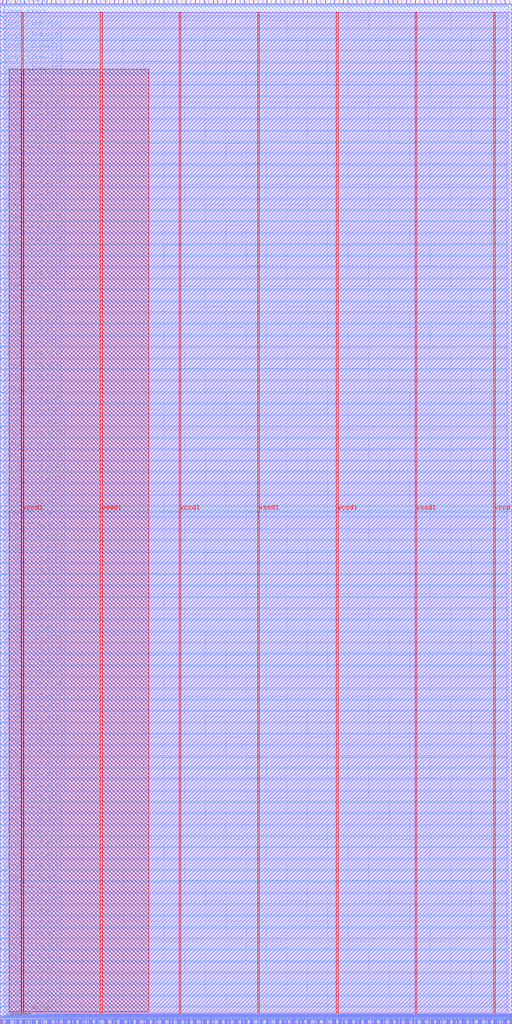
<source format=lef>
VERSION 5.7 ;
  NOWIREEXTENSIONATPIN ON ;
  DIVIDERCHAR "/" ;
  BUSBITCHARS "[]" ;
MACRO digitalcore_macro
  CLASS BLOCK ;
  FOREIGN digitalcore_macro ;
  ORIGIN 0.000 0.000 ;
  SIZE 500.000 BY 1000.000 ;
  PIN io_in[0]
    DIRECTION INPUT ;
    USE SIGNAL ;
    PORT
      LAYER met2 ;
        RECT 1.930 996.000 2.210 1000.000 ;
    END
  END io_in[0]
  PIN io_in[10]
    DIRECTION INPUT ;
    USE SIGNAL ;
    PORT
      LAYER met2 ;
        RECT 133.490 996.000 133.770 1000.000 ;
    END
  END io_in[10]
  PIN io_in[11]
    DIRECTION INPUT ;
    USE SIGNAL ;
    PORT
      LAYER met2 ;
        RECT 146.370 996.000 146.650 1000.000 ;
    END
  END io_in[11]
  PIN io_in[12]
    DIRECTION INPUT ;
    USE SIGNAL ;
    PORT
      LAYER met2 ;
        RECT 159.710 996.000 159.990 1000.000 ;
    END
  END io_in[12]
  PIN io_in[13]
    DIRECTION INPUT ;
    USE SIGNAL ;
    PORT
      LAYER met2 ;
        RECT 172.590 996.000 172.870 1000.000 ;
    END
  END io_in[13]
  PIN io_in[14]
    DIRECTION INPUT ;
    USE SIGNAL ;
    PORT
      LAYER met2 ;
        RECT 185.930 996.000 186.210 1000.000 ;
    END
  END io_in[14]
  PIN io_in[15]
    DIRECTION INPUT ;
    USE SIGNAL ;
    PORT
      LAYER met2 ;
        RECT 199.270 996.000 199.550 1000.000 ;
    END
  END io_in[15]
  PIN io_in[16]
    DIRECTION INPUT ;
    USE SIGNAL ;
    PORT
      LAYER met2 ;
        RECT 212.150 996.000 212.430 1000.000 ;
    END
  END io_in[16]
  PIN io_in[17]
    DIRECTION INPUT ;
    USE SIGNAL ;
    PORT
      LAYER met2 ;
        RECT 225.490 996.000 225.770 1000.000 ;
    END
  END io_in[17]
  PIN io_in[18]
    DIRECTION INPUT ;
    USE SIGNAL ;
    PORT
      LAYER met2 ;
        RECT 238.370 996.000 238.650 1000.000 ;
    END
  END io_in[18]
  PIN io_in[19]
    DIRECTION INPUT ;
    USE SIGNAL ;
    PORT
      LAYER met2 ;
        RECT 251.710 996.000 251.990 1000.000 ;
    END
  END io_in[19]
  PIN io_in[1]
    DIRECTION INPUT ;
    USE SIGNAL ;
    PORT
      LAYER met2 ;
        RECT 14.810 996.000 15.090 1000.000 ;
    END
  END io_in[1]
  PIN io_in[20]
    DIRECTION INPUT ;
    USE SIGNAL ;
    PORT
      LAYER met2 ;
        RECT 265.050 996.000 265.330 1000.000 ;
    END
  END io_in[20]
  PIN io_in[21]
    DIRECTION INPUT ;
    USE SIGNAL ;
    PORT
      LAYER met2 ;
        RECT 277.930 996.000 278.210 1000.000 ;
    END
  END io_in[21]
  PIN io_in[22]
    DIRECTION INPUT ;
    USE SIGNAL ;
    PORT
      LAYER met2 ;
        RECT 291.270 996.000 291.550 1000.000 ;
    END
  END io_in[22]
  PIN io_in[23]
    DIRECTION INPUT ;
    USE SIGNAL ;
    PORT
      LAYER met2 ;
        RECT 304.150 996.000 304.430 1000.000 ;
    END
  END io_in[23]
  PIN io_in[24]
    DIRECTION INPUT ;
    USE SIGNAL ;
    PORT
      LAYER met2 ;
        RECT 317.490 996.000 317.770 1000.000 ;
    END
  END io_in[24]
  PIN io_in[25]
    DIRECTION INPUT ;
    USE SIGNAL ;
    PORT
      LAYER met2 ;
        RECT 330.830 996.000 331.110 1000.000 ;
    END
  END io_in[25]
  PIN io_in[26]
    DIRECTION INPUT ;
    USE SIGNAL ;
    PORT
      LAYER met2 ;
        RECT 343.710 996.000 343.990 1000.000 ;
    END
  END io_in[26]
  PIN io_in[27]
    DIRECTION INPUT ;
    USE SIGNAL ;
    PORT
      LAYER met2 ;
        RECT 357.050 996.000 357.330 1000.000 ;
    END
  END io_in[27]
  PIN io_in[28]
    DIRECTION INPUT ;
    USE SIGNAL ;
    PORT
      LAYER met2 ;
        RECT 369.930 996.000 370.210 1000.000 ;
    END
  END io_in[28]
  PIN io_in[29]
    DIRECTION INPUT ;
    USE SIGNAL ;
    PORT
      LAYER met2 ;
        RECT 383.270 996.000 383.550 1000.000 ;
    END
  END io_in[29]
  PIN io_in[2]
    DIRECTION INPUT ;
    USE SIGNAL ;
    PORT
      LAYER met2 ;
        RECT 28.150 996.000 28.430 1000.000 ;
    END
  END io_in[2]
  PIN io_in[30]
    DIRECTION INPUT ;
    USE SIGNAL ;
    PORT
      LAYER met2 ;
        RECT 396.610 996.000 396.890 1000.000 ;
    END
  END io_in[30]
  PIN io_in[31]
    DIRECTION INPUT ;
    USE SIGNAL ;
    PORT
      LAYER met2 ;
        RECT 409.490 996.000 409.770 1000.000 ;
    END
  END io_in[31]
  PIN io_in[32]
    DIRECTION INPUT ;
    USE SIGNAL ;
    PORT
      LAYER met2 ;
        RECT 422.830 996.000 423.110 1000.000 ;
    END
  END io_in[32]
  PIN io_in[33]
    DIRECTION INPUT ;
    USE SIGNAL ;
    PORT
      LAYER met2 ;
        RECT 435.710 996.000 435.990 1000.000 ;
    END
  END io_in[33]
  PIN io_in[34]
    DIRECTION INPUT ;
    USE SIGNAL ;
    PORT
      LAYER met2 ;
        RECT 449.050 996.000 449.330 1000.000 ;
    END
  END io_in[34]
  PIN io_in[35]
    DIRECTION INPUT ;
    USE SIGNAL ;
    PORT
      LAYER met2 ;
        RECT 462.390 996.000 462.670 1000.000 ;
    END
  END io_in[35]
  PIN io_in[36]
    DIRECTION INPUT ;
    USE SIGNAL ;
    PORT
      LAYER met2 ;
        RECT 475.270 996.000 475.550 1000.000 ;
    END
  END io_in[36]
  PIN io_in[37]
    DIRECTION INPUT ;
    USE SIGNAL ;
    PORT
      LAYER met2 ;
        RECT 488.610 996.000 488.890 1000.000 ;
    END
  END io_in[37]
  PIN io_in[3]
    DIRECTION INPUT ;
    USE SIGNAL ;
    PORT
      LAYER met2 ;
        RECT 41.030 996.000 41.310 1000.000 ;
    END
  END io_in[3]
  PIN io_in[4]
    DIRECTION INPUT ;
    USE SIGNAL ;
    PORT
      LAYER met2 ;
        RECT 54.370 996.000 54.650 1000.000 ;
    END
  END io_in[4]
  PIN io_in[5]
    DIRECTION INPUT ;
    USE SIGNAL ;
    PORT
      LAYER met2 ;
        RECT 67.710 996.000 67.990 1000.000 ;
    END
  END io_in[5]
  PIN io_in[6]
    DIRECTION INPUT ;
    USE SIGNAL ;
    PORT
      LAYER met2 ;
        RECT 80.590 996.000 80.870 1000.000 ;
    END
  END io_in[6]
  PIN io_in[7]
    DIRECTION INPUT ;
    USE SIGNAL ;
    PORT
      LAYER met2 ;
        RECT 93.930 996.000 94.210 1000.000 ;
    END
  END io_in[7]
  PIN io_in[8]
    DIRECTION INPUT ;
    USE SIGNAL ;
    PORT
      LAYER met2 ;
        RECT 106.810 996.000 107.090 1000.000 ;
    END
  END io_in[8]
  PIN io_in[9]
    DIRECTION INPUT ;
    USE SIGNAL ;
    PORT
      LAYER met2 ;
        RECT 120.150 996.000 120.430 1000.000 ;
    END
  END io_in[9]
  PIN io_oeb[0]
    DIRECTION OUTPUT TRISTATE ;
    USE SIGNAL ;
    PORT
      LAYER met2 ;
        RECT 6.070 996.000 6.350 1000.000 ;
    END
  END io_oeb[0]
  PIN io_oeb[10]
    DIRECTION OUTPUT TRISTATE ;
    USE SIGNAL ;
    PORT
      LAYER met2 ;
        RECT 137.630 996.000 137.910 1000.000 ;
    END
  END io_oeb[10]
  PIN io_oeb[11]
    DIRECTION OUTPUT TRISTATE ;
    USE SIGNAL ;
    PORT
      LAYER met2 ;
        RECT 150.970 996.000 151.250 1000.000 ;
    END
  END io_oeb[11]
  PIN io_oeb[12]
    DIRECTION OUTPUT TRISTATE ;
    USE SIGNAL ;
    PORT
      LAYER met2 ;
        RECT 163.850 996.000 164.130 1000.000 ;
    END
  END io_oeb[12]
  PIN io_oeb[13]
    DIRECTION OUTPUT TRISTATE ;
    USE SIGNAL ;
    PORT
      LAYER met2 ;
        RECT 177.190 996.000 177.470 1000.000 ;
    END
  END io_oeb[13]
  PIN io_oeb[14]
    DIRECTION OUTPUT TRISTATE ;
    USE SIGNAL ;
    PORT
      LAYER met2 ;
        RECT 190.530 996.000 190.810 1000.000 ;
    END
  END io_oeb[14]
  PIN io_oeb[15]
    DIRECTION OUTPUT TRISTATE ;
    USE SIGNAL ;
    PORT
      LAYER met2 ;
        RECT 203.410 996.000 203.690 1000.000 ;
    END
  END io_oeb[15]
  PIN io_oeb[16]
    DIRECTION OUTPUT TRISTATE ;
    USE SIGNAL ;
    PORT
      LAYER met2 ;
        RECT 216.750 996.000 217.030 1000.000 ;
    END
  END io_oeb[16]
  PIN io_oeb[17]
    DIRECTION OUTPUT TRISTATE ;
    USE SIGNAL ;
    PORT
      LAYER met2 ;
        RECT 229.630 996.000 229.910 1000.000 ;
    END
  END io_oeb[17]
  PIN io_oeb[18]
    DIRECTION OUTPUT TRISTATE ;
    USE SIGNAL ;
    PORT
      LAYER met2 ;
        RECT 242.970 996.000 243.250 1000.000 ;
    END
  END io_oeb[18]
  PIN io_oeb[19]
    DIRECTION OUTPUT TRISTATE ;
    USE SIGNAL ;
    PORT
      LAYER met2 ;
        RECT 256.310 996.000 256.590 1000.000 ;
    END
  END io_oeb[19]
  PIN io_oeb[1]
    DIRECTION OUTPUT TRISTATE ;
    USE SIGNAL ;
    PORT
      LAYER met2 ;
        RECT 19.410 996.000 19.690 1000.000 ;
    END
  END io_oeb[1]
  PIN io_oeb[20]
    DIRECTION OUTPUT TRISTATE ;
    USE SIGNAL ;
    PORT
      LAYER met2 ;
        RECT 269.190 996.000 269.470 1000.000 ;
    END
  END io_oeb[20]
  PIN io_oeb[21]
    DIRECTION OUTPUT TRISTATE ;
    USE SIGNAL ;
    PORT
      LAYER met2 ;
        RECT 282.530 996.000 282.810 1000.000 ;
    END
  END io_oeb[21]
  PIN io_oeb[22]
    DIRECTION OUTPUT TRISTATE ;
    USE SIGNAL ;
    PORT
      LAYER met2 ;
        RECT 295.410 996.000 295.690 1000.000 ;
    END
  END io_oeb[22]
  PIN io_oeb[23]
    DIRECTION OUTPUT TRISTATE ;
    USE SIGNAL ;
    PORT
      LAYER met2 ;
        RECT 308.750 996.000 309.030 1000.000 ;
    END
  END io_oeb[23]
  PIN io_oeb[24]
    DIRECTION OUTPUT TRISTATE ;
    USE SIGNAL ;
    PORT
      LAYER met2 ;
        RECT 322.090 996.000 322.370 1000.000 ;
    END
  END io_oeb[24]
  PIN io_oeb[25]
    DIRECTION OUTPUT TRISTATE ;
    USE SIGNAL ;
    PORT
      LAYER met2 ;
        RECT 334.970 996.000 335.250 1000.000 ;
    END
  END io_oeb[25]
  PIN io_oeb[26]
    DIRECTION OUTPUT TRISTATE ;
    USE SIGNAL ;
    PORT
      LAYER met2 ;
        RECT 348.310 996.000 348.590 1000.000 ;
    END
  END io_oeb[26]
  PIN io_oeb[27]
    DIRECTION OUTPUT TRISTATE ;
    USE SIGNAL ;
    PORT
      LAYER met2 ;
        RECT 361.190 996.000 361.470 1000.000 ;
    END
  END io_oeb[27]
  PIN io_oeb[28]
    DIRECTION OUTPUT TRISTATE ;
    USE SIGNAL ;
    PORT
      LAYER met2 ;
        RECT 374.530 996.000 374.810 1000.000 ;
    END
  END io_oeb[28]
  PIN io_oeb[29]
    DIRECTION OUTPUT TRISTATE ;
    USE SIGNAL ;
    PORT
      LAYER met2 ;
        RECT 387.870 996.000 388.150 1000.000 ;
    END
  END io_oeb[29]
  PIN io_oeb[2]
    DIRECTION OUTPUT TRISTATE ;
    USE SIGNAL ;
    PORT
      LAYER met2 ;
        RECT 32.290 996.000 32.570 1000.000 ;
    END
  END io_oeb[2]
  PIN io_oeb[30]
    DIRECTION OUTPUT TRISTATE ;
    USE SIGNAL ;
    PORT
      LAYER met2 ;
        RECT 400.750 996.000 401.030 1000.000 ;
    END
  END io_oeb[30]
  PIN io_oeb[31]
    DIRECTION OUTPUT TRISTATE ;
    USE SIGNAL ;
    PORT
      LAYER met2 ;
        RECT 414.090 996.000 414.370 1000.000 ;
    END
  END io_oeb[31]
  PIN io_oeb[32]
    DIRECTION OUTPUT TRISTATE ;
    USE SIGNAL ;
    PORT
      LAYER met2 ;
        RECT 426.970 996.000 427.250 1000.000 ;
    END
  END io_oeb[32]
  PIN io_oeb[33]
    DIRECTION OUTPUT TRISTATE ;
    USE SIGNAL ;
    PORT
      LAYER met2 ;
        RECT 440.310 996.000 440.590 1000.000 ;
    END
  END io_oeb[33]
  PIN io_oeb[34]
    DIRECTION OUTPUT TRISTATE ;
    USE SIGNAL ;
    PORT
      LAYER met2 ;
        RECT 453.650 996.000 453.930 1000.000 ;
    END
  END io_oeb[34]
  PIN io_oeb[35]
    DIRECTION OUTPUT TRISTATE ;
    USE SIGNAL ;
    PORT
      LAYER met2 ;
        RECT 466.530 996.000 466.810 1000.000 ;
    END
  END io_oeb[35]
  PIN io_oeb[36]
    DIRECTION OUTPUT TRISTATE ;
    USE SIGNAL ;
    PORT
      LAYER met2 ;
        RECT 479.870 996.000 480.150 1000.000 ;
    END
  END io_oeb[36]
  PIN io_oeb[37]
    DIRECTION OUTPUT TRISTATE ;
    USE SIGNAL ;
    PORT
      LAYER met2 ;
        RECT 492.750 996.000 493.030 1000.000 ;
    END
  END io_oeb[37]
  PIN io_oeb[3]
    DIRECTION OUTPUT TRISTATE ;
    USE SIGNAL ;
    PORT
      LAYER met2 ;
        RECT 45.630 996.000 45.910 1000.000 ;
    END
  END io_oeb[3]
  PIN io_oeb[4]
    DIRECTION OUTPUT TRISTATE ;
    USE SIGNAL ;
    PORT
      LAYER met2 ;
        RECT 58.510 996.000 58.790 1000.000 ;
    END
  END io_oeb[4]
  PIN io_oeb[5]
    DIRECTION OUTPUT TRISTATE ;
    USE SIGNAL ;
    PORT
      LAYER met2 ;
        RECT 71.850 996.000 72.130 1000.000 ;
    END
  END io_oeb[5]
  PIN io_oeb[6]
    DIRECTION OUTPUT TRISTATE ;
    USE SIGNAL ;
    PORT
      LAYER met2 ;
        RECT 85.190 996.000 85.470 1000.000 ;
    END
  END io_oeb[6]
  PIN io_oeb[7]
    DIRECTION OUTPUT TRISTATE ;
    USE SIGNAL ;
    PORT
      LAYER met2 ;
        RECT 98.070 996.000 98.350 1000.000 ;
    END
  END io_oeb[7]
  PIN io_oeb[8]
    DIRECTION OUTPUT TRISTATE ;
    USE SIGNAL ;
    PORT
      LAYER met2 ;
        RECT 111.410 996.000 111.690 1000.000 ;
    END
  END io_oeb[8]
  PIN io_oeb[9]
    DIRECTION OUTPUT TRISTATE ;
    USE SIGNAL ;
    PORT
      LAYER met2 ;
        RECT 124.290 996.000 124.570 1000.000 ;
    END
  END io_oeb[9]
  PIN io_out[0]
    DIRECTION OUTPUT TRISTATE ;
    USE SIGNAL ;
    PORT
      LAYER met2 ;
        RECT 10.670 996.000 10.950 1000.000 ;
    END
  END io_out[0]
  PIN io_out[10]
    DIRECTION OUTPUT TRISTATE ;
    USE SIGNAL ;
    PORT
      LAYER met2 ;
        RECT 142.230 996.000 142.510 1000.000 ;
    END
  END io_out[10]
  PIN io_out[11]
    DIRECTION OUTPUT TRISTATE ;
    USE SIGNAL ;
    PORT
      LAYER met2 ;
        RECT 155.110 996.000 155.390 1000.000 ;
    END
  END io_out[11]
  PIN io_out[12]
    DIRECTION OUTPUT TRISTATE ;
    USE SIGNAL ;
    PORT
      LAYER met2 ;
        RECT 168.450 996.000 168.730 1000.000 ;
    END
  END io_out[12]
  PIN io_out[13]
    DIRECTION OUTPUT TRISTATE ;
    USE SIGNAL ;
    PORT
      LAYER met2 ;
        RECT 181.330 996.000 181.610 1000.000 ;
    END
  END io_out[13]
  PIN io_out[14]
    DIRECTION OUTPUT TRISTATE ;
    USE SIGNAL ;
    PORT
      LAYER met2 ;
        RECT 194.670 996.000 194.950 1000.000 ;
    END
  END io_out[14]
  PIN io_out[15]
    DIRECTION OUTPUT TRISTATE ;
    USE SIGNAL ;
    PORT
      LAYER met2 ;
        RECT 208.010 996.000 208.290 1000.000 ;
    END
  END io_out[15]
  PIN io_out[16]
    DIRECTION OUTPUT TRISTATE ;
    USE SIGNAL ;
    PORT
      LAYER met2 ;
        RECT 220.890 996.000 221.170 1000.000 ;
    END
  END io_out[16]
  PIN io_out[17]
    DIRECTION OUTPUT TRISTATE ;
    USE SIGNAL ;
    PORT
      LAYER met2 ;
        RECT 234.230 996.000 234.510 1000.000 ;
    END
  END io_out[17]
  PIN io_out[18]
    DIRECTION OUTPUT TRISTATE ;
    USE SIGNAL ;
    PORT
      LAYER met2 ;
        RECT 247.110 996.000 247.390 1000.000 ;
    END
  END io_out[18]
  PIN io_out[19]
    DIRECTION OUTPUT TRISTATE ;
    USE SIGNAL ;
    PORT
      LAYER met2 ;
        RECT 260.450 996.000 260.730 1000.000 ;
    END
  END io_out[19]
  PIN io_out[1]
    DIRECTION OUTPUT TRISTATE ;
    USE SIGNAL ;
    PORT
      LAYER met2 ;
        RECT 23.550 996.000 23.830 1000.000 ;
    END
  END io_out[1]
  PIN io_out[20]
    DIRECTION OUTPUT TRISTATE ;
    USE SIGNAL ;
    PORT
      LAYER met2 ;
        RECT 273.790 996.000 274.070 1000.000 ;
    END
  END io_out[20]
  PIN io_out[21]
    DIRECTION OUTPUT TRISTATE ;
    USE SIGNAL ;
    PORT
      LAYER met2 ;
        RECT 286.670 996.000 286.950 1000.000 ;
    END
  END io_out[21]
  PIN io_out[22]
    DIRECTION OUTPUT TRISTATE ;
    USE SIGNAL ;
    PORT
      LAYER met2 ;
        RECT 300.010 996.000 300.290 1000.000 ;
    END
  END io_out[22]
  PIN io_out[23]
    DIRECTION OUTPUT TRISTATE ;
    USE SIGNAL ;
    PORT
      LAYER met2 ;
        RECT 312.890 996.000 313.170 1000.000 ;
    END
  END io_out[23]
  PIN io_out[24]
    DIRECTION OUTPUT TRISTATE ;
    USE SIGNAL ;
    PORT
      LAYER met2 ;
        RECT 326.230 996.000 326.510 1000.000 ;
    END
  END io_out[24]
  PIN io_out[25]
    DIRECTION OUTPUT TRISTATE ;
    USE SIGNAL ;
    PORT
      LAYER met2 ;
        RECT 339.570 996.000 339.850 1000.000 ;
    END
  END io_out[25]
  PIN io_out[26]
    DIRECTION OUTPUT TRISTATE ;
    USE SIGNAL ;
    PORT
      LAYER met2 ;
        RECT 352.450 996.000 352.730 1000.000 ;
    END
  END io_out[26]
  PIN io_out[27]
    DIRECTION OUTPUT TRISTATE ;
    USE SIGNAL ;
    PORT
      LAYER met2 ;
        RECT 365.790 996.000 366.070 1000.000 ;
    END
  END io_out[27]
  PIN io_out[28]
    DIRECTION OUTPUT TRISTATE ;
    USE SIGNAL ;
    PORT
      LAYER met2 ;
        RECT 379.130 996.000 379.410 1000.000 ;
    END
  END io_out[28]
  PIN io_out[29]
    DIRECTION OUTPUT TRISTATE ;
    USE SIGNAL ;
    PORT
      LAYER met2 ;
        RECT 392.010 996.000 392.290 1000.000 ;
    END
  END io_out[29]
  PIN io_out[2]
    DIRECTION OUTPUT TRISTATE ;
    USE SIGNAL ;
    PORT
      LAYER met2 ;
        RECT 36.890 996.000 37.170 1000.000 ;
    END
  END io_out[2]
  PIN io_out[30]
    DIRECTION OUTPUT TRISTATE ;
    USE SIGNAL ;
    PORT
      LAYER met2 ;
        RECT 405.350 996.000 405.630 1000.000 ;
    END
  END io_out[30]
  PIN io_out[31]
    DIRECTION OUTPUT TRISTATE ;
    USE SIGNAL ;
    PORT
      LAYER met2 ;
        RECT 418.230 996.000 418.510 1000.000 ;
    END
  END io_out[31]
  PIN io_out[32]
    DIRECTION OUTPUT TRISTATE ;
    USE SIGNAL ;
    PORT
      LAYER met2 ;
        RECT 431.570 996.000 431.850 1000.000 ;
    END
  END io_out[32]
  PIN io_out[33]
    DIRECTION OUTPUT TRISTATE ;
    USE SIGNAL ;
    PORT
      LAYER met2 ;
        RECT 444.910 996.000 445.190 1000.000 ;
    END
  END io_out[33]
  PIN io_out[34]
    DIRECTION OUTPUT TRISTATE ;
    USE SIGNAL ;
    PORT
      LAYER met2 ;
        RECT 457.790 996.000 458.070 1000.000 ;
    END
  END io_out[34]
  PIN io_out[35]
    DIRECTION OUTPUT TRISTATE ;
    USE SIGNAL ;
    PORT
      LAYER met2 ;
        RECT 471.130 996.000 471.410 1000.000 ;
    END
  END io_out[35]
  PIN io_out[36]
    DIRECTION OUTPUT TRISTATE ;
    USE SIGNAL ;
    PORT
      LAYER met2 ;
        RECT 484.010 996.000 484.290 1000.000 ;
    END
  END io_out[36]
  PIN io_out[37]
    DIRECTION OUTPUT TRISTATE ;
    USE SIGNAL ;
    PORT
      LAYER met2 ;
        RECT 497.350 996.000 497.630 1000.000 ;
    END
  END io_out[37]
  PIN io_out[3]
    DIRECTION OUTPUT TRISTATE ;
    USE SIGNAL ;
    PORT
      LAYER met2 ;
        RECT 49.770 996.000 50.050 1000.000 ;
    END
  END io_out[3]
  PIN io_out[4]
    DIRECTION OUTPUT TRISTATE ;
    USE SIGNAL ;
    PORT
      LAYER met2 ;
        RECT 63.110 996.000 63.390 1000.000 ;
    END
  END io_out[4]
  PIN io_out[5]
    DIRECTION OUTPUT TRISTATE ;
    USE SIGNAL ;
    PORT
      LAYER met2 ;
        RECT 76.450 996.000 76.730 1000.000 ;
    END
  END io_out[5]
  PIN io_out[6]
    DIRECTION OUTPUT TRISTATE ;
    USE SIGNAL ;
    PORT
      LAYER met2 ;
        RECT 89.330 996.000 89.610 1000.000 ;
    END
  END io_out[6]
  PIN io_out[7]
    DIRECTION OUTPUT TRISTATE ;
    USE SIGNAL ;
    PORT
      LAYER met2 ;
        RECT 102.670 996.000 102.950 1000.000 ;
    END
  END io_out[7]
  PIN io_out[8]
    DIRECTION OUTPUT TRISTATE ;
    USE SIGNAL ;
    PORT
      LAYER met2 ;
        RECT 115.550 996.000 115.830 1000.000 ;
    END
  END io_out[8]
  PIN io_out[9]
    DIRECTION OUTPUT TRISTATE ;
    USE SIGNAL ;
    PORT
      LAYER met2 ;
        RECT 128.890 996.000 129.170 1000.000 ;
    END
  END io_out[9]
  PIN irq[0]
    DIRECTION OUTPUT TRISTATE ;
    USE SIGNAL ;
    PORT
      LAYER met2 ;
        RECT 496.430 0.000 496.710 4.000 ;
    END
  END irq[0]
  PIN irq[1]
    DIRECTION OUTPUT TRISTATE ;
    USE SIGNAL ;
    PORT
      LAYER met2 ;
        RECT 497.350 0.000 497.630 4.000 ;
    END
  END irq[1]
  PIN irq[2]
    DIRECTION OUTPUT TRISTATE ;
    USE SIGNAL ;
    PORT
      LAYER met2 ;
        RECT 498.270 0.000 498.550 4.000 ;
    END
  END irq[2]
  PIN la_data_in[0]
    DIRECTION INPUT ;
    USE SIGNAL ;
    PORT
      LAYER met2 ;
        RECT 107.730 0.000 108.010 4.000 ;
    END
  END la_data_in[0]
  PIN la_data_in[100]
    DIRECTION INPUT ;
    USE SIGNAL ;
    PORT
      LAYER met2 ;
        RECT 411.330 0.000 411.610 4.000 ;
    END
  END la_data_in[100]
  PIN la_data_in[101]
    DIRECTION INPUT ;
    USE SIGNAL ;
    PORT
      LAYER met2 ;
        RECT 414.090 0.000 414.370 4.000 ;
    END
  END la_data_in[101]
  PIN la_data_in[102]
    DIRECTION INPUT ;
    USE SIGNAL ;
    PORT
      LAYER met2 ;
        RECT 417.310 0.000 417.590 4.000 ;
    END
  END la_data_in[102]
  PIN la_data_in[103]
    DIRECTION INPUT ;
    USE SIGNAL ;
    PORT
      LAYER met2 ;
        RECT 420.530 0.000 420.810 4.000 ;
    END
  END la_data_in[103]
  PIN la_data_in[104]
    DIRECTION INPUT ;
    USE SIGNAL ;
    PORT
      LAYER met2 ;
        RECT 423.290 0.000 423.570 4.000 ;
    END
  END la_data_in[104]
  PIN la_data_in[105]
    DIRECTION INPUT ;
    USE SIGNAL ;
    PORT
      LAYER met2 ;
        RECT 426.510 0.000 426.790 4.000 ;
    END
  END la_data_in[105]
  PIN la_data_in[106]
    DIRECTION INPUT ;
    USE SIGNAL ;
    PORT
      LAYER met2 ;
        RECT 429.270 0.000 429.550 4.000 ;
    END
  END la_data_in[106]
  PIN la_data_in[107]
    DIRECTION INPUT ;
    USE SIGNAL ;
    PORT
      LAYER met2 ;
        RECT 432.490 0.000 432.770 4.000 ;
    END
  END la_data_in[107]
  PIN la_data_in[108]
    DIRECTION INPUT ;
    USE SIGNAL ;
    PORT
      LAYER met2 ;
        RECT 435.710 0.000 435.990 4.000 ;
    END
  END la_data_in[108]
  PIN la_data_in[109]
    DIRECTION INPUT ;
    USE SIGNAL ;
    PORT
      LAYER met2 ;
        RECT 438.470 0.000 438.750 4.000 ;
    END
  END la_data_in[109]
  PIN la_data_in[10]
    DIRECTION INPUT ;
    USE SIGNAL ;
    PORT
      LAYER met2 ;
        RECT 138.090 0.000 138.370 4.000 ;
    END
  END la_data_in[10]
  PIN la_data_in[110]
    DIRECTION INPUT ;
    USE SIGNAL ;
    PORT
      LAYER met2 ;
        RECT 441.690 0.000 441.970 4.000 ;
    END
  END la_data_in[110]
  PIN la_data_in[111]
    DIRECTION INPUT ;
    USE SIGNAL ;
    PORT
      LAYER met2 ;
        RECT 444.450 0.000 444.730 4.000 ;
    END
  END la_data_in[111]
  PIN la_data_in[112]
    DIRECTION INPUT ;
    USE SIGNAL ;
    PORT
      LAYER met2 ;
        RECT 447.670 0.000 447.950 4.000 ;
    END
  END la_data_in[112]
  PIN la_data_in[113]
    DIRECTION INPUT ;
    USE SIGNAL ;
    PORT
      LAYER met2 ;
        RECT 450.890 0.000 451.170 4.000 ;
    END
  END la_data_in[113]
  PIN la_data_in[114]
    DIRECTION INPUT ;
    USE SIGNAL ;
    PORT
      LAYER met2 ;
        RECT 453.650 0.000 453.930 4.000 ;
    END
  END la_data_in[114]
  PIN la_data_in[115]
    DIRECTION INPUT ;
    USE SIGNAL ;
    PORT
      LAYER met2 ;
        RECT 456.870 0.000 457.150 4.000 ;
    END
  END la_data_in[115]
  PIN la_data_in[116]
    DIRECTION INPUT ;
    USE SIGNAL ;
    PORT
      LAYER met2 ;
        RECT 459.630 0.000 459.910 4.000 ;
    END
  END la_data_in[116]
  PIN la_data_in[117]
    DIRECTION INPUT ;
    USE SIGNAL ;
    PORT
      LAYER met2 ;
        RECT 462.850 0.000 463.130 4.000 ;
    END
  END la_data_in[117]
  PIN la_data_in[118]
    DIRECTION INPUT ;
    USE SIGNAL ;
    PORT
      LAYER met2 ;
        RECT 466.070 0.000 466.350 4.000 ;
    END
  END la_data_in[118]
  PIN la_data_in[119]
    DIRECTION INPUT ;
    USE SIGNAL ;
    PORT
      LAYER met2 ;
        RECT 468.830 0.000 469.110 4.000 ;
    END
  END la_data_in[119]
  PIN la_data_in[11]
    DIRECTION INPUT ;
    USE SIGNAL ;
    PORT
      LAYER met2 ;
        RECT 140.850 0.000 141.130 4.000 ;
    END
  END la_data_in[11]
  PIN la_data_in[120]
    DIRECTION INPUT ;
    USE SIGNAL ;
    PORT
      LAYER met2 ;
        RECT 472.050 0.000 472.330 4.000 ;
    END
  END la_data_in[120]
  PIN la_data_in[121]
    DIRECTION INPUT ;
    USE SIGNAL ;
    PORT
      LAYER met2 ;
        RECT 474.810 0.000 475.090 4.000 ;
    END
  END la_data_in[121]
  PIN la_data_in[122]
    DIRECTION INPUT ;
    USE SIGNAL ;
    PORT
      LAYER met2 ;
        RECT 478.030 0.000 478.310 4.000 ;
    END
  END la_data_in[122]
  PIN la_data_in[123]
    DIRECTION INPUT ;
    USE SIGNAL ;
    PORT
      LAYER met2 ;
        RECT 481.250 0.000 481.530 4.000 ;
    END
  END la_data_in[123]
  PIN la_data_in[124]
    DIRECTION INPUT ;
    USE SIGNAL ;
    PORT
      LAYER met2 ;
        RECT 484.010 0.000 484.290 4.000 ;
    END
  END la_data_in[124]
  PIN la_data_in[125]
    DIRECTION INPUT ;
    USE SIGNAL ;
    PORT
      LAYER met2 ;
        RECT 487.230 0.000 487.510 4.000 ;
    END
  END la_data_in[125]
  PIN la_data_in[126]
    DIRECTION INPUT ;
    USE SIGNAL ;
    PORT
      LAYER met2 ;
        RECT 489.990 0.000 490.270 4.000 ;
    END
  END la_data_in[126]
  PIN la_data_in[127]
    DIRECTION INPUT ;
    USE SIGNAL ;
    PORT
      LAYER met2 ;
        RECT 493.210 0.000 493.490 4.000 ;
    END
  END la_data_in[127]
  PIN la_data_in[12]
    DIRECTION INPUT ;
    USE SIGNAL ;
    PORT
      LAYER met2 ;
        RECT 144.070 0.000 144.350 4.000 ;
    END
  END la_data_in[12]
  PIN la_data_in[13]
    DIRECTION INPUT ;
    USE SIGNAL ;
    PORT
      LAYER met2 ;
        RECT 147.290 0.000 147.570 4.000 ;
    END
  END la_data_in[13]
  PIN la_data_in[14]
    DIRECTION INPUT ;
    USE SIGNAL ;
    PORT
      LAYER met2 ;
        RECT 150.050 0.000 150.330 4.000 ;
    END
  END la_data_in[14]
  PIN la_data_in[15]
    DIRECTION INPUT ;
    USE SIGNAL ;
    PORT
      LAYER met2 ;
        RECT 153.270 0.000 153.550 4.000 ;
    END
  END la_data_in[15]
  PIN la_data_in[16]
    DIRECTION INPUT ;
    USE SIGNAL ;
    PORT
      LAYER met2 ;
        RECT 156.030 0.000 156.310 4.000 ;
    END
  END la_data_in[16]
  PIN la_data_in[17]
    DIRECTION INPUT ;
    USE SIGNAL ;
    PORT
      LAYER met2 ;
        RECT 159.250 0.000 159.530 4.000 ;
    END
  END la_data_in[17]
  PIN la_data_in[18]
    DIRECTION INPUT ;
    USE SIGNAL ;
    PORT
      LAYER met2 ;
        RECT 162.470 0.000 162.750 4.000 ;
    END
  END la_data_in[18]
  PIN la_data_in[19]
    DIRECTION INPUT ;
    USE SIGNAL ;
    PORT
      LAYER met2 ;
        RECT 165.230 0.000 165.510 4.000 ;
    END
  END la_data_in[19]
  PIN la_data_in[1]
    DIRECTION INPUT ;
    USE SIGNAL ;
    PORT
      LAYER met2 ;
        RECT 110.490 0.000 110.770 4.000 ;
    END
  END la_data_in[1]
  PIN la_data_in[20]
    DIRECTION INPUT ;
    USE SIGNAL ;
    PORT
      LAYER met2 ;
        RECT 168.450 0.000 168.730 4.000 ;
    END
  END la_data_in[20]
  PIN la_data_in[21]
    DIRECTION INPUT ;
    USE SIGNAL ;
    PORT
      LAYER met2 ;
        RECT 171.210 0.000 171.490 4.000 ;
    END
  END la_data_in[21]
  PIN la_data_in[22]
    DIRECTION INPUT ;
    USE SIGNAL ;
    PORT
      LAYER met2 ;
        RECT 174.430 0.000 174.710 4.000 ;
    END
  END la_data_in[22]
  PIN la_data_in[23]
    DIRECTION INPUT ;
    USE SIGNAL ;
    PORT
      LAYER met2 ;
        RECT 177.650 0.000 177.930 4.000 ;
    END
  END la_data_in[23]
  PIN la_data_in[24]
    DIRECTION INPUT ;
    USE SIGNAL ;
    PORT
      LAYER met2 ;
        RECT 180.410 0.000 180.690 4.000 ;
    END
  END la_data_in[24]
  PIN la_data_in[25]
    DIRECTION INPUT ;
    USE SIGNAL ;
    PORT
      LAYER met2 ;
        RECT 183.630 0.000 183.910 4.000 ;
    END
  END la_data_in[25]
  PIN la_data_in[26]
    DIRECTION INPUT ;
    USE SIGNAL ;
    PORT
      LAYER met2 ;
        RECT 186.390 0.000 186.670 4.000 ;
    END
  END la_data_in[26]
  PIN la_data_in[27]
    DIRECTION INPUT ;
    USE SIGNAL ;
    PORT
      LAYER met2 ;
        RECT 189.610 0.000 189.890 4.000 ;
    END
  END la_data_in[27]
  PIN la_data_in[28]
    DIRECTION INPUT ;
    USE SIGNAL ;
    PORT
      LAYER met2 ;
        RECT 192.830 0.000 193.110 4.000 ;
    END
  END la_data_in[28]
  PIN la_data_in[29]
    DIRECTION INPUT ;
    USE SIGNAL ;
    PORT
      LAYER met2 ;
        RECT 195.590 0.000 195.870 4.000 ;
    END
  END la_data_in[29]
  PIN la_data_in[2]
    DIRECTION INPUT ;
    USE SIGNAL ;
    PORT
      LAYER met2 ;
        RECT 113.710 0.000 113.990 4.000 ;
    END
  END la_data_in[2]
  PIN la_data_in[30]
    DIRECTION INPUT ;
    USE SIGNAL ;
    PORT
      LAYER met2 ;
        RECT 198.810 0.000 199.090 4.000 ;
    END
  END la_data_in[30]
  PIN la_data_in[31]
    DIRECTION INPUT ;
    USE SIGNAL ;
    PORT
      LAYER met2 ;
        RECT 201.570 0.000 201.850 4.000 ;
    END
  END la_data_in[31]
  PIN la_data_in[32]
    DIRECTION INPUT ;
    USE SIGNAL ;
    PORT
      LAYER met2 ;
        RECT 204.790 0.000 205.070 4.000 ;
    END
  END la_data_in[32]
  PIN la_data_in[33]
    DIRECTION INPUT ;
    USE SIGNAL ;
    PORT
      LAYER met2 ;
        RECT 208.010 0.000 208.290 4.000 ;
    END
  END la_data_in[33]
  PIN la_data_in[34]
    DIRECTION INPUT ;
    USE SIGNAL ;
    PORT
      LAYER met2 ;
        RECT 210.770 0.000 211.050 4.000 ;
    END
  END la_data_in[34]
  PIN la_data_in[35]
    DIRECTION INPUT ;
    USE SIGNAL ;
    PORT
      LAYER met2 ;
        RECT 213.990 0.000 214.270 4.000 ;
    END
  END la_data_in[35]
  PIN la_data_in[36]
    DIRECTION INPUT ;
    USE SIGNAL ;
    PORT
      LAYER met2 ;
        RECT 216.750 0.000 217.030 4.000 ;
    END
  END la_data_in[36]
  PIN la_data_in[37]
    DIRECTION INPUT ;
    USE SIGNAL ;
    PORT
      LAYER met2 ;
        RECT 219.970 0.000 220.250 4.000 ;
    END
  END la_data_in[37]
  PIN la_data_in[38]
    DIRECTION INPUT ;
    USE SIGNAL ;
    PORT
      LAYER met2 ;
        RECT 223.190 0.000 223.470 4.000 ;
    END
  END la_data_in[38]
  PIN la_data_in[39]
    DIRECTION INPUT ;
    USE SIGNAL ;
    PORT
      LAYER met2 ;
        RECT 225.950 0.000 226.230 4.000 ;
    END
  END la_data_in[39]
  PIN la_data_in[3]
    DIRECTION INPUT ;
    USE SIGNAL ;
    PORT
      LAYER met2 ;
        RECT 116.930 0.000 117.210 4.000 ;
    END
  END la_data_in[3]
  PIN la_data_in[40]
    DIRECTION INPUT ;
    USE SIGNAL ;
    PORT
      LAYER met2 ;
        RECT 229.170 0.000 229.450 4.000 ;
    END
  END la_data_in[40]
  PIN la_data_in[41]
    DIRECTION INPUT ;
    USE SIGNAL ;
    PORT
      LAYER met2 ;
        RECT 231.930 0.000 232.210 4.000 ;
    END
  END la_data_in[41]
  PIN la_data_in[42]
    DIRECTION INPUT ;
    USE SIGNAL ;
    PORT
      LAYER met2 ;
        RECT 235.150 0.000 235.430 4.000 ;
    END
  END la_data_in[42]
  PIN la_data_in[43]
    DIRECTION INPUT ;
    USE SIGNAL ;
    PORT
      LAYER met2 ;
        RECT 238.370 0.000 238.650 4.000 ;
    END
  END la_data_in[43]
  PIN la_data_in[44]
    DIRECTION INPUT ;
    USE SIGNAL ;
    PORT
      LAYER met2 ;
        RECT 241.130 0.000 241.410 4.000 ;
    END
  END la_data_in[44]
  PIN la_data_in[45]
    DIRECTION INPUT ;
    USE SIGNAL ;
    PORT
      LAYER met2 ;
        RECT 244.350 0.000 244.630 4.000 ;
    END
  END la_data_in[45]
  PIN la_data_in[46]
    DIRECTION INPUT ;
    USE SIGNAL ;
    PORT
      LAYER met2 ;
        RECT 247.110 0.000 247.390 4.000 ;
    END
  END la_data_in[46]
  PIN la_data_in[47]
    DIRECTION INPUT ;
    USE SIGNAL ;
    PORT
      LAYER met2 ;
        RECT 250.330 0.000 250.610 4.000 ;
    END
  END la_data_in[47]
  PIN la_data_in[48]
    DIRECTION INPUT ;
    USE SIGNAL ;
    PORT
      LAYER met2 ;
        RECT 253.550 0.000 253.830 4.000 ;
    END
  END la_data_in[48]
  PIN la_data_in[49]
    DIRECTION INPUT ;
    USE SIGNAL ;
    PORT
      LAYER met2 ;
        RECT 256.310 0.000 256.590 4.000 ;
    END
  END la_data_in[49]
  PIN la_data_in[4]
    DIRECTION INPUT ;
    USE SIGNAL ;
    PORT
      LAYER met2 ;
        RECT 119.690 0.000 119.970 4.000 ;
    END
  END la_data_in[4]
  PIN la_data_in[50]
    DIRECTION INPUT ;
    USE SIGNAL ;
    PORT
      LAYER met2 ;
        RECT 259.530 0.000 259.810 4.000 ;
    END
  END la_data_in[50]
  PIN la_data_in[51]
    DIRECTION INPUT ;
    USE SIGNAL ;
    PORT
      LAYER met2 ;
        RECT 262.290 0.000 262.570 4.000 ;
    END
  END la_data_in[51]
  PIN la_data_in[52]
    DIRECTION INPUT ;
    USE SIGNAL ;
    PORT
      LAYER met2 ;
        RECT 265.510 0.000 265.790 4.000 ;
    END
  END la_data_in[52]
  PIN la_data_in[53]
    DIRECTION INPUT ;
    USE SIGNAL ;
    PORT
      LAYER met2 ;
        RECT 268.730 0.000 269.010 4.000 ;
    END
  END la_data_in[53]
  PIN la_data_in[54]
    DIRECTION INPUT ;
    USE SIGNAL ;
    PORT
      LAYER met2 ;
        RECT 271.490 0.000 271.770 4.000 ;
    END
  END la_data_in[54]
  PIN la_data_in[55]
    DIRECTION INPUT ;
    USE SIGNAL ;
    PORT
      LAYER met2 ;
        RECT 274.710 0.000 274.990 4.000 ;
    END
  END la_data_in[55]
  PIN la_data_in[56]
    DIRECTION INPUT ;
    USE SIGNAL ;
    PORT
      LAYER met2 ;
        RECT 277.470 0.000 277.750 4.000 ;
    END
  END la_data_in[56]
  PIN la_data_in[57]
    DIRECTION INPUT ;
    USE SIGNAL ;
    PORT
      LAYER met2 ;
        RECT 280.690 0.000 280.970 4.000 ;
    END
  END la_data_in[57]
  PIN la_data_in[58]
    DIRECTION INPUT ;
    USE SIGNAL ;
    PORT
      LAYER met2 ;
        RECT 283.910 0.000 284.190 4.000 ;
    END
  END la_data_in[58]
  PIN la_data_in[59]
    DIRECTION INPUT ;
    USE SIGNAL ;
    PORT
      LAYER met2 ;
        RECT 286.670 0.000 286.950 4.000 ;
    END
  END la_data_in[59]
  PIN la_data_in[5]
    DIRECTION INPUT ;
    USE SIGNAL ;
    PORT
      LAYER met2 ;
        RECT 122.910 0.000 123.190 4.000 ;
    END
  END la_data_in[5]
  PIN la_data_in[60]
    DIRECTION INPUT ;
    USE SIGNAL ;
    PORT
      LAYER met2 ;
        RECT 289.890 0.000 290.170 4.000 ;
    END
  END la_data_in[60]
  PIN la_data_in[61]
    DIRECTION INPUT ;
    USE SIGNAL ;
    PORT
      LAYER met2 ;
        RECT 292.650 0.000 292.930 4.000 ;
    END
  END la_data_in[61]
  PIN la_data_in[62]
    DIRECTION INPUT ;
    USE SIGNAL ;
    PORT
      LAYER met2 ;
        RECT 295.870 0.000 296.150 4.000 ;
    END
  END la_data_in[62]
  PIN la_data_in[63]
    DIRECTION INPUT ;
    USE SIGNAL ;
    PORT
      LAYER met2 ;
        RECT 299.090 0.000 299.370 4.000 ;
    END
  END la_data_in[63]
  PIN la_data_in[64]
    DIRECTION INPUT ;
    USE SIGNAL ;
    PORT
      LAYER met2 ;
        RECT 301.850 0.000 302.130 4.000 ;
    END
  END la_data_in[64]
  PIN la_data_in[65]
    DIRECTION INPUT ;
    USE SIGNAL ;
    PORT
      LAYER met2 ;
        RECT 305.070 0.000 305.350 4.000 ;
    END
  END la_data_in[65]
  PIN la_data_in[66]
    DIRECTION INPUT ;
    USE SIGNAL ;
    PORT
      LAYER met2 ;
        RECT 307.830 0.000 308.110 4.000 ;
    END
  END la_data_in[66]
  PIN la_data_in[67]
    DIRECTION INPUT ;
    USE SIGNAL ;
    PORT
      LAYER met2 ;
        RECT 311.050 0.000 311.330 4.000 ;
    END
  END la_data_in[67]
  PIN la_data_in[68]
    DIRECTION INPUT ;
    USE SIGNAL ;
    PORT
      LAYER met2 ;
        RECT 314.270 0.000 314.550 4.000 ;
    END
  END la_data_in[68]
  PIN la_data_in[69]
    DIRECTION INPUT ;
    USE SIGNAL ;
    PORT
      LAYER met2 ;
        RECT 317.030 0.000 317.310 4.000 ;
    END
  END la_data_in[69]
  PIN la_data_in[6]
    DIRECTION INPUT ;
    USE SIGNAL ;
    PORT
      LAYER met2 ;
        RECT 125.670 0.000 125.950 4.000 ;
    END
  END la_data_in[6]
  PIN la_data_in[70]
    DIRECTION INPUT ;
    USE SIGNAL ;
    PORT
      LAYER met2 ;
        RECT 320.250 0.000 320.530 4.000 ;
    END
  END la_data_in[70]
  PIN la_data_in[71]
    DIRECTION INPUT ;
    USE SIGNAL ;
    PORT
      LAYER met2 ;
        RECT 323.010 0.000 323.290 4.000 ;
    END
  END la_data_in[71]
  PIN la_data_in[72]
    DIRECTION INPUT ;
    USE SIGNAL ;
    PORT
      LAYER met2 ;
        RECT 326.230 0.000 326.510 4.000 ;
    END
  END la_data_in[72]
  PIN la_data_in[73]
    DIRECTION INPUT ;
    USE SIGNAL ;
    PORT
      LAYER met2 ;
        RECT 329.450 0.000 329.730 4.000 ;
    END
  END la_data_in[73]
  PIN la_data_in[74]
    DIRECTION INPUT ;
    USE SIGNAL ;
    PORT
      LAYER met2 ;
        RECT 332.210 0.000 332.490 4.000 ;
    END
  END la_data_in[74]
  PIN la_data_in[75]
    DIRECTION INPUT ;
    USE SIGNAL ;
    PORT
      LAYER met2 ;
        RECT 335.430 0.000 335.710 4.000 ;
    END
  END la_data_in[75]
  PIN la_data_in[76]
    DIRECTION INPUT ;
    USE SIGNAL ;
    PORT
      LAYER met2 ;
        RECT 338.190 0.000 338.470 4.000 ;
    END
  END la_data_in[76]
  PIN la_data_in[77]
    DIRECTION INPUT ;
    USE SIGNAL ;
    PORT
      LAYER met2 ;
        RECT 341.410 0.000 341.690 4.000 ;
    END
  END la_data_in[77]
  PIN la_data_in[78]
    DIRECTION INPUT ;
    USE SIGNAL ;
    PORT
      LAYER met2 ;
        RECT 344.630 0.000 344.910 4.000 ;
    END
  END la_data_in[78]
  PIN la_data_in[79]
    DIRECTION INPUT ;
    USE SIGNAL ;
    PORT
      LAYER met2 ;
        RECT 347.390 0.000 347.670 4.000 ;
    END
  END la_data_in[79]
  PIN la_data_in[7]
    DIRECTION INPUT ;
    USE SIGNAL ;
    PORT
      LAYER met2 ;
        RECT 128.890 0.000 129.170 4.000 ;
    END
  END la_data_in[7]
  PIN la_data_in[80]
    DIRECTION INPUT ;
    USE SIGNAL ;
    PORT
      LAYER met2 ;
        RECT 350.610 0.000 350.890 4.000 ;
    END
  END la_data_in[80]
  PIN la_data_in[81]
    DIRECTION INPUT ;
    USE SIGNAL ;
    PORT
      LAYER met2 ;
        RECT 353.370 0.000 353.650 4.000 ;
    END
  END la_data_in[81]
  PIN la_data_in[82]
    DIRECTION INPUT ;
    USE SIGNAL ;
    PORT
      LAYER met2 ;
        RECT 356.590 0.000 356.870 4.000 ;
    END
  END la_data_in[82]
  PIN la_data_in[83]
    DIRECTION INPUT ;
    USE SIGNAL ;
    PORT
      LAYER met2 ;
        RECT 359.810 0.000 360.090 4.000 ;
    END
  END la_data_in[83]
  PIN la_data_in[84]
    DIRECTION INPUT ;
    USE SIGNAL ;
    PORT
      LAYER met2 ;
        RECT 362.570 0.000 362.850 4.000 ;
    END
  END la_data_in[84]
  PIN la_data_in[85]
    DIRECTION INPUT ;
    USE SIGNAL ;
    PORT
      LAYER met2 ;
        RECT 365.790 0.000 366.070 4.000 ;
    END
  END la_data_in[85]
  PIN la_data_in[86]
    DIRECTION INPUT ;
    USE SIGNAL ;
    PORT
      LAYER met2 ;
        RECT 368.550 0.000 368.830 4.000 ;
    END
  END la_data_in[86]
  PIN la_data_in[87]
    DIRECTION INPUT ;
    USE SIGNAL ;
    PORT
      LAYER met2 ;
        RECT 371.770 0.000 372.050 4.000 ;
    END
  END la_data_in[87]
  PIN la_data_in[88]
    DIRECTION INPUT ;
    USE SIGNAL ;
    PORT
      LAYER met2 ;
        RECT 374.990 0.000 375.270 4.000 ;
    END
  END la_data_in[88]
  PIN la_data_in[89]
    DIRECTION INPUT ;
    USE SIGNAL ;
    PORT
      LAYER met2 ;
        RECT 377.750 0.000 378.030 4.000 ;
    END
  END la_data_in[89]
  PIN la_data_in[8]
    DIRECTION INPUT ;
    USE SIGNAL ;
    PORT
      LAYER met2 ;
        RECT 132.110 0.000 132.390 4.000 ;
    END
  END la_data_in[8]
  PIN la_data_in[90]
    DIRECTION INPUT ;
    USE SIGNAL ;
    PORT
      LAYER met2 ;
        RECT 380.970 0.000 381.250 4.000 ;
    END
  END la_data_in[90]
  PIN la_data_in[91]
    DIRECTION INPUT ;
    USE SIGNAL ;
    PORT
      LAYER met2 ;
        RECT 383.730 0.000 384.010 4.000 ;
    END
  END la_data_in[91]
  PIN la_data_in[92]
    DIRECTION INPUT ;
    USE SIGNAL ;
    PORT
      LAYER met2 ;
        RECT 386.950 0.000 387.230 4.000 ;
    END
  END la_data_in[92]
  PIN la_data_in[93]
    DIRECTION INPUT ;
    USE SIGNAL ;
    PORT
      LAYER met2 ;
        RECT 390.170 0.000 390.450 4.000 ;
    END
  END la_data_in[93]
  PIN la_data_in[94]
    DIRECTION INPUT ;
    USE SIGNAL ;
    PORT
      LAYER met2 ;
        RECT 392.930 0.000 393.210 4.000 ;
    END
  END la_data_in[94]
  PIN la_data_in[95]
    DIRECTION INPUT ;
    USE SIGNAL ;
    PORT
      LAYER met2 ;
        RECT 396.150 0.000 396.430 4.000 ;
    END
  END la_data_in[95]
  PIN la_data_in[96]
    DIRECTION INPUT ;
    USE SIGNAL ;
    PORT
      LAYER met2 ;
        RECT 398.910 0.000 399.190 4.000 ;
    END
  END la_data_in[96]
  PIN la_data_in[97]
    DIRECTION INPUT ;
    USE SIGNAL ;
    PORT
      LAYER met2 ;
        RECT 402.130 0.000 402.410 4.000 ;
    END
  END la_data_in[97]
  PIN la_data_in[98]
    DIRECTION INPUT ;
    USE SIGNAL ;
    PORT
      LAYER met2 ;
        RECT 405.350 0.000 405.630 4.000 ;
    END
  END la_data_in[98]
  PIN la_data_in[99]
    DIRECTION INPUT ;
    USE SIGNAL ;
    PORT
      LAYER met2 ;
        RECT 408.110 0.000 408.390 4.000 ;
    END
  END la_data_in[99]
  PIN la_data_in[9]
    DIRECTION INPUT ;
    USE SIGNAL ;
    PORT
      LAYER met2 ;
        RECT 134.870 0.000 135.150 4.000 ;
    END
  END la_data_in[9]
  PIN la_data_out[0]
    DIRECTION OUTPUT TRISTATE ;
    USE SIGNAL ;
    PORT
      LAYER met2 ;
        RECT 108.650 0.000 108.930 4.000 ;
    END
  END la_data_out[0]
  PIN la_data_out[100]
    DIRECTION OUTPUT TRISTATE ;
    USE SIGNAL ;
    PORT
      LAYER met2 ;
        RECT 412.250 0.000 412.530 4.000 ;
    END
  END la_data_out[100]
  PIN la_data_out[101]
    DIRECTION OUTPUT TRISTATE ;
    USE SIGNAL ;
    PORT
      LAYER met2 ;
        RECT 415.470 0.000 415.750 4.000 ;
    END
  END la_data_out[101]
  PIN la_data_out[102]
    DIRECTION OUTPUT TRISTATE ;
    USE SIGNAL ;
    PORT
      LAYER met2 ;
        RECT 418.230 0.000 418.510 4.000 ;
    END
  END la_data_out[102]
  PIN la_data_out[103]
    DIRECTION OUTPUT TRISTATE ;
    USE SIGNAL ;
    PORT
      LAYER met2 ;
        RECT 421.450 0.000 421.730 4.000 ;
    END
  END la_data_out[103]
  PIN la_data_out[104]
    DIRECTION OUTPUT TRISTATE ;
    USE SIGNAL ;
    PORT
      LAYER met2 ;
        RECT 424.210 0.000 424.490 4.000 ;
    END
  END la_data_out[104]
  PIN la_data_out[105]
    DIRECTION OUTPUT TRISTATE ;
    USE SIGNAL ;
    PORT
      LAYER met2 ;
        RECT 427.430 0.000 427.710 4.000 ;
    END
  END la_data_out[105]
  PIN la_data_out[106]
    DIRECTION OUTPUT TRISTATE ;
    USE SIGNAL ;
    PORT
      LAYER met2 ;
        RECT 430.650 0.000 430.930 4.000 ;
    END
  END la_data_out[106]
  PIN la_data_out[107]
    DIRECTION OUTPUT TRISTATE ;
    USE SIGNAL ;
    PORT
      LAYER met2 ;
        RECT 433.410 0.000 433.690 4.000 ;
    END
  END la_data_out[107]
  PIN la_data_out[108]
    DIRECTION OUTPUT TRISTATE ;
    USE SIGNAL ;
    PORT
      LAYER met2 ;
        RECT 436.630 0.000 436.910 4.000 ;
    END
  END la_data_out[108]
  PIN la_data_out[109]
    DIRECTION OUTPUT TRISTATE ;
    USE SIGNAL ;
    PORT
      LAYER met2 ;
        RECT 439.390 0.000 439.670 4.000 ;
    END
  END la_data_out[109]
  PIN la_data_out[10]
    DIRECTION OUTPUT TRISTATE ;
    USE SIGNAL ;
    PORT
      LAYER met2 ;
        RECT 139.010 0.000 139.290 4.000 ;
    END
  END la_data_out[10]
  PIN la_data_out[110]
    DIRECTION OUTPUT TRISTATE ;
    USE SIGNAL ;
    PORT
      LAYER met2 ;
        RECT 442.610 0.000 442.890 4.000 ;
    END
  END la_data_out[110]
  PIN la_data_out[111]
    DIRECTION OUTPUT TRISTATE ;
    USE SIGNAL ;
    PORT
      LAYER met2 ;
        RECT 445.830 0.000 446.110 4.000 ;
    END
  END la_data_out[111]
  PIN la_data_out[112]
    DIRECTION OUTPUT TRISTATE ;
    USE SIGNAL ;
    PORT
      LAYER met2 ;
        RECT 448.590 0.000 448.870 4.000 ;
    END
  END la_data_out[112]
  PIN la_data_out[113]
    DIRECTION OUTPUT TRISTATE ;
    USE SIGNAL ;
    PORT
      LAYER met2 ;
        RECT 451.810 0.000 452.090 4.000 ;
    END
  END la_data_out[113]
  PIN la_data_out[114]
    DIRECTION OUTPUT TRISTATE ;
    USE SIGNAL ;
    PORT
      LAYER met2 ;
        RECT 454.570 0.000 454.850 4.000 ;
    END
  END la_data_out[114]
  PIN la_data_out[115]
    DIRECTION OUTPUT TRISTATE ;
    USE SIGNAL ;
    PORT
      LAYER met2 ;
        RECT 457.790 0.000 458.070 4.000 ;
    END
  END la_data_out[115]
  PIN la_data_out[116]
    DIRECTION OUTPUT TRISTATE ;
    USE SIGNAL ;
    PORT
      LAYER met2 ;
        RECT 461.010 0.000 461.290 4.000 ;
    END
  END la_data_out[116]
  PIN la_data_out[117]
    DIRECTION OUTPUT TRISTATE ;
    USE SIGNAL ;
    PORT
      LAYER met2 ;
        RECT 463.770 0.000 464.050 4.000 ;
    END
  END la_data_out[117]
  PIN la_data_out[118]
    DIRECTION OUTPUT TRISTATE ;
    USE SIGNAL ;
    PORT
      LAYER met2 ;
        RECT 466.990 0.000 467.270 4.000 ;
    END
  END la_data_out[118]
  PIN la_data_out[119]
    DIRECTION OUTPUT TRISTATE ;
    USE SIGNAL ;
    PORT
      LAYER met2 ;
        RECT 469.750 0.000 470.030 4.000 ;
    END
  END la_data_out[119]
  PIN la_data_out[11]
    DIRECTION OUTPUT TRISTATE ;
    USE SIGNAL ;
    PORT
      LAYER met2 ;
        RECT 142.230 0.000 142.510 4.000 ;
    END
  END la_data_out[11]
  PIN la_data_out[120]
    DIRECTION OUTPUT TRISTATE ;
    USE SIGNAL ;
    PORT
      LAYER met2 ;
        RECT 472.970 0.000 473.250 4.000 ;
    END
  END la_data_out[120]
  PIN la_data_out[121]
    DIRECTION OUTPUT TRISTATE ;
    USE SIGNAL ;
    PORT
      LAYER met2 ;
        RECT 476.190 0.000 476.470 4.000 ;
    END
  END la_data_out[121]
  PIN la_data_out[122]
    DIRECTION OUTPUT TRISTATE ;
    USE SIGNAL ;
    PORT
      LAYER met2 ;
        RECT 478.950 0.000 479.230 4.000 ;
    END
  END la_data_out[122]
  PIN la_data_out[123]
    DIRECTION OUTPUT TRISTATE ;
    USE SIGNAL ;
    PORT
      LAYER met2 ;
        RECT 482.170 0.000 482.450 4.000 ;
    END
  END la_data_out[123]
  PIN la_data_out[124]
    DIRECTION OUTPUT TRISTATE ;
    USE SIGNAL ;
    PORT
      LAYER met2 ;
        RECT 484.930 0.000 485.210 4.000 ;
    END
  END la_data_out[124]
  PIN la_data_out[125]
    DIRECTION OUTPUT TRISTATE ;
    USE SIGNAL ;
    PORT
      LAYER met2 ;
        RECT 488.150 0.000 488.430 4.000 ;
    END
  END la_data_out[125]
  PIN la_data_out[126]
    DIRECTION OUTPUT TRISTATE ;
    USE SIGNAL ;
    PORT
      LAYER met2 ;
        RECT 491.370 0.000 491.650 4.000 ;
    END
  END la_data_out[126]
  PIN la_data_out[127]
    DIRECTION OUTPUT TRISTATE ;
    USE SIGNAL ;
    PORT
      LAYER met2 ;
        RECT 494.130 0.000 494.410 4.000 ;
    END
  END la_data_out[127]
  PIN la_data_out[12]
    DIRECTION OUTPUT TRISTATE ;
    USE SIGNAL ;
    PORT
      LAYER met2 ;
        RECT 144.990 0.000 145.270 4.000 ;
    END
  END la_data_out[12]
  PIN la_data_out[13]
    DIRECTION OUTPUT TRISTATE ;
    USE SIGNAL ;
    PORT
      LAYER met2 ;
        RECT 148.210 0.000 148.490 4.000 ;
    END
  END la_data_out[13]
  PIN la_data_out[14]
    DIRECTION OUTPUT TRISTATE ;
    USE SIGNAL ;
    PORT
      LAYER met2 ;
        RECT 150.970 0.000 151.250 4.000 ;
    END
  END la_data_out[14]
  PIN la_data_out[15]
    DIRECTION OUTPUT TRISTATE ;
    USE SIGNAL ;
    PORT
      LAYER met2 ;
        RECT 154.190 0.000 154.470 4.000 ;
    END
  END la_data_out[15]
  PIN la_data_out[16]
    DIRECTION OUTPUT TRISTATE ;
    USE SIGNAL ;
    PORT
      LAYER met2 ;
        RECT 157.410 0.000 157.690 4.000 ;
    END
  END la_data_out[16]
  PIN la_data_out[17]
    DIRECTION OUTPUT TRISTATE ;
    USE SIGNAL ;
    PORT
      LAYER met2 ;
        RECT 160.170 0.000 160.450 4.000 ;
    END
  END la_data_out[17]
  PIN la_data_out[18]
    DIRECTION OUTPUT TRISTATE ;
    USE SIGNAL ;
    PORT
      LAYER met2 ;
        RECT 163.390 0.000 163.670 4.000 ;
    END
  END la_data_out[18]
  PIN la_data_out[19]
    DIRECTION OUTPUT TRISTATE ;
    USE SIGNAL ;
    PORT
      LAYER met2 ;
        RECT 166.150 0.000 166.430 4.000 ;
    END
  END la_data_out[19]
  PIN la_data_out[1]
    DIRECTION OUTPUT TRISTATE ;
    USE SIGNAL ;
    PORT
      LAYER met2 ;
        RECT 111.870 0.000 112.150 4.000 ;
    END
  END la_data_out[1]
  PIN la_data_out[20]
    DIRECTION OUTPUT TRISTATE ;
    USE SIGNAL ;
    PORT
      LAYER met2 ;
        RECT 169.370 0.000 169.650 4.000 ;
    END
  END la_data_out[20]
  PIN la_data_out[21]
    DIRECTION OUTPUT TRISTATE ;
    USE SIGNAL ;
    PORT
      LAYER met2 ;
        RECT 172.590 0.000 172.870 4.000 ;
    END
  END la_data_out[21]
  PIN la_data_out[22]
    DIRECTION OUTPUT TRISTATE ;
    USE SIGNAL ;
    PORT
      LAYER met2 ;
        RECT 175.350 0.000 175.630 4.000 ;
    END
  END la_data_out[22]
  PIN la_data_out[23]
    DIRECTION OUTPUT TRISTATE ;
    USE SIGNAL ;
    PORT
      LAYER met2 ;
        RECT 178.570 0.000 178.850 4.000 ;
    END
  END la_data_out[23]
  PIN la_data_out[24]
    DIRECTION OUTPUT TRISTATE ;
    USE SIGNAL ;
    PORT
      LAYER met2 ;
        RECT 181.330 0.000 181.610 4.000 ;
    END
  END la_data_out[24]
  PIN la_data_out[25]
    DIRECTION OUTPUT TRISTATE ;
    USE SIGNAL ;
    PORT
      LAYER met2 ;
        RECT 184.550 0.000 184.830 4.000 ;
    END
  END la_data_out[25]
  PIN la_data_out[26]
    DIRECTION OUTPUT TRISTATE ;
    USE SIGNAL ;
    PORT
      LAYER met2 ;
        RECT 187.770 0.000 188.050 4.000 ;
    END
  END la_data_out[26]
  PIN la_data_out[27]
    DIRECTION OUTPUT TRISTATE ;
    USE SIGNAL ;
    PORT
      LAYER met2 ;
        RECT 190.530 0.000 190.810 4.000 ;
    END
  END la_data_out[27]
  PIN la_data_out[28]
    DIRECTION OUTPUT TRISTATE ;
    USE SIGNAL ;
    PORT
      LAYER met2 ;
        RECT 193.750 0.000 194.030 4.000 ;
    END
  END la_data_out[28]
  PIN la_data_out[29]
    DIRECTION OUTPUT TRISTATE ;
    USE SIGNAL ;
    PORT
      LAYER met2 ;
        RECT 196.510 0.000 196.790 4.000 ;
    END
  END la_data_out[29]
  PIN la_data_out[2]
    DIRECTION OUTPUT TRISTATE ;
    USE SIGNAL ;
    PORT
      LAYER met2 ;
        RECT 114.630 0.000 114.910 4.000 ;
    END
  END la_data_out[2]
  PIN la_data_out[30]
    DIRECTION OUTPUT TRISTATE ;
    USE SIGNAL ;
    PORT
      LAYER met2 ;
        RECT 199.730 0.000 200.010 4.000 ;
    END
  END la_data_out[30]
  PIN la_data_out[31]
    DIRECTION OUTPUT TRISTATE ;
    USE SIGNAL ;
    PORT
      LAYER met2 ;
        RECT 202.950 0.000 203.230 4.000 ;
    END
  END la_data_out[31]
  PIN la_data_out[32]
    DIRECTION OUTPUT TRISTATE ;
    USE SIGNAL ;
    PORT
      LAYER met2 ;
        RECT 205.710 0.000 205.990 4.000 ;
    END
  END la_data_out[32]
  PIN la_data_out[33]
    DIRECTION OUTPUT TRISTATE ;
    USE SIGNAL ;
    PORT
      LAYER met2 ;
        RECT 208.930 0.000 209.210 4.000 ;
    END
  END la_data_out[33]
  PIN la_data_out[34]
    DIRECTION OUTPUT TRISTATE ;
    USE SIGNAL ;
    PORT
      LAYER met2 ;
        RECT 211.690 0.000 211.970 4.000 ;
    END
  END la_data_out[34]
  PIN la_data_out[35]
    DIRECTION OUTPUT TRISTATE ;
    USE SIGNAL ;
    PORT
      LAYER met2 ;
        RECT 214.910 0.000 215.190 4.000 ;
    END
  END la_data_out[35]
  PIN la_data_out[36]
    DIRECTION OUTPUT TRISTATE ;
    USE SIGNAL ;
    PORT
      LAYER met2 ;
        RECT 218.130 0.000 218.410 4.000 ;
    END
  END la_data_out[36]
  PIN la_data_out[37]
    DIRECTION OUTPUT TRISTATE ;
    USE SIGNAL ;
    PORT
      LAYER met2 ;
        RECT 220.890 0.000 221.170 4.000 ;
    END
  END la_data_out[37]
  PIN la_data_out[38]
    DIRECTION OUTPUT TRISTATE ;
    USE SIGNAL ;
    PORT
      LAYER met2 ;
        RECT 224.110 0.000 224.390 4.000 ;
    END
  END la_data_out[38]
  PIN la_data_out[39]
    DIRECTION OUTPUT TRISTATE ;
    USE SIGNAL ;
    PORT
      LAYER met2 ;
        RECT 226.870 0.000 227.150 4.000 ;
    END
  END la_data_out[39]
  PIN la_data_out[3]
    DIRECTION OUTPUT TRISTATE ;
    USE SIGNAL ;
    PORT
      LAYER met2 ;
        RECT 117.850 0.000 118.130 4.000 ;
    END
  END la_data_out[3]
  PIN la_data_out[40]
    DIRECTION OUTPUT TRISTATE ;
    USE SIGNAL ;
    PORT
      LAYER met2 ;
        RECT 230.090 0.000 230.370 4.000 ;
    END
  END la_data_out[40]
  PIN la_data_out[41]
    DIRECTION OUTPUT TRISTATE ;
    USE SIGNAL ;
    PORT
      LAYER met2 ;
        RECT 233.310 0.000 233.590 4.000 ;
    END
  END la_data_out[41]
  PIN la_data_out[42]
    DIRECTION OUTPUT TRISTATE ;
    USE SIGNAL ;
    PORT
      LAYER met2 ;
        RECT 236.070 0.000 236.350 4.000 ;
    END
  END la_data_out[42]
  PIN la_data_out[43]
    DIRECTION OUTPUT TRISTATE ;
    USE SIGNAL ;
    PORT
      LAYER met2 ;
        RECT 239.290 0.000 239.570 4.000 ;
    END
  END la_data_out[43]
  PIN la_data_out[44]
    DIRECTION OUTPUT TRISTATE ;
    USE SIGNAL ;
    PORT
      LAYER met2 ;
        RECT 242.050 0.000 242.330 4.000 ;
    END
  END la_data_out[44]
  PIN la_data_out[45]
    DIRECTION OUTPUT TRISTATE ;
    USE SIGNAL ;
    PORT
      LAYER met2 ;
        RECT 245.270 0.000 245.550 4.000 ;
    END
  END la_data_out[45]
  PIN la_data_out[46]
    DIRECTION OUTPUT TRISTATE ;
    USE SIGNAL ;
    PORT
      LAYER met2 ;
        RECT 248.490 0.000 248.770 4.000 ;
    END
  END la_data_out[46]
  PIN la_data_out[47]
    DIRECTION OUTPUT TRISTATE ;
    USE SIGNAL ;
    PORT
      LAYER met2 ;
        RECT 251.250 0.000 251.530 4.000 ;
    END
  END la_data_out[47]
  PIN la_data_out[48]
    DIRECTION OUTPUT TRISTATE ;
    USE SIGNAL ;
    PORT
      LAYER met2 ;
        RECT 254.470 0.000 254.750 4.000 ;
    END
  END la_data_out[48]
  PIN la_data_out[49]
    DIRECTION OUTPUT TRISTATE ;
    USE SIGNAL ;
    PORT
      LAYER met2 ;
        RECT 257.230 0.000 257.510 4.000 ;
    END
  END la_data_out[49]
  PIN la_data_out[4]
    DIRECTION OUTPUT TRISTATE ;
    USE SIGNAL ;
    PORT
      LAYER met2 ;
        RECT 120.610 0.000 120.890 4.000 ;
    END
  END la_data_out[4]
  PIN la_data_out[50]
    DIRECTION OUTPUT TRISTATE ;
    USE SIGNAL ;
    PORT
      LAYER met2 ;
        RECT 260.450 0.000 260.730 4.000 ;
    END
  END la_data_out[50]
  PIN la_data_out[51]
    DIRECTION OUTPUT TRISTATE ;
    USE SIGNAL ;
    PORT
      LAYER met2 ;
        RECT 263.670 0.000 263.950 4.000 ;
    END
  END la_data_out[51]
  PIN la_data_out[52]
    DIRECTION OUTPUT TRISTATE ;
    USE SIGNAL ;
    PORT
      LAYER met2 ;
        RECT 266.430 0.000 266.710 4.000 ;
    END
  END la_data_out[52]
  PIN la_data_out[53]
    DIRECTION OUTPUT TRISTATE ;
    USE SIGNAL ;
    PORT
      LAYER met2 ;
        RECT 269.650 0.000 269.930 4.000 ;
    END
  END la_data_out[53]
  PIN la_data_out[54]
    DIRECTION OUTPUT TRISTATE ;
    USE SIGNAL ;
    PORT
      LAYER met2 ;
        RECT 272.410 0.000 272.690 4.000 ;
    END
  END la_data_out[54]
  PIN la_data_out[55]
    DIRECTION OUTPUT TRISTATE ;
    USE SIGNAL ;
    PORT
      LAYER met2 ;
        RECT 275.630 0.000 275.910 4.000 ;
    END
  END la_data_out[55]
  PIN la_data_out[56]
    DIRECTION OUTPUT TRISTATE ;
    USE SIGNAL ;
    PORT
      LAYER met2 ;
        RECT 278.850 0.000 279.130 4.000 ;
    END
  END la_data_out[56]
  PIN la_data_out[57]
    DIRECTION OUTPUT TRISTATE ;
    USE SIGNAL ;
    PORT
      LAYER met2 ;
        RECT 281.610 0.000 281.890 4.000 ;
    END
  END la_data_out[57]
  PIN la_data_out[58]
    DIRECTION OUTPUT TRISTATE ;
    USE SIGNAL ;
    PORT
      LAYER met2 ;
        RECT 284.830 0.000 285.110 4.000 ;
    END
  END la_data_out[58]
  PIN la_data_out[59]
    DIRECTION OUTPUT TRISTATE ;
    USE SIGNAL ;
    PORT
      LAYER met2 ;
        RECT 287.590 0.000 287.870 4.000 ;
    END
  END la_data_out[59]
  PIN la_data_out[5]
    DIRECTION OUTPUT TRISTATE ;
    USE SIGNAL ;
    PORT
      LAYER met2 ;
        RECT 123.830 0.000 124.110 4.000 ;
    END
  END la_data_out[5]
  PIN la_data_out[60]
    DIRECTION OUTPUT TRISTATE ;
    USE SIGNAL ;
    PORT
      LAYER met2 ;
        RECT 290.810 0.000 291.090 4.000 ;
    END
  END la_data_out[60]
  PIN la_data_out[61]
    DIRECTION OUTPUT TRISTATE ;
    USE SIGNAL ;
    PORT
      LAYER met2 ;
        RECT 294.030 0.000 294.310 4.000 ;
    END
  END la_data_out[61]
  PIN la_data_out[62]
    DIRECTION OUTPUT TRISTATE ;
    USE SIGNAL ;
    PORT
      LAYER met2 ;
        RECT 296.790 0.000 297.070 4.000 ;
    END
  END la_data_out[62]
  PIN la_data_out[63]
    DIRECTION OUTPUT TRISTATE ;
    USE SIGNAL ;
    PORT
      LAYER met2 ;
        RECT 300.010 0.000 300.290 4.000 ;
    END
  END la_data_out[63]
  PIN la_data_out[64]
    DIRECTION OUTPUT TRISTATE ;
    USE SIGNAL ;
    PORT
      LAYER met2 ;
        RECT 302.770 0.000 303.050 4.000 ;
    END
  END la_data_out[64]
  PIN la_data_out[65]
    DIRECTION OUTPUT TRISTATE ;
    USE SIGNAL ;
    PORT
      LAYER met2 ;
        RECT 305.990 0.000 306.270 4.000 ;
    END
  END la_data_out[65]
  PIN la_data_out[66]
    DIRECTION OUTPUT TRISTATE ;
    USE SIGNAL ;
    PORT
      LAYER met2 ;
        RECT 309.210 0.000 309.490 4.000 ;
    END
  END la_data_out[66]
  PIN la_data_out[67]
    DIRECTION OUTPUT TRISTATE ;
    USE SIGNAL ;
    PORT
      LAYER met2 ;
        RECT 311.970 0.000 312.250 4.000 ;
    END
  END la_data_out[67]
  PIN la_data_out[68]
    DIRECTION OUTPUT TRISTATE ;
    USE SIGNAL ;
    PORT
      LAYER met2 ;
        RECT 315.190 0.000 315.470 4.000 ;
    END
  END la_data_out[68]
  PIN la_data_out[69]
    DIRECTION OUTPUT TRISTATE ;
    USE SIGNAL ;
    PORT
      LAYER met2 ;
        RECT 317.950 0.000 318.230 4.000 ;
    END
  END la_data_out[69]
  PIN la_data_out[6]
    DIRECTION OUTPUT TRISTATE ;
    USE SIGNAL ;
    PORT
      LAYER met2 ;
        RECT 127.050 0.000 127.330 4.000 ;
    END
  END la_data_out[6]
  PIN la_data_out[70]
    DIRECTION OUTPUT TRISTATE ;
    USE SIGNAL ;
    PORT
      LAYER met2 ;
        RECT 321.170 0.000 321.450 4.000 ;
    END
  END la_data_out[70]
  PIN la_data_out[71]
    DIRECTION OUTPUT TRISTATE ;
    USE SIGNAL ;
    PORT
      LAYER met2 ;
        RECT 324.390 0.000 324.670 4.000 ;
    END
  END la_data_out[71]
  PIN la_data_out[72]
    DIRECTION OUTPUT TRISTATE ;
    USE SIGNAL ;
    PORT
      LAYER met2 ;
        RECT 327.150 0.000 327.430 4.000 ;
    END
  END la_data_out[72]
  PIN la_data_out[73]
    DIRECTION OUTPUT TRISTATE ;
    USE SIGNAL ;
    PORT
      LAYER met2 ;
        RECT 330.370 0.000 330.650 4.000 ;
    END
  END la_data_out[73]
  PIN la_data_out[74]
    DIRECTION OUTPUT TRISTATE ;
    USE SIGNAL ;
    PORT
      LAYER met2 ;
        RECT 333.130 0.000 333.410 4.000 ;
    END
  END la_data_out[74]
  PIN la_data_out[75]
    DIRECTION OUTPUT TRISTATE ;
    USE SIGNAL ;
    PORT
      LAYER met2 ;
        RECT 336.350 0.000 336.630 4.000 ;
    END
  END la_data_out[75]
  PIN la_data_out[76]
    DIRECTION OUTPUT TRISTATE ;
    USE SIGNAL ;
    PORT
      LAYER met2 ;
        RECT 339.570 0.000 339.850 4.000 ;
    END
  END la_data_out[76]
  PIN la_data_out[77]
    DIRECTION OUTPUT TRISTATE ;
    USE SIGNAL ;
    PORT
      LAYER met2 ;
        RECT 342.330 0.000 342.610 4.000 ;
    END
  END la_data_out[77]
  PIN la_data_out[78]
    DIRECTION OUTPUT TRISTATE ;
    USE SIGNAL ;
    PORT
      LAYER met2 ;
        RECT 345.550 0.000 345.830 4.000 ;
    END
  END la_data_out[78]
  PIN la_data_out[79]
    DIRECTION OUTPUT TRISTATE ;
    USE SIGNAL ;
    PORT
      LAYER met2 ;
        RECT 348.310 0.000 348.590 4.000 ;
    END
  END la_data_out[79]
  PIN la_data_out[7]
    DIRECTION OUTPUT TRISTATE ;
    USE SIGNAL ;
    PORT
      LAYER met2 ;
        RECT 129.810 0.000 130.090 4.000 ;
    END
  END la_data_out[7]
  PIN la_data_out[80]
    DIRECTION OUTPUT TRISTATE ;
    USE SIGNAL ;
    PORT
      LAYER met2 ;
        RECT 351.530 0.000 351.810 4.000 ;
    END
  END la_data_out[80]
  PIN la_data_out[81]
    DIRECTION OUTPUT TRISTATE ;
    USE SIGNAL ;
    PORT
      LAYER met2 ;
        RECT 354.750 0.000 355.030 4.000 ;
    END
  END la_data_out[81]
  PIN la_data_out[82]
    DIRECTION OUTPUT TRISTATE ;
    USE SIGNAL ;
    PORT
      LAYER met2 ;
        RECT 357.510 0.000 357.790 4.000 ;
    END
  END la_data_out[82]
  PIN la_data_out[83]
    DIRECTION OUTPUT TRISTATE ;
    USE SIGNAL ;
    PORT
      LAYER met2 ;
        RECT 360.730 0.000 361.010 4.000 ;
    END
  END la_data_out[83]
  PIN la_data_out[84]
    DIRECTION OUTPUT TRISTATE ;
    USE SIGNAL ;
    PORT
      LAYER met2 ;
        RECT 363.490 0.000 363.770 4.000 ;
    END
  END la_data_out[84]
  PIN la_data_out[85]
    DIRECTION OUTPUT TRISTATE ;
    USE SIGNAL ;
    PORT
      LAYER met2 ;
        RECT 366.710 0.000 366.990 4.000 ;
    END
  END la_data_out[85]
  PIN la_data_out[86]
    DIRECTION OUTPUT TRISTATE ;
    USE SIGNAL ;
    PORT
      LAYER met2 ;
        RECT 369.930 0.000 370.210 4.000 ;
    END
  END la_data_out[86]
  PIN la_data_out[87]
    DIRECTION OUTPUT TRISTATE ;
    USE SIGNAL ;
    PORT
      LAYER met2 ;
        RECT 372.690 0.000 372.970 4.000 ;
    END
  END la_data_out[87]
  PIN la_data_out[88]
    DIRECTION OUTPUT TRISTATE ;
    USE SIGNAL ;
    PORT
      LAYER met2 ;
        RECT 375.910 0.000 376.190 4.000 ;
    END
  END la_data_out[88]
  PIN la_data_out[89]
    DIRECTION OUTPUT TRISTATE ;
    USE SIGNAL ;
    PORT
      LAYER met2 ;
        RECT 378.670 0.000 378.950 4.000 ;
    END
  END la_data_out[89]
  PIN la_data_out[8]
    DIRECTION OUTPUT TRISTATE ;
    USE SIGNAL ;
    PORT
      LAYER met2 ;
        RECT 133.030 0.000 133.310 4.000 ;
    END
  END la_data_out[8]
  PIN la_data_out[90]
    DIRECTION OUTPUT TRISTATE ;
    USE SIGNAL ;
    PORT
      LAYER met2 ;
        RECT 381.890 0.000 382.170 4.000 ;
    END
  END la_data_out[90]
  PIN la_data_out[91]
    DIRECTION OUTPUT TRISTATE ;
    USE SIGNAL ;
    PORT
      LAYER met2 ;
        RECT 385.110 0.000 385.390 4.000 ;
    END
  END la_data_out[91]
  PIN la_data_out[92]
    DIRECTION OUTPUT TRISTATE ;
    USE SIGNAL ;
    PORT
      LAYER met2 ;
        RECT 387.870 0.000 388.150 4.000 ;
    END
  END la_data_out[92]
  PIN la_data_out[93]
    DIRECTION OUTPUT TRISTATE ;
    USE SIGNAL ;
    PORT
      LAYER met2 ;
        RECT 391.090 0.000 391.370 4.000 ;
    END
  END la_data_out[93]
  PIN la_data_out[94]
    DIRECTION OUTPUT TRISTATE ;
    USE SIGNAL ;
    PORT
      LAYER met2 ;
        RECT 393.850 0.000 394.130 4.000 ;
    END
  END la_data_out[94]
  PIN la_data_out[95]
    DIRECTION OUTPUT TRISTATE ;
    USE SIGNAL ;
    PORT
      LAYER met2 ;
        RECT 397.070 0.000 397.350 4.000 ;
    END
  END la_data_out[95]
  PIN la_data_out[96]
    DIRECTION OUTPUT TRISTATE ;
    USE SIGNAL ;
    PORT
      LAYER met2 ;
        RECT 400.290 0.000 400.570 4.000 ;
    END
  END la_data_out[96]
  PIN la_data_out[97]
    DIRECTION OUTPUT TRISTATE ;
    USE SIGNAL ;
    PORT
      LAYER met2 ;
        RECT 403.050 0.000 403.330 4.000 ;
    END
  END la_data_out[97]
  PIN la_data_out[98]
    DIRECTION OUTPUT TRISTATE ;
    USE SIGNAL ;
    PORT
      LAYER met2 ;
        RECT 406.270 0.000 406.550 4.000 ;
    END
  END la_data_out[98]
  PIN la_data_out[99]
    DIRECTION OUTPUT TRISTATE ;
    USE SIGNAL ;
    PORT
      LAYER met2 ;
        RECT 409.030 0.000 409.310 4.000 ;
    END
  END la_data_out[99]
  PIN la_data_out[9]
    DIRECTION OUTPUT TRISTATE ;
    USE SIGNAL ;
    PORT
      LAYER met2 ;
        RECT 135.790 0.000 136.070 4.000 ;
    END
  END la_data_out[9]
  PIN la_oenb[0]
    DIRECTION INPUT ;
    USE SIGNAL ;
    PORT
      LAYER met2 ;
        RECT 109.570 0.000 109.850 4.000 ;
    END
  END la_oenb[0]
  PIN la_oenb[100]
    DIRECTION INPUT ;
    USE SIGNAL ;
    PORT
      LAYER met2 ;
        RECT 413.170 0.000 413.450 4.000 ;
    END
  END la_oenb[100]
  PIN la_oenb[101]
    DIRECTION INPUT ;
    USE SIGNAL ;
    PORT
      LAYER met2 ;
        RECT 416.390 0.000 416.670 4.000 ;
    END
  END la_oenb[101]
  PIN la_oenb[102]
    DIRECTION INPUT ;
    USE SIGNAL ;
    PORT
      LAYER met2 ;
        RECT 419.150 0.000 419.430 4.000 ;
    END
  END la_oenb[102]
  PIN la_oenb[103]
    DIRECTION INPUT ;
    USE SIGNAL ;
    PORT
      LAYER met2 ;
        RECT 422.370 0.000 422.650 4.000 ;
    END
  END la_oenb[103]
  PIN la_oenb[104]
    DIRECTION INPUT ;
    USE SIGNAL ;
    PORT
      LAYER met2 ;
        RECT 425.590 0.000 425.870 4.000 ;
    END
  END la_oenb[104]
  PIN la_oenb[105]
    DIRECTION INPUT ;
    USE SIGNAL ;
    PORT
      LAYER met2 ;
        RECT 428.350 0.000 428.630 4.000 ;
    END
  END la_oenb[105]
  PIN la_oenb[106]
    DIRECTION INPUT ;
    USE SIGNAL ;
    PORT
      LAYER met2 ;
        RECT 431.570 0.000 431.850 4.000 ;
    END
  END la_oenb[106]
  PIN la_oenb[107]
    DIRECTION INPUT ;
    USE SIGNAL ;
    PORT
      LAYER met2 ;
        RECT 434.330 0.000 434.610 4.000 ;
    END
  END la_oenb[107]
  PIN la_oenb[108]
    DIRECTION INPUT ;
    USE SIGNAL ;
    PORT
      LAYER met2 ;
        RECT 437.550 0.000 437.830 4.000 ;
    END
  END la_oenb[108]
  PIN la_oenb[109]
    DIRECTION INPUT ;
    USE SIGNAL ;
    PORT
      LAYER met2 ;
        RECT 440.770 0.000 441.050 4.000 ;
    END
  END la_oenb[109]
  PIN la_oenb[10]
    DIRECTION INPUT ;
    USE SIGNAL ;
    PORT
      LAYER met2 ;
        RECT 139.930 0.000 140.210 4.000 ;
    END
  END la_oenb[10]
  PIN la_oenb[110]
    DIRECTION INPUT ;
    USE SIGNAL ;
    PORT
      LAYER met2 ;
        RECT 443.530 0.000 443.810 4.000 ;
    END
  END la_oenb[110]
  PIN la_oenb[111]
    DIRECTION INPUT ;
    USE SIGNAL ;
    PORT
      LAYER met2 ;
        RECT 446.750 0.000 447.030 4.000 ;
    END
  END la_oenb[111]
  PIN la_oenb[112]
    DIRECTION INPUT ;
    USE SIGNAL ;
    PORT
      LAYER met2 ;
        RECT 449.510 0.000 449.790 4.000 ;
    END
  END la_oenb[112]
  PIN la_oenb[113]
    DIRECTION INPUT ;
    USE SIGNAL ;
    PORT
      LAYER met2 ;
        RECT 452.730 0.000 453.010 4.000 ;
    END
  END la_oenb[113]
  PIN la_oenb[114]
    DIRECTION INPUT ;
    USE SIGNAL ;
    PORT
      LAYER met2 ;
        RECT 455.950 0.000 456.230 4.000 ;
    END
  END la_oenb[114]
  PIN la_oenb[115]
    DIRECTION INPUT ;
    USE SIGNAL ;
    PORT
      LAYER met2 ;
        RECT 458.710 0.000 458.990 4.000 ;
    END
  END la_oenb[115]
  PIN la_oenb[116]
    DIRECTION INPUT ;
    USE SIGNAL ;
    PORT
      LAYER met2 ;
        RECT 461.930 0.000 462.210 4.000 ;
    END
  END la_oenb[116]
  PIN la_oenb[117]
    DIRECTION INPUT ;
    USE SIGNAL ;
    PORT
      LAYER met2 ;
        RECT 464.690 0.000 464.970 4.000 ;
    END
  END la_oenb[117]
  PIN la_oenb[118]
    DIRECTION INPUT ;
    USE SIGNAL ;
    PORT
      LAYER met2 ;
        RECT 467.910 0.000 468.190 4.000 ;
    END
  END la_oenb[118]
  PIN la_oenb[119]
    DIRECTION INPUT ;
    USE SIGNAL ;
    PORT
      LAYER met2 ;
        RECT 471.130 0.000 471.410 4.000 ;
    END
  END la_oenb[119]
  PIN la_oenb[11]
    DIRECTION INPUT ;
    USE SIGNAL ;
    PORT
      LAYER met2 ;
        RECT 143.150 0.000 143.430 4.000 ;
    END
  END la_oenb[11]
  PIN la_oenb[120]
    DIRECTION INPUT ;
    USE SIGNAL ;
    PORT
      LAYER met2 ;
        RECT 473.890 0.000 474.170 4.000 ;
    END
  END la_oenb[120]
  PIN la_oenb[121]
    DIRECTION INPUT ;
    USE SIGNAL ;
    PORT
      LAYER met2 ;
        RECT 477.110 0.000 477.390 4.000 ;
    END
  END la_oenb[121]
  PIN la_oenb[122]
    DIRECTION INPUT ;
    USE SIGNAL ;
    PORT
      LAYER met2 ;
        RECT 479.870 0.000 480.150 4.000 ;
    END
  END la_oenb[122]
  PIN la_oenb[123]
    DIRECTION INPUT ;
    USE SIGNAL ;
    PORT
      LAYER met2 ;
        RECT 483.090 0.000 483.370 4.000 ;
    END
  END la_oenb[123]
  PIN la_oenb[124]
    DIRECTION INPUT ;
    USE SIGNAL ;
    PORT
      LAYER met2 ;
        RECT 486.310 0.000 486.590 4.000 ;
    END
  END la_oenb[124]
  PIN la_oenb[125]
    DIRECTION INPUT ;
    USE SIGNAL ;
    PORT
      LAYER met2 ;
        RECT 489.070 0.000 489.350 4.000 ;
    END
  END la_oenb[125]
  PIN la_oenb[126]
    DIRECTION INPUT ;
    USE SIGNAL ;
    PORT
      LAYER met2 ;
        RECT 492.290 0.000 492.570 4.000 ;
    END
  END la_oenb[126]
  PIN la_oenb[127]
    DIRECTION INPUT ;
    USE SIGNAL ;
    PORT
      LAYER met2 ;
        RECT 495.050 0.000 495.330 4.000 ;
    END
  END la_oenb[127]
  PIN la_oenb[12]
    DIRECTION INPUT ;
    USE SIGNAL ;
    PORT
      LAYER met2 ;
        RECT 145.910 0.000 146.190 4.000 ;
    END
  END la_oenb[12]
  PIN la_oenb[13]
    DIRECTION INPUT ;
    USE SIGNAL ;
    PORT
      LAYER met2 ;
        RECT 149.130 0.000 149.410 4.000 ;
    END
  END la_oenb[13]
  PIN la_oenb[14]
    DIRECTION INPUT ;
    USE SIGNAL ;
    PORT
      LAYER met2 ;
        RECT 152.350 0.000 152.630 4.000 ;
    END
  END la_oenb[14]
  PIN la_oenb[15]
    DIRECTION INPUT ;
    USE SIGNAL ;
    PORT
      LAYER met2 ;
        RECT 155.110 0.000 155.390 4.000 ;
    END
  END la_oenb[15]
  PIN la_oenb[16]
    DIRECTION INPUT ;
    USE SIGNAL ;
    PORT
      LAYER met2 ;
        RECT 158.330 0.000 158.610 4.000 ;
    END
  END la_oenb[16]
  PIN la_oenb[17]
    DIRECTION INPUT ;
    USE SIGNAL ;
    PORT
      LAYER met2 ;
        RECT 161.090 0.000 161.370 4.000 ;
    END
  END la_oenb[17]
  PIN la_oenb[18]
    DIRECTION INPUT ;
    USE SIGNAL ;
    PORT
      LAYER met2 ;
        RECT 164.310 0.000 164.590 4.000 ;
    END
  END la_oenb[18]
  PIN la_oenb[19]
    DIRECTION INPUT ;
    USE SIGNAL ;
    PORT
      LAYER met2 ;
        RECT 167.530 0.000 167.810 4.000 ;
    END
  END la_oenb[19]
  PIN la_oenb[1]
    DIRECTION INPUT ;
    USE SIGNAL ;
    PORT
      LAYER met2 ;
        RECT 112.790 0.000 113.070 4.000 ;
    END
  END la_oenb[1]
  PIN la_oenb[20]
    DIRECTION INPUT ;
    USE SIGNAL ;
    PORT
      LAYER met2 ;
        RECT 170.290 0.000 170.570 4.000 ;
    END
  END la_oenb[20]
  PIN la_oenb[21]
    DIRECTION INPUT ;
    USE SIGNAL ;
    PORT
      LAYER met2 ;
        RECT 173.510 0.000 173.790 4.000 ;
    END
  END la_oenb[21]
  PIN la_oenb[22]
    DIRECTION INPUT ;
    USE SIGNAL ;
    PORT
      LAYER met2 ;
        RECT 176.270 0.000 176.550 4.000 ;
    END
  END la_oenb[22]
  PIN la_oenb[23]
    DIRECTION INPUT ;
    USE SIGNAL ;
    PORT
      LAYER met2 ;
        RECT 179.490 0.000 179.770 4.000 ;
    END
  END la_oenb[23]
  PIN la_oenb[24]
    DIRECTION INPUT ;
    USE SIGNAL ;
    PORT
      LAYER met2 ;
        RECT 182.710 0.000 182.990 4.000 ;
    END
  END la_oenb[24]
  PIN la_oenb[25]
    DIRECTION INPUT ;
    USE SIGNAL ;
    PORT
      LAYER met2 ;
        RECT 185.470 0.000 185.750 4.000 ;
    END
  END la_oenb[25]
  PIN la_oenb[26]
    DIRECTION INPUT ;
    USE SIGNAL ;
    PORT
      LAYER met2 ;
        RECT 188.690 0.000 188.970 4.000 ;
    END
  END la_oenb[26]
  PIN la_oenb[27]
    DIRECTION INPUT ;
    USE SIGNAL ;
    PORT
      LAYER met2 ;
        RECT 191.450 0.000 191.730 4.000 ;
    END
  END la_oenb[27]
  PIN la_oenb[28]
    DIRECTION INPUT ;
    USE SIGNAL ;
    PORT
      LAYER met2 ;
        RECT 194.670 0.000 194.950 4.000 ;
    END
  END la_oenb[28]
  PIN la_oenb[29]
    DIRECTION INPUT ;
    USE SIGNAL ;
    PORT
      LAYER met2 ;
        RECT 197.890 0.000 198.170 4.000 ;
    END
  END la_oenb[29]
  PIN la_oenb[2]
    DIRECTION INPUT ;
    USE SIGNAL ;
    PORT
      LAYER met2 ;
        RECT 115.550 0.000 115.830 4.000 ;
    END
  END la_oenb[2]
  PIN la_oenb[30]
    DIRECTION INPUT ;
    USE SIGNAL ;
    PORT
      LAYER met2 ;
        RECT 200.650 0.000 200.930 4.000 ;
    END
  END la_oenb[30]
  PIN la_oenb[31]
    DIRECTION INPUT ;
    USE SIGNAL ;
    PORT
      LAYER met2 ;
        RECT 203.870 0.000 204.150 4.000 ;
    END
  END la_oenb[31]
  PIN la_oenb[32]
    DIRECTION INPUT ;
    USE SIGNAL ;
    PORT
      LAYER met2 ;
        RECT 206.630 0.000 206.910 4.000 ;
    END
  END la_oenb[32]
  PIN la_oenb[33]
    DIRECTION INPUT ;
    USE SIGNAL ;
    PORT
      LAYER met2 ;
        RECT 209.850 0.000 210.130 4.000 ;
    END
  END la_oenb[33]
  PIN la_oenb[34]
    DIRECTION INPUT ;
    USE SIGNAL ;
    PORT
      LAYER met2 ;
        RECT 213.070 0.000 213.350 4.000 ;
    END
  END la_oenb[34]
  PIN la_oenb[35]
    DIRECTION INPUT ;
    USE SIGNAL ;
    PORT
      LAYER met2 ;
        RECT 215.830 0.000 216.110 4.000 ;
    END
  END la_oenb[35]
  PIN la_oenb[36]
    DIRECTION INPUT ;
    USE SIGNAL ;
    PORT
      LAYER met2 ;
        RECT 219.050 0.000 219.330 4.000 ;
    END
  END la_oenb[36]
  PIN la_oenb[37]
    DIRECTION INPUT ;
    USE SIGNAL ;
    PORT
      LAYER met2 ;
        RECT 221.810 0.000 222.090 4.000 ;
    END
  END la_oenb[37]
  PIN la_oenb[38]
    DIRECTION INPUT ;
    USE SIGNAL ;
    PORT
      LAYER met2 ;
        RECT 225.030 0.000 225.310 4.000 ;
    END
  END la_oenb[38]
  PIN la_oenb[39]
    DIRECTION INPUT ;
    USE SIGNAL ;
    PORT
      LAYER met2 ;
        RECT 228.250 0.000 228.530 4.000 ;
    END
  END la_oenb[39]
  PIN la_oenb[3]
    DIRECTION INPUT ;
    USE SIGNAL ;
    PORT
      LAYER met2 ;
        RECT 118.770 0.000 119.050 4.000 ;
    END
  END la_oenb[3]
  PIN la_oenb[40]
    DIRECTION INPUT ;
    USE SIGNAL ;
    PORT
      LAYER met2 ;
        RECT 231.010 0.000 231.290 4.000 ;
    END
  END la_oenb[40]
  PIN la_oenb[41]
    DIRECTION INPUT ;
    USE SIGNAL ;
    PORT
      LAYER met2 ;
        RECT 234.230 0.000 234.510 4.000 ;
    END
  END la_oenb[41]
  PIN la_oenb[42]
    DIRECTION INPUT ;
    USE SIGNAL ;
    PORT
      LAYER met2 ;
        RECT 236.990 0.000 237.270 4.000 ;
    END
  END la_oenb[42]
  PIN la_oenb[43]
    DIRECTION INPUT ;
    USE SIGNAL ;
    PORT
      LAYER met2 ;
        RECT 240.210 0.000 240.490 4.000 ;
    END
  END la_oenb[43]
  PIN la_oenb[44]
    DIRECTION INPUT ;
    USE SIGNAL ;
    PORT
      LAYER met2 ;
        RECT 243.430 0.000 243.710 4.000 ;
    END
  END la_oenb[44]
  PIN la_oenb[45]
    DIRECTION INPUT ;
    USE SIGNAL ;
    PORT
      LAYER met2 ;
        RECT 246.190 0.000 246.470 4.000 ;
    END
  END la_oenb[45]
  PIN la_oenb[46]
    DIRECTION INPUT ;
    USE SIGNAL ;
    PORT
      LAYER met2 ;
        RECT 249.410 0.000 249.690 4.000 ;
    END
  END la_oenb[46]
  PIN la_oenb[47]
    DIRECTION INPUT ;
    USE SIGNAL ;
    PORT
      LAYER met2 ;
        RECT 252.170 0.000 252.450 4.000 ;
    END
  END la_oenb[47]
  PIN la_oenb[48]
    DIRECTION INPUT ;
    USE SIGNAL ;
    PORT
      LAYER met2 ;
        RECT 255.390 0.000 255.670 4.000 ;
    END
  END la_oenb[48]
  PIN la_oenb[49]
    DIRECTION INPUT ;
    USE SIGNAL ;
    PORT
      LAYER met2 ;
        RECT 258.610 0.000 258.890 4.000 ;
    END
  END la_oenb[49]
  PIN la_oenb[4]
    DIRECTION INPUT ;
    USE SIGNAL ;
    PORT
      LAYER met2 ;
        RECT 121.990 0.000 122.270 4.000 ;
    END
  END la_oenb[4]
  PIN la_oenb[50]
    DIRECTION INPUT ;
    USE SIGNAL ;
    PORT
      LAYER met2 ;
        RECT 261.370 0.000 261.650 4.000 ;
    END
  END la_oenb[50]
  PIN la_oenb[51]
    DIRECTION INPUT ;
    USE SIGNAL ;
    PORT
      LAYER met2 ;
        RECT 264.590 0.000 264.870 4.000 ;
    END
  END la_oenb[51]
  PIN la_oenb[52]
    DIRECTION INPUT ;
    USE SIGNAL ;
    PORT
      LAYER met2 ;
        RECT 267.350 0.000 267.630 4.000 ;
    END
  END la_oenb[52]
  PIN la_oenb[53]
    DIRECTION INPUT ;
    USE SIGNAL ;
    PORT
      LAYER met2 ;
        RECT 270.570 0.000 270.850 4.000 ;
    END
  END la_oenb[53]
  PIN la_oenb[54]
    DIRECTION INPUT ;
    USE SIGNAL ;
    PORT
      LAYER met2 ;
        RECT 273.790 0.000 274.070 4.000 ;
    END
  END la_oenb[54]
  PIN la_oenb[55]
    DIRECTION INPUT ;
    USE SIGNAL ;
    PORT
      LAYER met2 ;
        RECT 276.550 0.000 276.830 4.000 ;
    END
  END la_oenb[55]
  PIN la_oenb[56]
    DIRECTION INPUT ;
    USE SIGNAL ;
    PORT
      LAYER met2 ;
        RECT 279.770 0.000 280.050 4.000 ;
    END
  END la_oenb[56]
  PIN la_oenb[57]
    DIRECTION INPUT ;
    USE SIGNAL ;
    PORT
      LAYER met2 ;
        RECT 282.530 0.000 282.810 4.000 ;
    END
  END la_oenb[57]
  PIN la_oenb[58]
    DIRECTION INPUT ;
    USE SIGNAL ;
    PORT
      LAYER met2 ;
        RECT 285.750 0.000 286.030 4.000 ;
    END
  END la_oenb[58]
  PIN la_oenb[59]
    DIRECTION INPUT ;
    USE SIGNAL ;
    PORT
      LAYER met2 ;
        RECT 288.970 0.000 289.250 4.000 ;
    END
  END la_oenb[59]
  PIN la_oenb[5]
    DIRECTION INPUT ;
    USE SIGNAL ;
    PORT
      LAYER met2 ;
        RECT 124.750 0.000 125.030 4.000 ;
    END
  END la_oenb[5]
  PIN la_oenb[60]
    DIRECTION INPUT ;
    USE SIGNAL ;
    PORT
      LAYER met2 ;
        RECT 291.730 0.000 292.010 4.000 ;
    END
  END la_oenb[60]
  PIN la_oenb[61]
    DIRECTION INPUT ;
    USE SIGNAL ;
    PORT
      LAYER met2 ;
        RECT 294.950 0.000 295.230 4.000 ;
    END
  END la_oenb[61]
  PIN la_oenb[62]
    DIRECTION INPUT ;
    USE SIGNAL ;
    PORT
      LAYER met2 ;
        RECT 297.710 0.000 297.990 4.000 ;
    END
  END la_oenb[62]
  PIN la_oenb[63]
    DIRECTION INPUT ;
    USE SIGNAL ;
    PORT
      LAYER met2 ;
        RECT 300.930 0.000 301.210 4.000 ;
    END
  END la_oenb[63]
  PIN la_oenb[64]
    DIRECTION INPUT ;
    USE SIGNAL ;
    PORT
      LAYER met2 ;
        RECT 304.150 0.000 304.430 4.000 ;
    END
  END la_oenb[64]
  PIN la_oenb[65]
    DIRECTION INPUT ;
    USE SIGNAL ;
    PORT
      LAYER met2 ;
        RECT 306.910 0.000 307.190 4.000 ;
    END
  END la_oenb[65]
  PIN la_oenb[66]
    DIRECTION INPUT ;
    USE SIGNAL ;
    PORT
      LAYER met2 ;
        RECT 310.130 0.000 310.410 4.000 ;
    END
  END la_oenb[66]
  PIN la_oenb[67]
    DIRECTION INPUT ;
    USE SIGNAL ;
    PORT
      LAYER met2 ;
        RECT 312.890 0.000 313.170 4.000 ;
    END
  END la_oenb[67]
  PIN la_oenb[68]
    DIRECTION INPUT ;
    USE SIGNAL ;
    PORT
      LAYER met2 ;
        RECT 316.110 0.000 316.390 4.000 ;
    END
  END la_oenb[68]
  PIN la_oenb[69]
    DIRECTION INPUT ;
    USE SIGNAL ;
    PORT
      LAYER met2 ;
        RECT 319.330 0.000 319.610 4.000 ;
    END
  END la_oenb[69]
  PIN la_oenb[6]
    DIRECTION INPUT ;
    USE SIGNAL ;
    PORT
      LAYER met2 ;
        RECT 127.970 0.000 128.250 4.000 ;
    END
  END la_oenb[6]
  PIN la_oenb[70]
    DIRECTION INPUT ;
    USE SIGNAL ;
    PORT
      LAYER met2 ;
        RECT 322.090 0.000 322.370 4.000 ;
    END
  END la_oenb[70]
  PIN la_oenb[71]
    DIRECTION INPUT ;
    USE SIGNAL ;
    PORT
      LAYER met2 ;
        RECT 325.310 0.000 325.590 4.000 ;
    END
  END la_oenb[71]
  PIN la_oenb[72]
    DIRECTION INPUT ;
    USE SIGNAL ;
    PORT
      LAYER met2 ;
        RECT 328.070 0.000 328.350 4.000 ;
    END
  END la_oenb[72]
  PIN la_oenb[73]
    DIRECTION INPUT ;
    USE SIGNAL ;
    PORT
      LAYER met2 ;
        RECT 331.290 0.000 331.570 4.000 ;
    END
  END la_oenb[73]
  PIN la_oenb[74]
    DIRECTION INPUT ;
    USE SIGNAL ;
    PORT
      LAYER met2 ;
        RECT 334.510 0.000 334.790 4.000 ;
    END
  END la_oenb[74]
  PIN la_oenb[75]
    DIRECTION INPUT ;
    USE SIGNAL ;
    PORT
      LAYER met2 ;
        RECT 337.270 0.000 337.550 4.000 ;
    END
  END la_oenb[75]
  PIN la_oenb[76]
    DIRECTION INPUT ;
    USE SIGNAL ;
    PORT
      LAYER met2 ;
        RECT 340.490 0.000 340.770 4.000 ;
    END
  END la_oenb[76]
  PIN la_oenb[77]
    DIRECTION INPUT ;
    USE SIGNAL ;
    PORT
      LAYER met2 ;
        RECT 343.250 0.000 343.530 4.000 ;
    END
  END la_oenb[77]
  PIN la_oenb[78]
    DIRECTION INPUT ;
    USE SIGNAL ;
    PORT
      LAYER met2 ;
        RECT 346.470 0.000 346.750 4.000 ;
    END
  END la_oenb[78]
  PIN la_oenb[79]
    DIRECTION INPUT ;
    USE SIGNAL ;
    PORT
      LAYER met2 ;
        RECT 349.690 0.000 349.970 4.000 ;
    END
  END la_oenb[79]
  PIN la_oenb[7]
    DIRECTION INPUT ;
    USE SIGNAL ;
    PORT
      LAYER met2 ;
        RECT 130.730 0.000 131.010 4.000 ;
    END
  END la_oenb[7]
  PIN la_oenb[80]
    DIRECTION INPUT ;
    USE SIGNAL ;
    PORT
      LAYER met2 ;
        RECT 352.450 0.000 352.730 4.000 ;
    END
  END la_oenb[80]
  PIN la_oenb[81]
    DIRECTION INPUT ;
    USE SIGNAL ;
    PORT
      LAYER met2 ;
        RECT 355.670 0.000 355.950 4.000 ;
    END
  END la_oenb[81]
  PIN la_oenb[82]
    DIRECTION INPUT ;
    USE SIGNAL ;
    PORT
      LAYER met2 ;
        RECT 358.430 0.000 358.710 4.000 ;
    END
  END la_oenb[82]
  PIN la_oenb[83]
    DIRECTION INPUT ;
    USE SIGNAL ;
    PORT
      LAYER met2 ;
        RECT 361.650 0.000 361.930 4.000 ;
    END
  END la_oenb[83]
  PIN la_oenb[84]
    DIRECTION INPUT ;
    USE SIGNAL ;
    PORT
      LAYER met2 ;
        RECT 364.870 0.000 365.150 4.000 ;
    END
  END la_oenb[84]
  PIN la_oenb[85]
    DIRECTION INPUT ;
    USE SIGNAL ;
    PORT
      LAYER met2 ;
        RECT 367.630 0.000 367.910 4.000 ;
    END
  END la_oenb[85]
  PIN la_oenb[86]
    DIRECTION INPUT ;
    USE SIGNAL ;
    PORT
      LAYER met2 ;
        RECT 370.850 0.000 371.130 4.000 ;
    END
  END la_oenb[86]
  PIN la_oenb[87]
    DIRECTION INPUT ;
    USE SIGNAL ;
    PORT
      LAYER met2 ;
        RECT 373.610 0.000 373.890 4.000 ;
    END
  END la_oenb[87]
  PIN la_oenb[88]
    DIRECTION INPUT ;
    USE SIGNAL ;
    PORT
      LAYER met2 ;
        RECT 376.830 0.000 377.110 4.000 ;
    END
  END la_oenb[88]
  PIN la_oenb[89]
    DIRECTION INPUT ;
    USE SIGNAL ;
    PORT
      LAYER met2 ;
        RECT 380.050 0.000 380.330 4.000 ;
    END
  END la_oenb[89]
  PIN la_oenb[8]
    DIRECTION INPUT ;
    USE SIGNAL ;
    PORT
      LAYER met2 ;
        RECT 133.950 0.000 134.230 4.000 ;
    END
  END la_oenb[8]
  PIN la_oenb[90]
    DIRECTION INPUT ;
    USE SIGNAL ;
    PORT
      LAYER met2 ;
        RECT 382.810 0.000 383.090 4.000 ;
    END
  END la_oenb[90]
  PIN la_oenb[91]
    DIRECTION INPUT ;
    USE SIGNAL ;
    PORT
      LAYER met2 ;
        RECT 386.030 0.000 386.310 4.000 ;
    END
  END la_oenb[91]
  PIN la_oenb[92]
    DIRECTION INPUT ;
    USE SIGNAL ;
    PORT
      LAYER met2 ;
        RECT 388.790 0.000 389.070 4.000 ;
    END
  END la_oenb[92]
  PIN la_oenb[93]
    DIRECTION INPUT ;
    USE SIGNAL ;
    PORT
      LAYER met2 ;
        RECT 392.010 0.000 392.290 4.000 ;
    END
  END la_oenb[93]
  PIN la_oenb[94]
    DIRECTION INPUT ;
    USE SIGNAL ;
    PORT
      LAYER met2 ;
        RECT 395.230 0.000 395.510 4.000 ;
    END
  END la_oenb[94]
  PIN la_oenb[95]
    DIRECTION INPUT ;
    USE SIGNAL ;
    PORT
      LAYER met2 ;
        RECT 397.990 0.000 398.270 4.000 ;
    END
  END la_oenb[95]
  PIN la_oenb[96]
    DIRECTION INPUT ;
    USE SIGNAL ;
    PORT
      LAYER met2 ;
        RECT 401.210 0.000 401.490 4.000 ;
    END
  END la_oenb[96]
  PIN la_oenb[97]
    DIRECTION INPUT ;
    USE SIGNAL ;
    PORT
      LAYER met2 ;
        RECT 403.970 0.000 404.250 4.000 ;
    END
  END la_oenb[97]
  PIN la_oenb[98]
    DIRECTION INPUT ;
    USE SIGNAL ;
    PORT
      LAYER met2 ;
        RECT 407.190 0.000 407.470 4.000 ;
    END
  END la_oenb[98]
  PIN la_oenb[99]
    DIRECTION INPUT ;
    USE SIGNAL ;
    PORT
      LAYER met2 ;
        RECT 410.410 0.000 410.690 4.000 ;
    END
  END la_oenb[99]
  PIN la_oenb[9]
    DIRECTION INPUT ;
    USE SIGNAL ;
    PORT
      LAYER met2 ;
        RECT 137.170 0.000 137.450 4.000 ;
    END
  END la_oenb[9]
  PIN ring0_clk
    DIRECTION INPUT ;
    USE SIGNAL ;
    PORT
      LAYER met2 ;
        RECT 499.190 0.000 499.470 4.000 ;
    END
  END ring0_clk
  PIN ring0_clkmux[0]
    DIRECTION OUTPUT TRISTATE ;
    USE SIGNAL ;
    PORT
      LAYER met3 ;
        RECT 0.000 916.680 4.000 917.280 ;
    END
  END ring0_clkmux[0]
  PIN ring0_clkmux[1]
    DIRECTION OUTPUT TRISTATE ;
    USE SIGNAL ;
    PORT
      LAYER met3 ;
        RECT 0.000 938.440 4.000 939.040 ;
    END
  END ring0_clkmux[1]
  PIN ring0_clkmux[2]
    DIRECTION OUTPUT TRISTATE ;
    USE SIGNAL ;
    PORT
      LAYER met3 ;
        RECT 0.000 960.880 4.000 961.480 ;
    END
  END ring0_clkmux[2]
  PIN ring0_start
    DIRECTION OUTPUT TRISTATE ;
    USE SIGNAL ;
    PORT
      LAYER met3 ;
        RECT 0.000 983.320 4.000 983.920 ;
    END
  END ring0_start
  PIN ring0_trim_a[0]
    DIRECTION OUTPUT TRISTATE ;
    USE SIGNAL ;
    PORT
      LAYER met3 ;
        RECT 0.000 5.480 4.000 6.080 ;
    END
  END ring0_trim_a[0]
  PIN ring0_trim_a[10]
    DIRECTION OUTPUT TRISTATE ;
    USE SIGNAL ;
    PORT
      LAYER met3 ;
        RECT 0.000 227.160 4.000 227.760 ;
    END
  END ring0_trim_a[10]
  PIN ring0_trim_a[11]
    DIRECTION OUTPUT TRISTATE ;
    USE SIGNAL ;
    PORT
      LAYER met3 ;
        RECT 0.000 249.600 4.000 250.200 ;
    END
  END ring0_trim_a[11]
  PIN ring0_trim_a[12]
    DIRECTION OUTPUT TRISTATE ;
    USE SIGNAL ;
    PORT
      LAYER met3 ;
        RECT 0.000 272.040 4.000 272.640 ;
    END
  END ring0_trim_a[12]
  PIN ring0_trim_a[13]
    DIRECTION OUTPUT TRISTATE ;
    USE SIGNAL ;
    PORT
      LAYER met3 ;
        RECT 0.000 293.800 4.000 294.400 ;
    END
  END ring0_trim_a[13]
  PIN ring0_trim_a[14]
    DIRECTION OUTPUT TRISTATE ;
    USE SIGNAL ;
    PORT
      LAYER met3 ;
        RECT 0.000 316.240 4.000 316.840 ;
    END
  END ring0_trim_a[14]
  PIN ring0_trim_a[15]
    DIRECTION OUTPUT TRISTATE ;
    USE SIGNAL ;
    PORT
      LAYER met3 ;
        RECT 0.000 338.680 4.000 339.280 ;
    END
  END ring0_trim_a[15]
  PIN ring0_trim_a[16]
    DIRECTION OUTPUT TRISTATE ;
    USE SIGNAL ;
    PORT
      LAYER met3 ;
        RECT 0.000 361.120 4.000 361.720 ;
    END
  END ring0_trim_a[16]
  PIN ring0_trim_a[17]
    DIRECTION OUTPUT TRISTATE ;
    USE SIGNAL ;
    PORT
      LAYER met3 ;
        RECT 0.000 382.880 4.000 383.480 ;
    END
  END ring0_trim_a[17]
  PIN ring0_trim_a[18]
    DIRECTION OUTPUT TRISTATE ;
    USE SIGNAL ;
    PORT
      LAYER met3 ;
        RECT 0.000 405.320 4.000 405.920 ;
    END
  END ring0_trim_a[18]
  PIN ring0_trim_a[19]
    DIRECTION OUTPUT TRISTATE ;
    USE SIGNAL ;
    PORT
      LAYER met3 ;
        RECT 0.000 427.760 4.000 428.360 ;
    END
  END ring0_trim_a[19]
  PIN ring0_trim_a[1]
    DIRECTION OUTPUT TRISTATE ;
    USE SIGNAL ;
    PORT
      LAYER met3 ;
        RECT 0.000 27.240 4.000 27.840 ;
    END
  END ring0_trim_a[1]
  PIN ring0_trim_a[20]
    DIRECTION OUTPUT TRISTATE ;
    USE SIGNAL ;
    PORT
      LAYER met3 ;
        RECT 0.000 449.520 4.000 450.120 ;
    END
  END ring0_trim_a[20]
  PIN ring0_trim_a[21]
    DIRECTION OUTPUT TRISTATE ;
    USE SIGNAL ;
    PORT
      LAYER met3 ;
        RECT 0.000 471.960 4.000 472.560 ;
    END
  END ring0_trim_a[21]
  PIN ring0_trim_a[22]
    DIRECTION OUTPUT TRISTATE ;
    USE SIGNAL ;
    PORT
      LAYER met3 ;
        RECT 0.000 494.400 4.000 495.000 ;
    END
  END ring0_trim_a[22]
  PIN ring0_trim_a[23]
    DIRECTION OUTPUT TRISTATE ;
    USE SIGNAL ;
    PORT
      LAYER met3 ;
        RECT 0.000 516.160 4.000 516.760 ;
    END
  END ring0_trim_a[23]
  PIN ring0_trim_a[24]
    DIRECTION OUTPUT TRISTATE ;
    USE SIGNAL ;
    PORT
      LAYER met3 ;
        RECT 0.000 538.600 4.000 539.200 ;
    END
  END ring0_trim_a[24]
  PIN ring0_trim_a[25]
    DIRECTION OUTPUT TRISTATE ;
    USE SIGNAL ;
    PORT
      LAYER met3 ;
        RECT 0.000 561.040 4.000 561.640 ;
    END
  END ring0_trim_a[25]
  PIN ring0_trim_a[26]
    DIRECTION OUTPUT TRISTATE ;
    USE SIGNAL ;
    PORT
      LAYER met3 ;
        RECT 0.000 582.800 4.000 583.400 ;
    END
  END ring0_trim_a[26]
  PIN ring0_trim_a[27]
    DIRECTION OUTPUT TRISTATE ;
    USE SIGNAL ;
    PORT
      LAYER met3 ;
        RECT 0.000 594.360 4.000 594.960 ;
    END
  END ring0_trim_a[27]
  PIN ring0_trim_a[2]
    DIRECTION OUTPUT TRISTATE ;
    USE SIGNAL ;
    PORT
      LAYER met3 ;
        RECT 0.000 49.680 4.000 50.280 ;
    END
  END ring0_trim_a[2]
  PIN ring0_trim_a[3]
    DIRECTION OUTPUT TRISTATE ;
    USE SIGNAL ;
    PORT
      LAYER met3 ;
        RECT 0.000 72.120 4.000 72.720 ;
    END
  END ring0_trim_a[3]
  PIN ring0_trim_a[4]
    DIRECTION OUTPUT TRISTATE ;
    USE SIGNAL ;
    PORT
      LAYER met3 ;
        RECT 0.000 93.880 4.000 94.480 ;
    END
  END ring0_trim_a[4]
  PIN ring0_trim_a[5]
    DIRECTION OUTPUT TRISTATE ;
    USE SIGNAL ;
    PORT
      LAYER met3 ;
        RECT 0.000 116.320 4.000 116.920 ;
    END
  END ring0_trim_a[5]
  PIN ring0_trim_a[6]
    DIRECTION OUTPUT TRISTATE ;
    USE SIGNAL ;
    PORT
      LAYER met3 ;
        RECT 0.000 138.760 4.000 139.360 ;
    END
  END ring0_trim_a[6]
  PIN ring0_trim_a[7]
    DIRECTION OUTPUT TRISTATE ;
    USE SIGNAL ;
    PORT
      LAYER met3 ;
        RECT 0.000 160.520 4.000 161.120 ;
    END
  END ring0_trim_a[7]
  PIN ring0_trim_a[8]
    DIRECTION OUTPUT TRISTATE ;
    USE SIGNAL ;
    PORT
      LAYER met3 ;
        RECT 0.000 182.960 4.000 183.560 ;
    END
  END ring0_trim_a[8]
  PIN ring0_trim_a[9]
    DIRECTION OUTPUT TRISTATE ;
    USE SIGNAL ;
    PORT
      LAYER met3 ;
        RECT 0.000 205.400 4.000 206.000 ;
    END
  END ring0_trim_a[9]
  PIN ring0_trim_b[0]
    DIRECTION OUTPUT TRISTATE ;
    USE SIGNAL ;
    PORT
      LAYER met3 ;
        RECT 0.000 605.240 4.000 605.840 ;
    END
  END ring0_trim_b[0]
  PIN ring0_trim_b[10]
    DIRECTION OUTPUT TRISTATE ;
    USE SIGNAL ;
    PORT
      LAYER met3 ;
        RECT 0.000 716.760 4.000 717.360 ;
    END
  END ring0_trim_b[10]
  PIN ring0_trim_b[11]
    DIRECTION OUTPUT TRISTATE ;
    USE SIGNAL ;
    PORT
      LAYER met3 ;
        RECT 0.000 727.640 4.000 728.240 ;
    END
  END ring0_trim_b[11]
  PIN ring0_trim_b[12]
    DIRECTION OUTPUT TRISTATE ;
    USE SIGNAL ;
    PORT
      LAYER met3 ;
        RECT 0.000 738.520 4.000 739.120 ;
    END
  END ring0_trim_b[12]
  PIN ring0_trim_b[13]
    DIRECTION OUTPUT TRISTATE ;
    USE SIGNAL ;
    PORT
      LAYER met3 ;
        RECT 0.000 750.080 4.000 750.680 ;
    END
  END ring0_trim_b[13]
  PIN ring0_trim_b[14]
    DIRECTION OUTPUT TRISTATE ;
    USE SIGNAL ;
    PORT
      LAYER met3 ;
        RECT 0.000 760.960 4.000 761.560 ;
    END
  END ring0_trim_b[14]
  PIN ring0_trim_b[15]
    DIRECTION OUTPUT TRISTATE ;
    USE SIGNAL ;
    PORT
      LAYER met3 ;
        RECT 0.000 771.840 4.000 772.440 ;
    END
  END ring0_trim_b[15]
  PIN ring0_trim_b[16]
    DIRECTION OUTPUT TRISTATE ;
    USE SIGNAL ;
    PORT
      LAYER met3 ;
        RECT 0.000 783.400 4.000 784.000 ;
    END
  END ring0_trim_b[16]
  PIN ring0_trim_b[17]
    DIRECTION OUTPUT TRISTATE ;
    USE SIGNAL ;
    PORT
      LAYER met3 ;
        RECT 0.000 794.280 4.000 794.880 ;
    END
  END ring0_trim_b[17]
  PIN ring0_trim_b[18]
    DIRECTION OUTPUT TRISTATE ;
    USE SIGNAL ;
    PORT
      LAYER met3 ;
        RECT 0.000 805.160 4.000 805.760 ;
    END
  END ring0_trim_b[18]
  PIN ring0_trim_b[19]
    DIRECTION OUTPUT TRISTATE ;
    USE SIGNAL ;
    PORT
      LAYER met3 ;
        RECT 0.000 816.720 4.000 817.320 ;
    END
  END ring0_trim_b[19]
  PIN ring0_trim_b[1]
    DIRECTION OUTPUT TRISTATE ;
    USE SIGNAL ;
    PORT
      LAYER met3 ;
        RECT 0.000 616.120 4.000 616.720 ;
    END
  END ring0_trim_b[1]
  PIN ring0_trim_b[20]
    DIRECTION OUTPUT TRISTATE ;
    USE SIGNAL ;
    PORT
      LAYER met3 ;
        RECT 0.000 827.600 4.000 828.200 ;
    END
  END ring0_trim_b[20]
  PIN ring0_trim_b[21]
    DIRECTION OUTPUT TRISTATE ;
    USE SIGNAL ;
    PORT
      LAYER met3 ;
        RECT 0.000 838.480 4.000 839.080 ;
    END
  END ring0_trim_b[21]
  PIN ring0_trim_b[22]
    DIRECTION OUTPUT TRISTATE ;
    USE SIGNAL ;
    PORT
      LAYER met3 ;
        RECT 0.000 850.040 4.000 850.640 ;
    END
  END ring0_trim_b[22]
  PIN ring0_trim_b[23]
    DIRECTION OUTPUT TRISTATE ;
    USE SIGNAL ;
    PORT
      LAYER met3 ;
        RECT 0.000 860.920 4.000 861.520 ;
    END
  END ring0_trim_b[23]
  PIN ring0_trim_b[24]
    DIRECTION OUTPUT TRISTATE ;
    USE SIGNAL ;
    PORT
      LAYER met3 ;
        RECT 0.000 871.800 4.000 872.400 ;
    END
  END ring0_trim_b[24]
  PIN ring0_trim_b[25]
    DIRECTION OUTPUT TRISTATE ;
    USE SIGNAL ;
    PORT
      LAYER met3 ;
        RECT 0.000 883.360 4.000 883.960 ;
    END
  END ring0_trim_b[25]
  PIN ring0_trim_b[26]
    DIRECTION OUTPUT TRISTATE ;
    USE SIGNAL ;
    PORT
      LAYER met3 ;
        RECT 0.000 894.240 4.000 894.840 ;
    END
  END ring0_trim_b[26]
  PIN ring0_trim_b[27]
    DIRECTION OUTPUT TRISTATE ;
    USE SIGNAL ;
    PORT
      LAYER met3 ;
        RECT 0.000 905.120 4.000 905.720 ;
    END
  END ring0_trim_b[27]
  PIN ring0_trim_b[2]
    DIRECTION OUTPUT TRISTATE ;
    USE SIGNAL ;
    PORT
      LAYER met3 ;
        RECT 0.000 627.680 4.000 628.280 ;
    END
  END ring0_trim_b[2]
  PIN ring0_trim_b[3]
    DIRECTION OUTPUT TRISTATE ;
    USE SIGNAL ;
    PORT
      LAYER met3 ;
        RECT 0.000 638.560 4.000 639.160 ;
    END
  END ring0_trim_b[3]
  PIN ring0_trim_b[4]
    DIRECTION OUTPUT TRISTATE ;
    USE SIGNAL ;
    PORT
      LAYER met3 ;
        RECT 0.000 649.440 4.000 650.040 ;
    END
  END ring0_trim_b[4]
  PIN ring0_trim_b[5]
    DIRECTION OUTPUT TRISTATE ;
    USE SIGNAL ;
    PORT
      LAYER met3 ;
        RECT 0.000 661.000 4.000 661.600 ;
    END
  END ring0_trim_b[5]
  PIN ring0_trim_b[6]
    DIRECTION OUTPUT TRISTATE ;
    USE SIGNAL ;
    PORT
      LAYER met3 ;
        RECT 0.000 671.880 4.000 672.480 ;
    END
  END ring0_trim_b[6]
  PIN ring0_trim_b[7]
    DIRECTION OUTPUT TRISTATE ;
    USE SIGNAL ;
    PORT
      LAYER met3 ;
        RECT 0.000 683.440 4.000 684.040 ;
    END
  END ring0_trim_b[7]
  PIN ring0_trim_b[8]
    DIRECTION OUTPUT TRISTATE ;
    USE SIGNAL ;
    PORT
      LAYER met3 ;
        RECT 0.000 694.320 4.000 694.920 ;
    END
  END ring0_trim_b[8]
  PIN ring0_trim_b[9]
    DIRECTION OUTPUT TRISTATE ;
    USE SIGNAL ;
    PORT
      LAYER met3 ;
        RECT 0.000 705.200 4.000 705.800 ;
    END
  END ring0_trim_b[9]
  PIN ring1_clk
    DIRECTION INPUT ;
    USE SIGNAL ;
    PORT
      LAYER met3 ;
        RECT 496.000 499.840 500.000 500.440 ;
    END
  END ring1_clk
  PIN ring1_clkmux[0]
    DIRECTION OUTPUT TRISTATE ;
    USE SIGNAL ;
    PORT
      LAYER met3 ;
        RECT 0.000 927.560 4.000 928.160 ;
    END
  END ring1_clkmux[0]
  PIN ring1_clkmux[1]
    DIRECTION OUTPUT TRISTATE ;
    USE SIGNAL ;
    PORT
      LAYER met3 ;
        RECT 0.000 950.000 4.000 950.600 ;
    END
  END ring1_clkmux[1]
  PIN ring1_clkmux[2]
    DIRECTION OUTPUT TRISTATE ;
    USE SIGNAL ;
    PORT
      LAYER met3 ;
        RECT 0.000 971.760 4.000 972.360 ;
    END
  END ring1_clkmux[2]
  PIN ring1_start
    DIRECTION OUTPUT TRISTATE ;
    USE SIGNAL ;
    PORT
      LAYER met3 ;
        RECT 0.000 994.200 4.000 994.800 ;
    END
  END ring1_start
  PIN ring1_trim_a[0]
    DIRECTION OUTPUT TRISTATE ;
    USE SIGNAL ;
    PORT
      LAYER met3 ;
        RECT 0.000 16.360 4.000 16.960 ;
    END
  END ring1_trim_a[0]
  PIN ring1_trim_a[10]
    DIRECTION OUTPUT TRISTATE ;
    USE SIGNAL ;
    PORT
      LAYER met3 ;
        RECT 0.000 238.720 4.000 239.320 ;
    END
  END ring1_trim_a[10]
  PIN ring1_trim_a[11]
    DIRECTION OUTPUT TRISTATE ;
    USE SIGNAL ;
    PORT
      LAYER met3 ;
        RECT 0.000 260.480 4.000 261.080 ;
    END
  END ring1_trim_a[11]
  PIN ring1_trim_a[12]
    DIRECTION OUTPUT TRISTATE ;
    USE SIGNAL ;
    PORT
      LAYER met3 ;
        RECT 0.000 282.920 4.000 283.520 ;
    END
  END ring1_trim_a[12]
  PIN ring1_trim_a[13]
    DIRECTION OUTPUT TRISTATE ;
    USE SIGNAL ;
    PORT
      LAYER met3 ;
        RECT 0.000 305.360 4.000 305.960 ;
    END
  END ring1_trim_a[13]
  PIN ring1_trim_a[14]
    DIRECTION OUTPUT TRISTATE ;
    USE SIGNAL ;
    PORT
      LAYER met3 ;
        RECT 0.000 327.120 4.000 327.720 ;
    END
  END ring1_trim_a[14]
  PIN ring1_trim_a[15]
    DIRECTION OUTPUT TRISTATE ;
    USE SIGNAL ;
    PORT
      LAYER met3 ;
        RECT 0.000 349.560 4.000 350.160 ;
    END
  END ring1_trim_a[15]
  PIN ring1_trim_a[16]
    DIRECTION OUTPUT TRISTATE ;
    USE SIGNAL ;
    PORT
      LAYER met3 ;
        RECT 0.000 372.000 4.000 372.600 ;
    END
  END ring1_trim_a[16]
  PIN ring1_trim_a[17]
    DIRECTION OUTPUT TRISTATE ;
    USE SIGNAL ;
    PORT
      LAYER met3 ;
        RECT 0.000 394.440 4.000 395.040 ;
    END
  END ring1_trim_a[17]
  PIN ring1_trim_a[18]
    DIRECTION OUTPUT TRISTATE ;
    USE SIGNAL ;
    PORT
      LAYER met3 ;
        RECT 0.000 416.200 4.000 416.800 ;
    END
  END ring1_trim_a[18]
  PIN ring1_trim_a[19]
    DIRECTION OUTPUT TRISTATE ;
    USE SIGNAL ;
    PORT
      LAYER met3 ;
        RECT 0.000 438.640 4.000 439.240 ;
    END
  END ring1_trim_a[19]
  PIN ring1_trim_a[1]
    DIRECTION OUTPUT TRISTATE ;
    USE SIGNAL ;
    PORT
      LAYER met3 ;
        RECT 0.000 38.800 4.000 39.400 ;
    END
  END ring1_trim_a[1]
  PIN ring1_trim_a[20]
    DIRECTION OUTPUT TRISTATE ;
    USE SIGNAL ;
    PORT
      LAYER met3 ;
        RECT 0.000 461.080 4.000 461.680 ;
    END
  END ring1_trim_a[20]
  PIN ring1_trim_a[21]
    DIRECTION OUTPUT TRISTATE ;
    USE SIGNAL ;
    PORT
      LAYER met3 ;
        RECT 0.000 482.840 4.000 483.440 ;
    END
  END ring1_trim_a[21]
  PIN ring1_trim_a[22]
    DIRECTION OUTPUT TRISTATE ;
    USE SIGNAL ;
    PORT
      LAYER met3 ;
        RECT 0.000 505.280 4.000 505.880 ;
    END
  END ring1_trim_a[22]
  PIN ring1_trim_a[23]
    DIRECTION OUTPUT TRISTATE ;
    USE SIGNAL ;
    PORT
      LAYER met3 ;
        RECT 0.000 527.720 4.000 528.320 ;
    END
  END ring1_trim_a[23]
  PIN ring1_trim_a[24]
    DIRECTION OUTPUT TRISTATE ;
    USE SIGNAL ;
    PORT
      LAYER met3 ;
        RECT 0.000 549.480 4.000 550.080 ;
    END
  END ring1_trim_a[24]
  PIN ring1_trim_a[25]
    DIRECTION OUTPUT TRISTATE ;
    USE SIGNAL ;
    PORT
      LAYER met3 ;
        RECT 0.000 571.920 4.000 572.520 ;
    END
  END ring1_trim_a[25]
  PIN ring1_trim_a[2]
    DIRECTION OUTPUT TRISTATE ;
    USE SIGNAL ;
    PORT
      LAYER met3 ;
        RECT 0.000 60.560 4.000 61.160 ;
    END
  END ring1_trim_a[2]
  PIN ring1_trim_a[3]
    DIRECTION OUTPUT TRISTATE ;
    USE SIGNAL ;
    PORT
      LAYER met3 ;
        RECT 0.000 83.000 4.000 83.600 ;
    END
  END ring1_trim_a[3]
  PIN ring1_trim_a[4]
    DIRECTION OUTPUT TRISTATE ;
    USE SIGNAL ;
    PORT
      LAYER met3 ;
        RECT 0.000 105.440 4.000 106.040 ;
    END
  END ring1_trim_a[4]
  PIN ring1_trim_a[5]
    DIRECTION OUTPUT TRISTATE ;
    USE SIGNAL ;
    PORT
      LAYER met3 ;
        RECT 0.000 127.200 4.000 127.800 ;
    END
  END ring1_trim_a[5]
  PIN ring1_trim_a[6]
    DIRECTION OUTPUT TRISTATE ;
    USE SIGNAL ;
    PORT
      LAYER met3 ;
        RECT 0.000 149.640 4.000 150.240 ;
    END
  END ring1_trim_a[6]
  PIN ring1_trim_a[7]
    DIRECTION OUTPUT TRISTATE ;
    USE SIGNAL ;
    PORT
      LAYER met3 ;
        RECT 0.000 172.080 4.000 172.680 ;
    END
  END ring1_trim_a[7]
  PIN ring1_trim_a[8]
    DIRECTION OUTPUT TRISTATE ;
    USE SIGNAL ;
    PORT
      LAYER met3 ;
        RECT 0.000 193.840 4.000 194.440 ;
    END
  END ring1_trim_a[8]
  PIN ring1_trim_a[9]
    DIRECTION OUTPUT TRISTATE ;
    USE SIGNAL ;
    PORT
      LAYER met3 ;
        RECT 0.000 216.280 4.000 216.880 ;
    END
  END ring1_trim_a[9]
  PIN vccd1
    DIRECTION INPUT ;
    USE POWER ;
    PORT
      LAYER met4 ;
        RECT 21.040 10.640 22.640 987.600 ;
    END
    PORT
      LAYER met4 ;
        RECT 174.640 10.640 176.240 987.600 ;
    END
    PORT
      LAYER met4 ;
        RECT 328.240 10.640 329.840 987.600 ;
    END
    PORT
      LAYER met4 ;
        RECT 481.840 10.640 483.440 987.600 ;
    END
  END vccd1
  PIN vssd1
    DIRECTION INPUT ;
    USE GROUND ;
    PORT
      LAYER met4 ;
        RECT 97.840 10.640 99.440 987.600 ;
    END
    PORT
      LAYER met4 ;
        RECT 251.440 10.640 253.040 987.600 ;
    END
    PORT
      LAYER met4 ;
        RECT 405.040 10.640 406.640 987.600 ;
    END
  END vssd1
  PIN wb_clk_i
    DIRECTION INPUT ;
    USE SIGNAL ;
    PORT
      LAYER met2 ;
        RECT 0.550 0.000 0.830 4.000 ;
    END
  END wb_clk_i
  PIN wb_rst_i
    DIRECTION INPUT ;
    USE SIGNAL ;
    PORT
      LAYER met2 ;
        RECT 1.470 0.000 1.750 4.000 ;
    END
  END wb_rst_i
  PIN wbs_ack_o
    DIRECTION OUTPUT TRISTATE ;
    USE SIGNAL ;
    PORT
      LAYER met2 ;
        RECT 2.390 0.000 2.670 4.000 ;
    END
  END wbs_ack_o
  PIN wbs_adr_i[0]
    DIRECTION INPUT ;
    USE SIGNAL ;
    PORT
      LAYER met2 ;
        RECT 6.530 0.000 6.810 4.000 ;
    END
  END wbs_adr_i[0]
  PIN wbs_adr_i[10]
    DIRECTION INPUT ;
    USE SIGNAL ;
    PORT
      LAYER met2 ;
        RECT 41.030 0.000 41.310 4.000 ;
    END
  END wbs_adr_i[10]
  PIN wbs_adr_i[11]
    DIRECTION INPUT ;
    USE SIGNAL ;
    PORT
      LAYER met2 ;
        RECT 43.790 0.000 44.070 4.000 ;
    END
  END wbs_adr_i[11]
  PIN wbs_adr_i[12]
    DIRECTION INPUT ;
    USE SIGNAL ;
    PORT
      LAYER met2 ;
        RECT 47.010 0.000 47.290 4.000 ;
    END
  END wbs_adr_i[12]
  PIN wbs_adr_i[13]
    DIRECTION INPUT ;
    USE SIGNAL ;
    PORT
      LAYER met2 ;
        RECT 49.770 0.000 50.050 4.000 ;
    END
  END wbs_adr_i[13]
  PIN wbs_adr_i[14]
    DIRECTION INPUT ;
    USE SIGNAL ;
    PORT
      LAYER met2 ;
        RECT 52.990 0.000 53.270 4.000 ;
    END
  END wbs_adr_i[14]
  PIN wbs_adr_i[15]
    DIRECTION INPUT ;
    USE SIGNAL ;
    PORT
      LAYER met2 ;
        RECT 56.210 0.000 56.490 4.000 ;
    END
  END wbs_adr_i[15]
  PIN wbs_adr_i[16]
    DIRECTION INPUT ;
    USE SIGNAL ;
    PORT
      LAYER met2 ;
        RECT 58.970 0.000 59.250 4.000 ;
    END
  END wbs_adr_i[16]
  PIN wbs_adr_i[17]
    DIRECTION INPUT ;
    USE SIGNAL ;
    PORT
      LAYER met2 ;
        RECT 62.190 0.000 62.470 4.000 ;
    END
  END wbs_adr_i[17]
  PIN wbs_adr_i[18]
    DIRECTION INPUT ;
    USE SIGNAL ;
    PORT
      LAYER met2 ;
        RECT 64.950 0.000 65.230 4.000 ;
    END
  END wbs_adr_i[18]
  PIN wbs_adr_i[19]
    DIRECTION INPUT ;
    USE SIGNAL ;
    PORT
      LAYER met2 ;
        RECT 68.170 0.000 68.450 4.000 ;
    END
  END wbs_adr_i[19]
  PIN wbs_adr_i[1]
    DIRECTION INPUT ;
    USE SIGNAL ;
    PORT
      LAYER met2 ;
        RECT 10.670 0.000 10.950 4.000 ;
    END
  END wbs_adr_i[1]
  PIN wbs_adr_i[20]
    DIRECTION INPUT ;
    USE SIGNAL ;
    PORT
      LAYER met2 ;
        RECT 71.390 0.000 71.670 4.000 ;
    END
  END wbs_adr_i[20]
  PIN wbs_adr_i[21]
    DIRECTION INPUT ;
    USE SIGNAL ;
    PORT
      LAYER met2 ;
        RECT 74.150 0.000 74.430 4.000 ;
    END
  END wbs_adr_i[21]
  PIN wbs_adr_i[22]
    DIRECTION INPUT ;
    USE SIGNAL ;
    PORT
      LAYER met2 ;
        RECT 77.370 0.000 77.650 4.000 ;
    END
  END wbs_adr_i[22]
  PIN wbs_adr_i[23]
    DIRECTION INPUT ;
    USE SIGNAL ;
    PORT
      LAYER met2 ;
        RECT 80.130 0.000 80.410 4.000 ;
    END
  END wbs_adr_i[23]
  PIN wbs_adr_i[24]
    DIRECTION INPUT ;
    USE SIGNAL ;
    PORT
      LAYER met2 ;
        RECT 83.350 0.000 83.630 4.000 ;
    END
  END wbs_adr_i[24]
  PIN wbs_adr_i[25]
    DIRECTION INPUT ;
    USE SIGNAL ;
    PORT
      LAYER met2 ;
        RECT 86.570 0.000 86.850 4.000 ;
    END
  END wbs_adr_i[25]
  PIN wbs_adr_i[26]
    DIRECTION INPUT ;
    USE SIGNAL ;
    PORT
      LAYER met2 ;
        RECT 89.330 0.000 89.610 4.000 ;
    END
  END wbs_adr_i[26]
  PIN wbs_adr_i[27]
    DIRECTION INPUT ;
    USE SIGNAL ;
    PORT
      LAYER met2 ;
        RECT 92.550 0.000 92.830 4.000 ;
    END
  END wbs_adr_i[27]
  PIN wbs_adr_i[28]
    DIRECTION INPUT ;
    USE SIGNAL ;
    PORT
      LAYER met2 ;
        RECT 95.310 0.000 95.590 4.000 ;
    END
  END wbs_adr_i[28]
  PIN wbs_adr_i[29]
    DIRECTION INPUT ;
    USE SIGNAL ;
    PORT
      LAYER met2 ;
        RECT 98.530 0.000 98.810 4.000 ;
    END
  END wbs_adr_i[29]
  PIN wbs_adr_i[2]
    DIRECTION INPUT ;
    USE SIGNAL ;
    PORT
      LAYER met2 ;
        RECT 14.350 0.000 14.630 4.000 ;
    END
  END wbs_adr_i[2]
  PIN wbs_adr_i[30]
    DIRECTION INPUT ;
    USE SIGNAL ;
    PORT
      LAYER met2 ;
        RECT 101.750 0.000 102.030 4.000 ;
    END
  END wbs_adr_i[30]
  PIN wbs_adr_i[31]
    DIRECTION INPUT ;
    USE SIGNAL ;
    PORT
      LAYER met2 ;
        RECT 104.510 0.000 104.790 4.000 ;
    END
  END wbs_adr_i[31]
  PIN wbs_adr_i[3]
    DIRECTION INPUT ;
    USE SIGNAL ;
    PORT
      LAYER met2 ;
        RECT 18.490 0.000 18.770 4.000 ;
    END
  END wbs_adr_i[3]
  PIN wbs_adr_i[4]
    DIRECTION INPUT ;
    USE SIGNAL ;
    PORT
      LAYER met2 ;
        RECT 22.630 0.000 22.910 4.000 ;
    END
  END wbs_adr_i[4]
  PIN wbs_adr_i[5]
    DIRECTION INPUT ;
    USE SIGNAL ;
    PORT
      LAYER met2 ;
        RECT 25.850 0.000 26.130 4.000 ;
    END
  END wbs_adr_i[5]
  PIN wbs_adr_i[6]
    DIRECTION INPUT ;
    USE SIGNAL ;
    PORT
      LAYER met2 ;
        RECT 28.610 0.000 28.890 4.000 ;
    END
  END wbs_adr_i[6]
  PIN wbs_adr_i[7]
    DIRECTION INPUT ;
    USE SIGNAL ;
    PORT
      LAYER met2 ;
        RECT 31.830 0.000 32.110 4.000 ;
    END
  END wbs_adr_i[7]
  PIN wbs_adr_i[8]
    DIRECTION INPUT ;
    USE SIGNAL ;
    PORT
      LAYER met2 ;
        RECT 34.590 0.000 34.870 4.000 ;
    END
  END wbs_adr_i[8]
  PIN wbs_adr_i[9]
    DIRECTION INPUT ;
    USE SIGNAL ;
    PORT
      LAYER met2 ;
        RECT 37.810 0.000 38.090 4.000 ;
    END
  END wbs_adr_i[9]
  PIN wbs_cyc_i
    DIRECTION INPUT ;
    USE SIGNAL ;
    PORT
      LAYER met2 ;
        RECT 3.310 0.000 3.590 4.000 ;
    END
  END wbs_cyc_i
  PIN wbs_dat_i[0]
    DIRECTION INPUT ;
    USE SIGNAL ;
    PORT
      LAYER met2 ;
        RECT 7.450 0.000 7.730 4.000 ;
    END
  END wbs_dat_i[0]
  PIN wbs_dat_i[10]
    DIRECTION INPUT ;
    USE SIGNAL ;
    PORT
      LAYER met2 ;
        RECT 41.950 0.000 42.230 4.000 ;
    END
  END wbs_dat_i[10]
  PIN wbs_dat_i[11]
    DIRECTION INPUT ;
    USE SIGNAL ;
    PORT
      LAYER met2 ;
        RECT 44.710 0.000 44.990 4.000 ;
    END
  END wbs_dat_i[11]
  PIN wbs_dat_i[12]
    DIRECTION INPUT ;
    USE SIGNAL ;
    PORT
      LAYER met2 ;
        RECT 47.930 0.000 48.210 4.000 ;
    END
  END wbs_dat_i[12]
  PIN wbs_dat_i[13]
    DIRECTION INPUT ;
    USE SIGNAL ;
    PORT
      LAYER met2 ;
        RECT 51.150 0.000 51.430 4.000 ;
    END
  END wbs_dat_i[13]
  PIN wbs_dat_i[14]
    DIRECTION INPUT ;
    USE SIGNAL ;
    PORT
      LAYER met2 ;
        RECT 53.910 0.000 54.190 4.000 ;
    END
  END wbs_dat_i[14]
  PIN wbs_dat_i[15]
    DIRECTION INPUT ;
    USE SIGNAL ;
    PORT
      LAYER met2 ;
        RECT 57.130 0.000 57.410 4.000 ;
    END
  END wbs_dat_i[15]
  PIN wbs_dat_i[16]
    DIRECTION INPUT ;
    USE SIGNAL ;
    PORT
      LAYER met2 ;
        RECT 59.890 0.000 60.170 4.000 ;
    END
  END wbs_dat_i[16]
  PIN wbs_dat_i[17]
    DIRECTION INPUT ;
    USE SIGNAL ;
    PORT
      LAYER met2 ;
        RECT 63.110 0.000 63.390 4.000 ;
    END
  END wbs_dat_i[17]
  PIN wbs_dat_i[18]
    DIRECTION INPUT ;
    USE SIGNAL ;
    PORT
      LAYER met2 ;
        RECT 66.330 0.000 66.610 4.000 ;
    END
  END wbs_dat_i[18]
  PIN wbs_dat_i[19]
    DIRECTION INPUT ;
    USE SIGNAL ;
    PORT
      LAYER met2 ;
        RECT 69.090 0.000 69.370 4.000 ;
    END
  END wbs_dat_i[19]
  PIN wbs_dat_i[1]
    DIRECTION INPUT ;
    USE SIGNAL ;
    PORT
      LAYER met2 ;
        RECT 11.590 0.000 11.870 4.000 ;
    END
  END wbs_dat_i[1]
  PIN wbs_dat_i[20]
    DIRECTION INPUT ;
    USE SIGNAL ;
    PORT
      LAYER met2 ;
        RECT 72.310 0.000 72.590 4.000 ;
    END
  END wbs_dat_i[20]
  PIN wbs_dat_i[21]
    DIRECTION INPUT ;
    USE SIGNAL ;
    PORT
      LAYER met2 ;
        RECT 75.070 0.000 75.350 4.000 ;
    END
  END wbs_dat_i[21]
  PIN wbs_dat_i[22]
    DIRECTION INPUT ;
    USE SIGNAL ;
    PORT
      LAYER met2 ;
        RECT 78.290 0.000 78.570 4.000 ;
    END
  END wbs_dat_i[22]
  PIN wbs_dat_i[23]
    DIRECTION INPUT ;
    USE SIGNAL ;
    PORT
      LAYER met2 ;
        RECT 81.510 0.000 81.790 4.000 ;
    END
  END wbs_dat_i[23]
  PIN wbs_dat_i[24]
    DIRECTION INPUT ;
    USE SIGNAL ;
    PORT
      LAYER met2 ;
        RECT 84.270 0.000 84.550 4.000 ;
    END
  END wbs_dat_i[24]
  PIN wbs_dat_i[25]
    DIRECTION INPUT ;
    USE SIGNAL ;
    PORT
      LAYER met2 ;
        RECT 87.490 0.000 87.770 4.000 ;
    END
  END wbs_dat_i[25]
  PIN wbs_dat_i[26]
    DIRECTION INPUT ;
    USE SIGNAL ;
    PORT
      LAYER met2 ;
        RECT 90.250 0.000 90.530 4.000 ;
    END
  END wbs_dat_i[26]
  PIN wbs_dat_i[27]
    DIRECTION INPUT ;
    USE SIGNAL ;
    PORT
      LAYER met2 ;
        RECT 93.470 0.000 93.750 4.000 ;
    END
  END wbs_dat_i[27]
  PIN wbs_dat_i[28]
    DIRECTION INPUT ;
    USE SIGNAL ;
    PORT
      LAYER met2 ;
        RECT 96.690 0.000 96.970 4.000 ;
    END
  END wbs_dat_i[28]
  PIN wbs_dat_i[29]
    DIRECTION INPUT ;
    USE SIGNAL ;
    PORT
      LAYER met2 ;
        RECT 99.450 0.000 99.730 4.000 ;
    END
  END wbs_dat_i[29]
  PIN wbs_dat_i[2]
    DIRECTION INPUT ;
    USE SIGNAL ;
    PORT
      LAYER met2 ;
        RECT 15.730 0.000 16.010 4.000 ;
    END
  END wbs_dat_i[2]
  PIN wbs_dat_i[30]
    DIRECTION INPUT ;
    USE SIGNAL ;
    PORT
      LAYER met2 ;
        RECT 102.670 0.000 102.950 4.000 ;
    END
  END wbs_dat_i[30]
  PIN wbs_dat_i[31]
    DIRECTION INPUT ;
    USE SIGNAL ;
    PORT
      LAYER met2 ;
        RECT 105.430 0.000 105.710 4.000 ;
    END
  END wbs_dat_i[31]
  PIN wbs_dat_i[3]
    DIRECTION INPUT ;
    USE SIGNAL ;
    PORT
      LAYER met2 ;
        RECT 19.410 0.000 19.690 4.000 ;
    END
  END wbs_dat_i[3]
  PIN wbs_dat_i[4]
    DIRECTION INPUT ;
    USE SIGNAL ;
    PORT
      LAYER met2 ;
        RECT 23.550 0.000 23.830 4.000 ;
    END
  END wbs_dat_i[4]
  PIN wbs_dat_i[5]
    DIRECTION INPUT ;
    USE SIGNAL ;
    PORT
      LAYER met2 ;
        RECT 26.770 0.000 27.050 4.000 ;
    END
  END wbs_dat_i[5]
  PIN wbs_dat_i[6]
    DIRECTION INPUT ;
    USE SIGNAL ;
    PORT
      LAYER met2 ;
        RECT 29.530 0.000 29.810 4.000 ;
    END
  END wbs_dat_i[6]
  PIN wbs_dat_i[7]
    DIRECTION INPUT ;
    USE SIGNAL ;
    PORT
      LAYER met2 ;
        RECT 32.750 0.000 33.030 4.000 ;
    END
  END wbs_dat_i[7]
  PIN wbs_dat_i[8]
    DIRECTION INPUT ;
    USE SIGNAL ;
    PORT
      LAYER met2 ;
        RECT 35.970 0.000 36.250 4.000 ;
    END
  END wbs_dat_i[8]
  PIN wbs_dat_i[9]
    DIRECTION INPUT ;
    USE SIGNAL ;
    PORT
      LAYER met2 ;
        RECT 38.730 0.000 39.010 4.000 ;
    END
  END wbs_dat_i[9]
  PIN wbs_dat_o[0]
    DIRECTION OUTPUT TRISTATE ;
    USE SIGNAL ;
    PORT
      LAYER met2 ;
        RECT 8.370 0.000 8.650 4.000 ;
    END
  END wbs_dat_o[0]
  PIN wbs_dat_o[10]
    DIRECTION OUTPUT TRISTATE ;
    USE SIGNAL ;
    PORT
      LAYER met2 ;
        RECT 42.870 0.000 43.150 4.000 ;
    END
  END wbs_dat_o[10]
  PIN wbs_dat_o[11]
    DIRECTION OUTPUT TRISTATE ;
    USE SIGNAL ;
    PORT
      LAYER met2 ;
        RECT 46.090 0.000 46.370 4.000 ;
    END
  END wbs_dat_o[11]
  PIN wbs_dat_o[12]
    DIRECTION OUTPUT TRISTATE ;
    USE SIGNAL ;
    PORT
      LAYER met2 ;
        RECT 48.850 0.000 49.130 4.000 ;
    END
  END wbs_dat_o[12]
  PIN wbs_dat_o[13]
    DIRECTION OUTPUT TRISTATE ;
    USE SIGNAL ;
    PORT
      LAYER met2 ;
        RECT 52.070 0.000 52.350 4.000 ;
    END
  END wbs_dat_o[13]
  PIN wbs_dat_o[14]
    DIRECTION OUTPUT TRISTATE ;
    USE SIGNAL ;
    PORT
      LAYER met2 ;
        RECT 54.830 0.000 55.110 4.000 ;
    END
  END wbs_dat_o[14]
  PIN wbs_dat_o[15]
    DIRECTION OUTPUT TRISTATE ;
    USE SIGNAL ;
    PORT
      LAYER met2 ;
        RECT 58.050 0.000 58.330 4.000 ;
    END
  END wbs_dat_o[15]
  PIN wbs_dat_o[16]
    DIRECTION OUTPUT TRISTATE ;
    USE SIGNAL ;
    PORT
      LAYER met2 ;
        RECT 61.270 0.000 61.550 4.000 ;
    END
  END wbs_dat_o[16]
  PIN wbs_dat_o[17]
    DIRECTION OUTPUT TRISTATE ;
    USE SIGNAL ;
    PORT
      LAYER met2 ;
        RECT 64.030 0.000 64.310 4.000 ;
    END
  END wbs_dat_o[17]
  PIN wbs_dat_o[18]
    DIRECTION OUTPUT TRISTATE ;
    USE SIGNAL ;
    PORT
      LAYER met2 ;
        RECT 67.250 0.000 67.530 4.000 ;
    END
  END wbs_dat_o[18]
  PIN wbs_dat_o[19]
    DIRECTION OUTPUT TRISTATE ;
    USE SIGNAL ;
    PORT
      LAYER met2 ;
        RECT 70.010 0.000 70.290 4.000 ;
    END
  END wbs_dat_o[19]
  PIN wbs_dat_o[1]
    DIRECTION OUTPUT TRISTATE ;
    USE SIGNAL ;
    PORT
      LAYER met2 ;
        RECT 12.510 0.000 12.790 4.000 ;
    END
  END wbs_dat_o[1]
  PIN wbs_dat_o[20]
    DIRECTION OUTPUT TRISTATE ;
    USE SIGNAL ;
    PORT
      LAYER met2 ;
        RECT 73.230 0.000 73.510 4.000 ;
    END
  END wbs_dat_o[20]
  PIN wbs_dat_o[21]
    DIRECTION OUTPUT TRISTATE ;
    USE SIGNAL ;
    PORT
      LAYER met2 ;
        RECT 76.450 0.000 76.730 4.000 ;
    END
  END wbs_dat_o[21]
  PIN wbs_dat_o[22]
    DIRECTION OUTPUT TRISTATE ;
    USE SIGNAL ;
    PORT
      LAYER met2 ;
        RECT 79.210 0.000 79.490 4.000 ;
    END
  END wbs_dat_o[22]
  PIN wbs_dat_o[23]
    DIRECTION OUTPUT TRISTATE ;
    USE SIGNAL ;
    PORT
      LAYER met2 ;
        RECT 82.430 0.000 82.710 4.000 ;
    END
  END wbs_dat_o[23]
  PIN wbs_dat_o[24]
    DIRECTION OUTPUT TRISTATE ;
    USE SIGNAL ;
    PORT
      LAYER met2 ;
        RECT 85.190 0.000 85.470 4.000 ;
    END
  END wbs_dat_o[24]
  PIN wbs_dat_o[25]
    DIRECTION OUTPUT TRISTATE ;
    USE SIGNAL ;
    PORT
      LAYER met2 ;
        RECT 88.410 0.000 88.690 4.000 ;
    END
  END wbs_dat_o[25]
  PIN wbs_dat_o[26]
    DIRECTION OUTPUT TRISTATE ;
    USE SIGNAL ;
    PORT
      LAYER met2 ;
        RECT 91.630 0.000 91.910 4.000 ;
    END
  END wbs_dat_o[26]
  PIN wbs_dat_o[27]
    DIRECTION OUTPUT TRISTATE ;
    USE SIGNAL ;
    PORT
      LAYER met2 ;
        RECT 94.390 0.000 94.670 4.000 ;
    END
  END wbs_dat_o[27]
  PIN wbs_dat_o[28]
    DIRECTION OUTPUT TRISTATE ;
    USE SIGNAL ;
    PORT
      LAYER met2 ;
        RECT 97.610 0.000 97.890 4.000 ;
    END
  END wbs_dat_o[28]
  PIN wbs_dat_o[29]
    DIRECTION OUTPUT TRISTATE ;
    USE SIGNAL ;
    PORT
      LAYER met2 ;
        RECT 100.370 0.000 100.650 4.000 ;
    END
  END wbs_dat_o[29]
  PIN wbs_dat_o[2]
    DIRECTION OUTPUT TRISTATE ;
    USE SIGNAL ;
    PORT
      LAYER met2 ;
        RECT 16.650 0.000 16.930 4.000 ;
    END
  END wbs_dat_o[2]
  PIN wbs_dat_o[30]
    DIRECTION OUTPUT TRISTATE ;
    USE SIGNAL ;
    PORT
      LAYER met2 ;
        RECT 103.590 0.000 103.870 4.000 ;
    END
  END wbs_dat_o[30]
  PIN wbs_dat_o[31]
    DIRECTION OUTPUT TRISTATE ;
    USE SIGNAL ;
    PORT
      LAYER met2 ;
        RECT 106.810 0.000 107.090 4.000 ;
    END
  END wbs_dat_o[31]
  PIN wbs_dat_o[3]
    DIRECTION OUTPUT TRISTATE ;
    USE SIGNAL ;
    PORT
      LAYER met2 ;
        RECT 20.790 0.000 21.070 4.000 ;
    END
  END wbs_dat_o[3]
  PIN wbs_dat_o[4]
    DIRECTION OUTPUT TRISTATE ;
    USE SIGNAL ;
    PORT
      LAYER met2 ;
        RECT 24.470 0.000 24.750 4.000 ;
    END
  END wbs_dat_o[4]
  PIN wbs_dat_o[5]
    DIRECTION OUTPUT TRISTATE ;
    USE SIGNAL ;
    PORT
      LAYER met2 ;
        RECT 27.690 0.000 27.970 4.000 ;
    END
  END wbs_dat_o[5]
  PIN wbs_dat_o[6]
    DIRECTION OUTPUT TRISTATE ;
    USE SIGNAL ;
    PORT
      LAYER met2 ;
        RECT 30.910 0.000 31.190 4.000 ;
    END
  END wbs_dat_o[6]
  PIN wbs_dat_o[7]
    DIRECTION OUTPUT TRISTATE ;
    USE SIGNAL ;
    PORT
      LAYER met2 ;
        RECT 33.670 0.000 33.950 4.000 ;
    END
  END wbs_dat_o[7]
  PIN wbs_dat_o[8]
    DIRECTION OUTPUT TRISTATE ;
    USE SIGNAL ;
    PORT
      LAYER met2 ;
        RECT 36.890 0.000 37.170 4.000 ;
    END
  END wbs_dat_o[8]
  PIN wbs_dat_o[9]
    DIRECTION OUTPUT TRISTATE ;
    USE SIGNAL ;
    PORT
      LAYER met2 ;
        RECT 39.650 0.000 39.930 4.000 ;
    END
  END wbs_dat_o[9]
  PIN wbs_sel_i[0]
    DIRECTION INPUT ;
    USE SIGNAL ;
    PORT
      LAYER met2 ;
        RECT 9.290 0.000 9.570 4.000 ;
    END
  END wbs_sel_i[0]
  PIN wbs_sel_i[1]
    DIRECTION INPUT ;
    USE SIGNAL ;
    PORT
      LAYER met2 ;
        RECT 13.430 0.000 13.710 4.000 ;
    END
  END wbs_sel_i[1]
  PIN wbs_sel_i[2]
    DIRECTION INPUT ;
    USE SIGNAL ;
    PORT
      LAYER met2 ;
        RECT 17.570 0.000 17.850 4.000 ;
    END
  END wbs_sel_i[2]
  PIN wbs_sel_i[3]
    DIRECTION INPUT ;
    USE SIGNAL ;
    PORT
      LAYER met2 ;
        RECT 21.710 0.000 21.990 4.000 ;
    END
  END wbs_sel_i[3]
  PIN wbs_stb_i
    DIRECTION INPUT ;
    USE SIGNAL ;
    PORT
      LAYER met2 ;
        RECT 4.230 0.000 4.510 4.000 ;
    END
  END wbs_stb_i
  PIN wbs_we_i
    DIRECTION INPUT ;
    USE SIGNAL ;
    PORT
      LAYER met2 ;
        RECT 5.610 0.000 5.890 4.000 ;
    END
  END wbs_we_i
  OBS
      LAYER li1 ;
        RECT 5.520 10.795 494.815 987.445 ;
      LAYER met1 ;
        RECT 0.070 6.500 499.490 987.600 ;
      LAYER met2 ;
        RECT 0.100 995.720 1.650 996.000 ;
        RECT 2.490 995.720 5.790 996.000 ;
        RECT 6.630 995.720 10.390 996.000 ;
        RECT 11.230 995.720 14.530 996.000 ;
        RECT 15.370 995.720 19.130 996.000 ;
        RECT 19.970 995.720 23.270 996.000 ;
        RECT 24.110 995.720 27.870 996.000 ;
        RECT 28.710 995.720 32.010 996.000 ;
        RECT 32.850 995.720 36.610 996.000 ;
        RECT 37.450 995.720 40.750 996.000 ;
        RECT 41.590 995.720 45.350 996.000 ;
        RECT 46.190 995.720 49.490 996.000 ;
        RECT 50.330 995.720 54.090 996.000 ;
        RECT 54.930 995.720 58.230 996.000 ;
        RECT 59.070 995.720 62.830 996.000 ;
        RECT 63.670 995.720 67.430 996.000 ;
        RECT 68.270 995.720 71.570 996.000 ;
        RECT 72.410 995.720 76.170 996.000 ;
        RECT 77.010 995.720 80.310 996.000 ;
        RECT 81.150 995.720 84.910 996.000 ;
        RECT 85.750 995.720 89.050 996.000 ;
        RECT 89.890 995.720 93.650 996.000 ;
        RECT 94.490 995.720 97.790 996.000 ;
        RECT 98.630 995.720 102.390 996.000 ;
        RECT 103.230 995.720 106.530 996.000 ;
        RECT 107.370 995.720 111.130 996.000 ;
        RECT 111.970 995.720 115.270 996.000 ;
        RECT 116.110 995.720 119.870 996.000 ;
        RECT 120.710 995.720 124.010 996.000 ;
        RECT 124.850 995.720 128.610 996.000 ;
        RECT 129.450 995.720 133.210 996.000 ;
        RECT 134.050 995.720 137.350 996.000 ;
        RECT 138.190 995.720 141.950 996.000 ;
        RECT 142.790 995.720 146.090 996.000 ;
        RECT 146.930 995.720 150.690 996.000 ;
        RECT 151.530 995.720 154.830 996.000 ;
        RECT 155.670 995.720 159.430 996.000 ;
        RECT 160.270 995.720 163.570 996.000 ;
        RECT 164.410 995.720 168.170 996.000 ;
        RECT 169.010 995.720 172.310 996.000 ;
        RECT 173.150 995.720 176.910 996.000 ;
        RECT 177.750 995.720 181.050 996.000 ;
        RECT 181.890 995.720 185.650 996.000 ;
        RECT 186.490 995.720 190.250 996.000 ;
        RECT 191.090 995.720 194.390 996.000 ;
        RECT 195.230 995.720 198.990 996.000 ;
        RECT 199.830 995.720 203.130 996.000 ;
        RECT 203.970 995.720 207.730 996.000 ;
        RECT 208.570 995.720 211.870 996.000 ;
        RECT 212.710 995.720 216.470 996.000 ;
        RECT 217.310 995.720 220.610 996.000 ;
        RECT 221.450 995.720 225.210 996.000 ;
        RECT 226.050 995.720 229.350 996.000 ;
        RECT 230.190 995.720 233.950 996.000 ;
        RECT 234.790 995.720 238.090 996.000 ;
        RECT 238.930 995.720 242.690 996.000 ;
        RECT 243.530 995.720 246.830 996.000 ;
        RECT 247.670 995.720 251.430 996.000 ;
        RECT 252.270 995.720 256.030 996.000 ;
        RECT 256.870 995.720 260.170 996.000 ;
        RECT 261.010 995.720 264.770 996.000 ;
        RECT 265.610 995.720 268.910 996.000 ;
        RECT 269.750 995.720 273.510 996.000 ;
        RECT 274.350 995.720 277.650 996.000 ;
        RECT 278.490 995.720 282.250 996.000 ;
        RECT 283.090 995.720 286.390 996.000 ;
        RECT 287.230 995.720 290.990 996.000 ;
        RECT 291.830 995.720 295.130 996.000 ;
        RECT 295.970 995.720 299.730 996.000 ;
        RECT 300.570 995.720 303.870 996.000 ;
        RECT 304.710 995.720 308.470 996.000 ;
        RECT 309.310 995.720 312.610 996.000 ;
        RECT 313.450 995.720 317.210 996.000 ;
        RECT 318.050 995.720 321.810 996.000 ;
        RECT 322.650 995.720 325.950 996.000 ;
        RECT 326.790 995.720 330.550 996.000 ;
        RECT 331.390 995.720 334.690 996.000 ;
        RECT 335.530 995.720 339.290 996.000 ;
        RECT 340.130 995.720 343.430 996.000 ;
        RECT 344.270 995.720 348.030 996.000 ;
        RECT 348.870 995.720 352.170 996.000 ;
        RECT 353.010 995.720 356.770 996.000 ;
        RECT 357.610 995.720 360.910 996.000 ;
        RECT 361.750 995.720 365.510 996.000 ;
        RECT 366.350 995.720 369.650 996.000 ;
        RECT 370.490 995.720 374.250 996.000 ;
        RECT 375.090 995.720 378.850 996.000 ;
        RECT 379.690 995.720 382.990 996.000 ;
        RECT 383.830 995.720 387.590 996.000 ;
        RECT 388.430 995.720 391.730 996.000 ;
        RECT 392.570 995.720 396.330 996.000 ;
        RECT 397.170 995.720 400.470 996.000 ;
        RECT 401.310 995.720 405.070 996.000 ;
        RECT 405.910 995.720 409.210 996.000 ;
        RECT 410.050 995.720 413.810 996.000 ;
        RECT 414.650 995.720 417.950 996.000 ;
        RECT 418.790 995.720 422.550 996.000 ;
        RECT 423.390 995.720 426.690 996.000 ;
        RECT 427.530 995.720 431.290 996.000 ;
        RECT 432.130 995.720 435.430 996.000 ;
        RECT 436.270 995.720 440.030 996.000 ;
        RECT 440.870 995.720 444.630 996.000 ;
        RECT 445.470 995.720 448.770 996.000 ;
        RECT 449.610 995.720 453.370 996.000 ;
        RECT 454.210 995.720 457.510 996.000 ;
        RECT 458.350 995.720 462.110 996.000 ;
        RECT 462.950 995.720 466.250 996.000 ;
        RECT 467.090 995.720 470.850 996.000 ;
        RECT 471.690 995.720 474.990 996.000 ;
        RECT 475.830 995.720 479.590 996.000 ;
        RECT 480.430 995.720 483.730 996.000 ;
        RECT 484.570 995.720 488.330 996.000 ;
        RECT 489.170 995.720 492.470 996.000 ;
        RECT 493.310 995.720 497.070 996.000 ;
        RECT 497.910 995.720 499.460 996.000 ;
        RECT 0.100 4.280 499.460 995.720 ;
        RECT 0.100 4.000 0.270 4.280 ;
        RECT 1.110 4.000 1.190 4.280 ;
        RECT 2.030 4.000 2.110 4.280 ;
        RECT 2.950 4.000 3.030 4.280 ;
        RECT 3.870 4.000 3.950 4.280 ;
        RECT 4.790 4.000 5.330 4.280 ;
        RECT 6.170 4.000 6.250 4.280 ;
        RECT 7.090 4.000 7.170 4.280 ;
        RECT 8.010 4.000 8.090 4.280 ;
        RECT 8.930 4.000 9.010 4.280 ;
        RECT 9.850 4.000 10.390 4.280 ;
        RECT 11.230 4.000 11.310 4.280 ;
        RECT 12.150 4.000 12.230 4.280 ;
        RECT 13.070 4.000 13.150 4.280 ;
        RECT 13.990 4.000 14.070 4.280 ;
        RECT 14.910 4.000 15.450 4.280 ;
        RECT 16.290 4.000 16.370 4.280 ;
        RECT 17.210 4.000 17.290 4.280 ;
        RECT 18.130 4.000 18.210 4.280 ;
        RECT 19.050 4.000 19.130 4.280 ;
        RECT 19.970 4.000 20.510 4.280 ;
        RECT 21.350 4.000 21.430 4.280 ;
        RECT 22.270 4.000 22.350 4.280 ;
        RECT 23.190 4.000 23.270 4.280 ;
        RECT 24.110 4.000 24.190 4.280 ;
        RECT 25.030 4.000 25.570 4.280 ;
        RECT 26.410 4.000 26.490 4.280 ;
        RECT 27.330 4.000 27.410 4.280 ;
        RECT 28.250 4.000 28.330 4.280 ;
        RECT 29.170 4.000 29.250 4.280 ;
        RECT 30.090 4.000 30.630 4.280 ;
        RECT 31.470 4.000 31.550 4.280 ;
        RECT 32.390 4.000 32.470 4.280 ;
        RECT 33.310 4.000 33.390 4.280 ;
        RECT 34.230 4.000 34.310 4.280 ;
        RECT 35.150 4.000 35.690 4.280 ;
        RECT 36.530 4.000 36.610 4.280 ;
        RECT 37.450 4.000 37.530 4.280 ;
        RECT 38.370 4.000 38.450 4.280 ;
        RECT 39.290 4.000 39.370 4.280 ;
        RECT 40.210 4.000 40.750 4.280 ;
        RECT 41.590 4.000 41.670 4.280 ;
        RECT 42.510 4.000 42.590 4.280 ;
        RECT 43.430 4.000 43.510 4.280 ;
        RECT 44.350 4.000 44.430 4.280 ;
        RECT 45.270 4.000 45.810 4.280 ;
        RECT 46.650 4.000 46.730 4.280 ;
        RECT 47.570 4.000 47.650 4.280 ;
        RECT 48.490 4.000 48.570 4.280 ;
        RECT 49.410 4.000 49.490 4.280 ;
        RECT 50.330 4.000 50.870 4.280 ;
        RECT 51.710 4.000 51.790 4.280 ;
        RECT 52.630 4.000 52.710 4.280 ;
        RECT 53.550 4.000 53.630 4.280 ;
        RECT 54.470 4.000 54.550 4.280 ;
        RECT 55.390 4.000 55.930 4.280 ;
        RECT 56.770 4.000 56.850 4.280 ;
        RECT 57.690 4.000 57.770 4.280 ;
        RECT 58.610 4.000 58.690 4.280 ;
        RECT 59.530 4.000 59.610 4.280 ;
        RECT 60.450 4.000 60.990 4.280 ;
        RECT 61.830 4.000 61.910 4.280 ;
        RECT 62.750 4.000 62.830 4.280 ;
        RECT 63.670 4.000 63.750 4.280 ;
        RECT 64.590 4.000 64.670 4.280 ;
        RECT 65.510 4.000 66.050 4.280 ;
        RECT 66.890 4.000 66.970 4.280 ;
        RECT 67.810 4.000 67.890 4.280 ;
        RECT 68.730 4.000 68.810 4.280 ;
        RECT 69.650 4.000 69.730 4.280 ;
        RECT 70.570 4.000 71.110 4.280 ;
        RECT 71.950 4.000 72.030 4.280 ;
        RECT 72.870 4.000 72.950 4.280 ;
        RECT 73.790 4.000 73.870 4.280 ;
        RECT 74.710 4.000 74.790 4.280 ;
        RECT 75.630 4.000 76.170 4.280 ;
        RECT 77.010 4.000 77.090 4.280 ;
        RECT 77.930 4.000 78.010 4.280 ;
        RECT 78.850 4.000 78.930 4.280 ;
        RECT 79.770 4.000 79.850 4.280 ;
        RECT 80.690 4.000 81.230 4.280 ;
        RECT 82.070 4.000 82.150 4.280 ;
        RECT 82.990 4.000 83.070 4.280 ;
        RECT 83.910 4.000 83.990 4.280 ;
        RECT 84.830 4.000 84.910 4.280 ;
        RECT 85.750 4.000 86.290 4.280 ;
        RECT 87.130 4.000 87.210 4.280 ;
        RECT 88.050 4.000 88.130 4.280 ;
        RECT 88.970 4.000 89.050 4.280 ;
        RECT 89.890 4.000 89.970 4.280 ;
        RECT 90.810 4.000 91.350 4.280 ;
        RECT 92.190 4.000 92.270 4.280 ;
        RECT 93.110 4.000 93.190 4.280 ;
        RECT 94.030 4.000 94.110 4.280 ;
        RECT 94.950 4.000 95.030 4.280 ;
        RECT 95.870 4.000 96.410 4.280 ;
        RECT 97.250 4.000 97.330 4.280 ;
        RECT 98.170 4.000 98.250 4.280 ;
        RECT 99.090 4.000 99.170 4.280 ;
        RECT 100.010 4.000 100.090 4.280 ;
        RECT 100.930 4.000 101.470 4.280 ;
        RECT 102.310 4.000 102.390 4.280 ;
        RECT 103.230 4.000 103.310 4.280 ;
        RECT 104.150 4.000 104.230 4.280 ;
        RECT 105.070 4.000 105.150 4.280 ;
        RECT 105.990 4.000 106.530 4.280 ;
        RECT 107.370 4.000 107.450 4.280 ;
        RECT 108.290 4.000 108.370 4.280 ;
        RECT 109.210 4.000 109.290 4.280 ;
        RECT 110.130 4.000 110.210 4.280 ;
        RECT 111.050 4.000 111.590 4.280 ;
        RECT 112.430 4.000 112.510 4.280 ;
        RECT 113.350 4.000 113.430 4.280 ;
        RECT 114.270 4.000 114.350 4.280 ;
        RECT 115.190 4.000 115.270 4.280 ;
        RECT 116.110 4.000 116.650 4.280 ;
        RECT 117.490 4.000 117.570 4.280 ;
        RECT 118.410 4.000 118.490 4.280 ;
        RECT 119.330 4.000 119.410 4.280 ;
        RECT 120.250 4.000 120.330 4.280 ;
        RECT 121.170 4.000 121.710 4.280 ;
        RECT 122.550 4.000 122.630 4.280 ;
        RECT 123.470 4.000 123.550 4.280 ;
        RECT 124.390 4.000 124.470 4.280 ;
        RECT 125.310 4.000 125.390 4.280 ;
        RECT 126.230 4.000 126.770 4.280 ;
        RECT 127.610 4.000 127.690 4.280 ;
        RECT 128.530 4.000 128.610 4.280 ;
        RECT 129.450 4.000 129.530 4.280 ;
        RECT 130.370 4.000 130.450 4.280 ;
        RECT 131.290 4.000 131.830 4.280 ;
        RECT 132.670 4.000 132.750 4.280 ;
        RECT 133.590 4.000 133.670 4.280 ;
        RECT 134.510 4.000 134.590 4.280 ;
        RECT 135.430 4.000 135.510 4.280 ;
        RECT 136.350 4.000 136.890 4.280 ;
        RECT 137.730 4.000 137.810 4.280 ;
        RECT 138.650 4.000 138.730 4.280 ;
        RECT 139.570 4.000 139.650 4.280 ;
        RECT 140.490 4.000 140.570 4.280 ;
        RECT 141.410 4.000 141.950 4.280 ;
        RECT 142.790 4.000 142.870 4.280 ;
        RECT 143.710 4.000 143.790 4.280 ;
        RECT 144.630 4.000 144.710 4.280 ;
        RECT 145.550 4.000 145.630 4.280 ;
        RECT 146.470 4.000 147.010 4.280 ;
        RECT 147.850 4.000 147.930 4.280 ;
        RECT 148.770 4.000 148.850 4.280 ;
        RECT 149.690 4.000 149.770 4.280 ;
        RECT 150.610 4.000 150.690 4.280 ;
        RECT 151.530 4.000 152.070 4.280 ;
        RECT 152.910 4.000 152.990 4.280 ;
        RECT 153.830 4.000 153.910 4.280 ;
        RECT 154.750 4.000 154.830 4.280 ;
        RECT 155.670 4.000 155.750 4.280 ;
        RECT 156.590 4.000 157.130 4.280 ;
        RECT 157.970 4.000 158.050 4.280 ;
        RECT 158.890 4.000 158.970 4.280 ;
        RECT 159.810 4.000 159.890 4.280 ;
        RECT 160.730 4.000 160.810 4.280 ;
        RECT 161.650 4.000 162.190 4.280 ;
        RECT 163.030 4.000 163.110 4.280 ;
        RECT 163.950 4.000 164.030 4.280 ;
        RECT 164.870 4.000 164.950 4.280 ;
        RECT 165.790 4.000 165.870 4.280 ;
        RECT 166.710 4.000 167.250 4.280 ;
        RECT 168.090 4.000 168.170 4.280 ;
        RECT 169.010 4.000 169.090 4.280 ;
        RECT 169.930 4.000 170.010 4.280 ;
        RECT 170.850 4.000 170.930 4.280 ;
        RECT 171.770 4.000 172.310 4.280 ;
        RECT 173.150 4.000 173.230 4.280 ;
        RECT 174.070 4.000 174.150 4.280 ;
        RECT 174.990 4.000 175.070 4.280 ;
        RECT 175.910 4.000 175.990 4.280 ;
        RECT 176.830 4.000 177.370 4.280 ;
        RECT 178.210 4.000 178.290 4.280 ;
        RECT 179.130 4.000 179.210 4.280 ;
        RECT 180.050 4.000 180.130 4.280 ;
        RECT 180.970 4.000 181.050 4.280 ;
        RECT 181.890 4.000 182.430 4.280 ;
        RECT 183.270 4.000 183.350 4.280 ;
        RECT 184.190 4.000 184.270 4.280 ;
        RECT 185.110 4.000 185.190 4.280 ;
        RECT 186.030 4.000 186.110 4.280 ;
        RECT 186.950 4.000 187.490 4.280 ;
        RECT 188.330 4.000 188.410 4.280 ;
        RECT 189.250 4.000 189.330 4.280 ;
        RECT 190.170 4.000 190.250 4.280 ;
        RECT 191.090 4.000 191.170 4.280 ;
        RECT 192.010 4.000 192.550 4.280 ;
        RECT 193.390 4.000 193.470 4.280 ;
        RECT 194.310 4.000 194.390 4.280 ;
        RECT 195.230 4.000 195.310 4.280 ;
        RECT 196.150 4.000 196.230 4.280 ;
        RECT 197.070 4.000 197.610 4.280 ;
        RECT 198.450 4.000 198.530 4.280 ;
        RECT 199.370 4.000 199.450 4.280 ;
        RECT 200.290 4.000 200.370 4.280 ;
        RECT 201.210 4.000 201.290 4.280 ;
        RECT 202.130 4.000 202.670 4.280 ;
        RECT 203.510 4.000 203.590 4.280 ;
        RECT 204.430 4.000 204.510 4.280 ;
        RECT 205.350 4.000 205.430 4.280 ;
        RECT 206.270 4.000 206.350 4.280 ;
        RECT 207.190 4.000 207.730 4.280 ;
        RECT 208.570 4.000 208.650 4.280 ;
        RECT 209.490 4.000 209.570 4.280 ;
        RECT 210.410 4.000 210.490 4.280 ;
        RECT 211.330 4.000 211.410 4.280 ;
        RECT 212.250 4.000 212.790 4.280 ;
        RECT 213.630 4.000 213.710 4.280 ;
        RECT 214.550 4.000 214.630 4.280 ;
        RECT 215.470 4.000 215.550 4.280 ;
        RECT 216.390 4.000 216.470 4.280 ;
        RECT 217.310 4.000 217.850 4.280 ;
        RECT 218.690 4.000 218.770 4.280 ;
        RECT 219.610 4.000 219.690 4.280 ;
        RECT 220.530 4.000 220.610 4.280 ;
        RECT 221.450 4.000 221.530 4.280 ;
        RECT 222.370 4.000 222.910 4.280 ;
        RECT 223.750 4.000 223.830 4.280 ;
        RECT 224.670 4.000 224.750 4.280 ;
        RECT 225.590 4.000 225.670 4.280 ;
        RECT 226.510 4.000 226.590 4.280 ;
        RECT 227.430 4.000 227.970 4.280 ;
        RECT 228.810 4.000 228.890 4.280 ;
        RECT 229.730 4.000 229.810 4.280 ;
        RECT 230.650 4.000 230.730 4.280 ;
        RECT 231.570 4.000 231.650 4.280 ;
        RECT 232.490 4.000 233.030 4.280 ;
        RECT 233.870 4.000 233.950 4.280 ;
        RECT 234.790 4.000 234.870 4.280 ;
        RECT 235.710 4.000 235.790 4.280 ;
        RECT 236.630 4.000 236.710 4.280 ;
        RECT 237.550 4.000 238.090 4.280 ;
        RECT 238.930 4.000 239.010 4.280 ;
        RECT 239.850 4.000 239.930 4.280 ;
        RECT 240.770 4.000 240.850 4.280 ;
        RECT 241.690 4.000 241.770 4.280 ;
        RECT 242.610 4.000 243.150 4.280 ;
        RECT 243.990 4.000 244.070 4.280 ;
        RECT 244.910 4.000 244.990 4.280 ;
        RECT 245.830 4.000 245.910 4.280 ;
        RECT 246.750 4.000 246.830 4.280 ;
        RECT 247.670 4.000 248.210 4.280 ;
        RECT 249.050 4.000 249.130 4.280 ;
        RECT 249.970 4.000 250.050 4.280 ;
        RECT 250.890 4.000 250.970 4.280 ;
        RECT 251.810 4.000 251.890 4.280 ;
        RECT 252.730 4.000 253.270 4.280 ;
        RECT 254.110 4.000 254.190 4.280 ;
        RECT 255.030 4.000 255.110 4.280 ;
        RECT 255.950 4.000 256.030 4.280 ;
        RECT 256.870 4.000 256.950 4.280 ;
        RECT 257.790 4.000 258.330 4.280 ;
        RECT 259.170 4.000 259.250 4.280 ;
        RECT 260.090 4.000 260.170 4.280 ;
        RECT 261.010 4.000 261.090 4.280 ;
        RECT 261.930 4.000 262.010 4.280 ;
        RECT 262.850 4.000 263.390 4.280 ;
        RECT 264.230 4.000 264.310 4.280 ;
        RECT 265.150 4.000 265.230 4.280 ;
        RECT 266.070 4.000 266.150 4.280 ;
        RECT 266.990 4.000 267.070 4.280 ;
        RECT 267.910 4.000 268.450 4.280 ;
        RECT 269.290 4.000 269.370 4.280 ;
        RECT 270.210 4.000 270.290 4.280 ;
        RECT 271.130 4.000 271.210 4.280 ;
        RECT 272.050 4.000 272.130 4.280 ;
        RECT 272.970 4.000 273.510 4.280 ;
        RECT 274.350 4.000 274.430 4.280 ;
        RECT 275.270 4.000 275.350 4.280 ;
        RECT 276.190 4.000 276.270 4.280 ;
        RECT 277.110 4.000 277.190 4.280 ;
        RECT 278.030 4.000 278.570 4.280 ;
        RECT 279.410 4.000 279.490 4.280 ;
        RECT 280.330 4.000 280.410 4.280 ;
        RECT 281.250 4.000 281.330 4.280 ;
        RECT 282.170 4.000 282.250 4.280 ;
        RECT 283.090 4.000 283.630 4.280 ;
        RECT 284.470 4.000 284.550 4.280 ;
        RECT 285.390 4.000 285.470 4.280 ;
        RECT 286.310 4.000 286.390 4.280 ;
        RECT 287.230 4.000 287.310 4.280 ;
        RECT 288.150 4.000 288.690 4.280 ;
        RECT 289.530 4.000 289.610 4.280 ;
        RECT 290.450 4.000 290.530 4.280 ;
        RECT 291.370 4.000 291.450 4.280 ;
        RECT 292.290 4.000 292.370 4.280 ;
        RECT 293.210 4.000 293.750 4.280 ;
        RECT 294.590 4.000 294.670 4.280 ;
        RECT 295.510 4.000 295.590 4.280 ;
        RECT 296.430 4.000 296.510 4.280 ;
        RECT 297.350 4.000 297.430 4.280 ;
        RECT 298.270 4.000 298.810 4.280 ;
        RECT 299.650 4.000 299.730 4.280 ;
        RECT 300.570 4.000 300.650 4.280 ;
        RECT 301.490 4.000 301.570 4.280 ;
        RECT 302.410 4.000 302.490 4.280 ;
        RECT 303.330 4.000 303.870 4.280 ;
        RECT 304.710 4.000 304.790 4.280 ;
        RECT 305.630 4.000 305.710 4.280 ;
        RECT 306.550 4.000 306.630 4.280 ;
        RECT 307.470 4.000 307.550 4.280 ;
        RECT 308.390 4.000 308.930 4.280 ;
        RECT 309.770 4.000 309.850 4.280 ;
        RECT 310.690 4.000 310.770 4.280 ;
        RECT 311.610 4.000 311.690 4.280 ;
        RECT 312.530 4.000 312.610 4.280 ;
        RECT 313.450 4.000 313.990 4.280 ;
        RECT 314.830 4.000 314.910 4.280 ;
        RECT 315.750 4.000 315.830 4.280 ;
        RECT 316.670 4.000 316.750 4.280 ;
        RECT 317.590 4.000 317.670 4.280 ;
        RECT 318.510 4.000 319.050 4.280 ;
        RECT 319.890 4.000 319.970 4.280 ;
        RECT 320.810 4.000 320.890 4.280 ;
        RECT 321.730 4.000 321.810 4.280 ;
        RECT 322.650 4.000 322.730 4.280 ;
        RECT 323.570 4.000 324.110 4.280 ;
        RECT 324.950 4.000 325.030 4.280 ;
        RECT 325.870 4.000 325.950 4.280 ;
        RECT 326.790 4.000 326.870 4.280 ;
        RECT 327.710 4.000 327.790 4.280 ;
        RECT 328.630 4.000 329.170 4.280 ;
        RECT 330.010 4.000 330.090 4.280 ;
        RECT 330.930 4.000 331.010 4.280 ;
        RECT 331.850 4.000 331.930 4.280 ;
        RECT 332.770 4.000 332.850 4.280 ;
        RECT 333.690 4.000 334.230 4.280 ;
        RECT 335.070 4.000 335.150 4.280 ;
        RECT 335.990 4.000 336.070 4.280 ;
        RECT 336.910 4.000 336.990 4.280 ;
        RECT 337.830 4.000 337.910 4.280 ;
        RECT 338.750 4.000 339.290 4.280 ;
        RECT 340.130 4.000 340.210 4.280 ;
        RECT 341.050 4.000 341.130 4.280 ;
        RECT 341.970 4.000 342.050 4.280 ;
        RECT 342.890 4.000 342.970 4.280 ;
        RECT 343.810 4.000 344.350 4.280 ;
        RECT 345.190 4.000 345.270 4.280 ;
        RECT 346.110 4.000 346.190 4.280 ;
        RECT 347.030 4.000 347.110 4.280 ;
        RECT 347.950 4.000 348.030 4.280 ;
        RECT 348.870 4.000 349.410 4.280 ;
        RECT 350.250 4.000 350.330 4.280 ;
        RECT 351.170 4.000 351.250 4.280 ;
        RECT 352.090 4.000 352.170 4.280 ;
        RECT 353.010 4.000 353.090 4.280 ;
        RECT 353.930 4.000 354.470 4.280 ;
        RECT 355.310 4.000 355.390 4.280 ;
        RECT 356.230 4.000 356.310 4.280 ;
        RECT 357.150 4.000 357.230 4.280 ;
        RECT 358.070 4.000 358.150 4.280 ;
        RECT 358.990 4.000 359.530 4.280 ;
        RECT 360.370 4.000 360.450 4.280 ;
        RECT 361.290 4.000 361.370 4.280 ;
        RECT 362.210 4.000 362.290 4.280 ;
        RECT 363.130 4.000 363.210 4.280 ;
        RECT 364.050 4.000 364.590 4.280 ;
        RECT 365.430 4.000 365.510 4.280 ;
        RECT 366.350 4.000 366.430 4.280 ;
        RECT 367.270 4.000 367.350 4.280 ;
        RECT 368.190 4.000 368.270 4.280 ;
        RECT 369.110 4.000 369.650 4.280 ;
        RECT 370.490 4.000 370.570 4.280 ;
        RECT 371.410 4.000 371.490 4.280 ;
        RECT 372.330 4.000 372.410 4.280 ;
        RECT 373.250 4.000 373.330 4.280 ;
        RECT 374.170 4.000 374.710 4.280 ;
        RECT 375.550 4.000 375.630 4.280 ;
        RECT 376.470 4.000 376.550 4.280 ;
        RECT 377.390 4.000 377.470 4.280 ;
        RECT 378.310 4.000 378.390 4.280 ;
        RECT 379.230 4.000 379.770 4.280 ;
        RECT 380.610 4.000 380.690 4.280 ;
        RECT 381.530 4.000 381.610 4.280 ;
        RECT 382.450 4.000 382.530 4.280 ;
        RECT 383.370 4.000 383.450 4.280 ;
        RECT 384.290 4.000 384.830 4.280 ;
        RECT 385.670 4.000 385.750 4.280 ;
        RECT 386.590 4.000 386.670 4.280 ;
        RECT 387.510 4.000 387.590 4.280 ;
        RECT 388.430 4.000 388.510 4.280 ;
        RECT 389.350 4.000 389.890 4.280 ;
        RECT 390.730 4.000 390.810 4.280 ;
        RECT 391.650 4.000 391.730 4.280 ;
        RECT 392.570 4.000 392.650 4.280 ;
        RECT 393.490 4.000 393.570 4.280 ;
        RECT 394.410 4.000 394.950 4.280 ;
        RECT 395.790 4.000 395.870 4.280 ;
        RECT 396.710 4.000 396.790 4.280 ;
        RECT 397.630 4.000 397.710 4.280 ;
        RECT 398.550 4.000 398.630 4.280 ;
        RECT 399.470 4.000 400.010 4.280 ;
        RECT 400.850 4.000 400.930 4.280 ;
        RECT 401.770 4.000 401.850 4.280 ;
        RECT 402.690 4.000 402.770 4.280 ;
        RECT 403.610 4.000 403.690 4.280 ;
        RECT 404.530 4.000 405.070 4.280 ;
        RECT 405.910 4.000 405.990 4.280 ;
        RECT 406.830 4.000 406.910 4.280 ;
        RECT 407.750 4.000 407.830 4.280 ;
        RECT 408.670 4.000 408.750 4.280 ;
        RECT 409.590 4.000 410.130 4.280 ;
        RECT 410.970 4.000 411.050 4.280 ;
        RECT 411.890 4.000 411.970 4.280 ;
        RECT 412.810 4.000 412.890 4.280 ;
        RECT 413.730 4.000 413.810 4.280 ;
        RECT 414.650 4.000 415.190 4.280 ;
        RECT 416.030 4.000 416.110 4.280 ;
        RECT 416.950 4.000 417.030 4.280 ;
        RECT 417.870 4.000 417.950 4.280 ;
        RECT 418.790 4.000 418.870 4.280 ;
        RECT 419.710 4.000 420.250 4.280 ;
        RECT 421.090 4.000 421.170 4.280 ;
        RECT 422.010 4.000 422.090 4.280 ;
        RECT 422.930 4.000 423.010 4.280 ;
        RECT 423.850 4.000 423.930 4.280 ;
        RECT 424.770 4.000 425.310 4.280 ;
        RECT 426.150 4.000 426.230 4.280 ;
        RECT 427.070 4.000 427.150 4.280 ;
        RECT 427.990 4.000 428.070 4.280 ;
        RECT 428.910 4.000 428.990 4.280 ;
        RECT 429.830 4.000 430.370 4.280 ;
        RECT 431.210 4.000 431.290 4.280 ;
        RECT 432.130 4.000 432.210 4.280 ;
        RECT 433.050 4.000 433.130 4.280 ;
        RECT 433.970 4.000 434.050 4.280 ;
        RECT 434.890 4.000 435.430 4.280 ;
        RECT 436.270 4.000 436.350 4.280 ;
        RECT 437.190 4.000 437.270 4.280 ;
        RECT 438.110 4.000 438.190 4.280 ;
        RECT 439.030 4.000 439.110 4.280 ;
        RECT 439.950 4.000 440.490 4.280 ;
        RECT 441.330 4.000 441.410 4.280 ;
        RECT 442.250 4.000 442.330 4.280 ;
        RECT 443.170 4.000 443.250 4.280 ;
        RECT 444.090 4.000 444.170 4.280 ;
        RECT 445.010 4.000 445.550 4.280 ;
        RECT 446.390 4.000 446.470 4.280 ;
        RECT 447.310 4.000 447.390 4.280 ;
        RECT 448.230 4.000 448.310 4.280 ;
        RECT 449.150 4.000 449.230 4.280 ;
        RECT 450.070 4.000 450.610 4.280 ;
        RECT 451.450 4.000 451.530 4.280 ;
        RECT 452.370 4.000 452.450 4.280 ;
        RECT 453.290 4.000 453.370 4.280 ;
        RECT 454.210 4.000 454.290 4.280 ;
        RECT 455.130 4.000 455.670 4.280 ;
        RECT 456.510 4.000 456.590 4.280 ;
        RECT 457.430 4.000 457.510 4.280 ;
        RECT 458.350 4.000 458.430 4.280 ;
        RECT 459.270 4.000 459.350 4.280 ;
        RECT 460.190 4.000 460.730 4.280 ;
        RECT 461.570 4.000 461.650 4.280 ;
        RECT 462.490 4.000 462.570 4.280 ;
        RECT 463.410 4.000 463.490 4.280 ;
        RECT 464.330 4.000 464.410 4.280 ;
        RECT 465.250 4.000 465.790 4.280 ;
        RECT 466.630 4.000 466.710 4.280 ;
        RECT 467.550 4.000 467.630 4.280 ;
        RECT 468.470 4.000 468.550 4.280 ;
        RECT 469.390 4.000 469.470 4.280 ;
        RECT 470.310 4.000 470.850 4.280 ;
        RECT 471.690 4.000 471.770 4.280 ;
        RECT 472.610 4.000 472.690 4.280 ;
        RECT 473.530 4.000 473.610 4.280 ;
        RECT 474.450 4.000 474.530 4.280 ;
        RECT 475.370 4.000 475.910 4.280 ;
        RECT 476.750 4.000 476.830 4.280 ;
        RECT 477.670 4.000 477.750 4.280 ;
        RECT 478.590 4.000 478.670 4.280 ;
        RECT 479.510 4.000 479.590 4.280 ;
        RECT 480.430 4.000 480.970 4.280 ;
        RECT 481.810 4.000 481.890 4.280 ;
        RECT 482.730 4.000 482.810 4.280 ;
        RECT 483.650 4.000 483.730 4.280 ;
        RECT 484.570 4.000 484.650 4.280 ;
        RECT 485.490 4.000 486.030 4.280 ;
        RECT 486.870 4.000 486.950 4.280 ;
        RECT 487.790 4.000 487.870 4.280 ;
        RECT 488.710 4.000 488.790 4.280 ;
        RECT 489.630 4.000 489.710 4.280 ;
        RECT 490.550 4.000 491.090 4.280 ;
        RECT 491.930 4.000 492.010 4.280 ;
        RECT 492.850 4.000 492.930 4.280 ;
        RECT 493.770 4.000 493.850 4.280 ;
        RECT 494.690 4.000 494.770 4.280 ;
        RECT 495.610 4.000 496.150 4.280 ;
        RECT 496.990 4.000 497.070 4.280 ;
        RECT 497.910 4.000 497.990 4.280 ;
        RECT 498.830 4.000 498.910 4.280 ;
      LAYER met3 ;
        RECT 4.400 993.800 496.000 994.665 ;
        RECT 4.000 984.320 496.000 993.800 ;
        RECT 4.400 982.920 496.000 984.320 ;
        RECT 4.000 972.760 496.000 982.920 ;
        RECT 4.400 971.360 496.000 972.760 ;
        RECT 4.000 961.880 496.000 971.360 ;
        RECT 4.400 960.480 496.000 961.880 ;
        RECT 4.000 951.000 496.000 960.480 ;
        RECT 4.400 949.600 496.000 951.000 ;
        RECT 4.000 939.440 496.000 949.600 ;
        RECT 4.400 938.040 496.000 939.440 ;
        RECT 4.000 928.560 496.000 938.040 ;
        RECT 4.400 927.160 496.000 928.560 ;
        RECT 4.000 917.680 496.000 927.160 ;
        RECT 4.400 916.280 496.000 917.680 ;
        RECT 4.000 906.120 496.000 916.280 ;
        RECT 4.400 904.720 496.000 906.120 ;
        RECT 4.000 895.240 496.000 904.720 ;
        RECT 4.400 893.840 496.000 895.240 ;
        RECT 4.000 884.360 496.000 893.840 ;
        RECT 4.400 882.960 496.000 884.360 ;
        RECT 4.000 872.800 496.000 882.960 ;
        RECT 4.400 871.400 496.000 872.800 ;
        RECT 4.000 861.920 496.000 871.400 ;
        RECT 4.400 860.520 496.000 861.920 ;
        RECT 4.000 851.040 496.000 860.520 ;
        RECT 4.400 849.640 496.000 851.040 ;
        RECT 4.000 839.480 496.000 849.640 ;
        RECT 4.400 838.080 496.000 839.480 ;
        RECT 4.000 828.600 496.000 838.080 ;
        RECT 4.400 827.200 496.000 828.600 ;
        RECT 4.000 817.720 496.000 827.200 ;
        RECT 4.400 816.320 496.000 817.720 ;
        RECT 4.000 806.160 496.000 816.320 ;
        RECT 4.400 804.760 496.000 806.160 ;
        RECT 4.000 795.280 496.000 804.760 ;
        RECT 4.400 793.880 496.000 795.280 ;
        RECT 4.000 784.400 496.000 793.880 ;
        RECT 4.400 783.000 496.000 784.400 ;
        RECT 4.000 772.840 496.000 783.000 ;
        RECT 4.400 771.440 496.000 772.840 ;
        RECT 4.000 761.960 496.000 771.440 ;
        RECT 4.400 760.560 496.000 761.960 ;
        RECT 4.000 751.080 496.000 760.560 ;
        RECT 4.400 749.680 496.000 751.080 ;
        RECT 4.000 739.520 496.000 749.680 ;
        RECT 4.400 738.120 496.000 739.520 ;
        RECT 4.000 728.640 496.000 738.120 ;
        RECT 4.400 727.240 496.000 728.640 ;
        RECT 4.000 717.760 496.000 727.240 ;
        RECT 4.400 716.360 496.000 717.760 ;
        RECT 4.000 706.200 496.000 716.360 ;
        RECT 4.400 704.800 496.000 706.200 ;
        RECT 4.000 695.320 496.000 704.800 ;
        RECT 4.400 693.920 496.000 695.320 ;
        RECT 4.000 684.440 496.000 693.920 ;
        RECT 4.400 683.040 496.000 684.440 ;
        RECT 4.000 672.880 496.000 683.040 ;
        RECT 4.400 671.480 496.000 672.880 ;
        RECT 4.000 662.000 496.000 671.480 ;
        RECT 4.400 660.600 496.000 662.000 ;
        RECT 4.000 650.440 496.000 660.600 ;
        RECT 4.400 649.040 496.000 650.440 ;
        RECT 4.000 639.560 496.000 649.040 ;
        RECT 4.400 638.160 496.000 639.560 ;
        RECT 4.000 628.680 496.000 638.160 ;
        RECT 4.400 627.280 496.000 628.680 ;
        RECT 4.000 617.120 496.000 627.280 ;
        RECT 4.400 615.720 496.000 617.120 ;
        RECT 4.000 606.240 496.000 615.720 ;
        RECT 4.400 604.840 496.000 606.240 ;
        RECT 4.000 595.360 496.000 604.840 ;
        RECT 4.400 593.960 496.000 595.360 ;
        RECT 4.000 583.800 496.000 593.960 ;
        RECT 4.400 582.400 496.000 583.800 ;
        RECT 4.000 572.920 496.000 582.400 ;
        RECT 4.400 571.520 496.000 572.920 ;
        RECT 4.000 562.040 496.000 571.520 ;
        RECT 4.400 560.640 496.000 562.040 ;
        RECT 4.000 550.480 496.000 560.640 ;
        RECT 4.400 549.080 496.000 550.480 ;
        RECT 4.000 539.600 496.000 549.080 ;
        RECT 4.400 538.200 496.000 539.600 ;
        RECT 4.000 528.720 496.000 538.200 ;
        RECT 4.400 527.320 496.000 528.720 ;
        RECT 4.000 517.160 496.000 527.320 ;
        RECT 4.400 515.760 496.000 517.160 ;
        RECT 4.000 506.280 496.000 515.760 ;
        RECT 4.400 504.880 496.000 506.280 ;
        RECT 4.000 500.840 496.000 504.880 ;
        RECT 4.000 499.440 495.600 500.840 ;
        RECT 4.000 495.400 496.000 499.440 ;
        RECT 4.400 494.000 496.000 495.400 ;
        RECT 4.000 483.840 496.000 494.000 ;
        RECT 4.400 482.440 496.000 483.840 ;
        RECT 4.000 472.960 496.000 482.440 ;
        RECT 4.400 471.560 496.000 472.960 ;
        RECT 4.000 462.080 496.000 471.560 ;
        RECT 4.400 460.680 496.000 462.080 ;
        RECT 4.000 450.520 496.000 460.680 ;
        RECT 4.400 449.120 496.000 450.520 ;
        RECT 4.000 439.640 496.000 449.120 ;
        RECT 4.400 438.240 496.000 439.640 ;
        RECT 4.000 428.760 496.000 438.240 ;
        RECT 4.400 427.360 496.000 428.760 ;
        RECT 4.000 417.200 496.000 427.360 ;
        RECT 4.400 415.800 496.000 417.200 ;
        RECT 4.000 406.320 496.000 415.800 ;
        RECT 4.400 404.920 496.000 406.320 ;
        RECT 4.000 395.440 496.000 404.920 ;
        RECT 4.400 394.040 496.000 395.440 ;
        RECT 4.000 383.880 496.000 394.040 ;
        RECT 4.400 382.480 496.000 383.880 ;
        RECT 4.000 373.000 496.000 382.480 ;
        RECT 4.400 371.600 496.000 373.000 ;
        RECT 4.000 362.120 496.000 371.600 ;
        RECT 4.400 360.720 496.000 362.120 ;
        RECT 4.000 350.560 496.000 360.720 ;
        RECT 4.400 349.160 496.000 350.560 ;
        RECT 4.000 339.680 496.000 349.160 ;
        RECT 4.400 338.280 496.000 339.680 ;
        RECT 4.000 328.120 496.000 338.280 ;
        RECT 4.400 326.720 496.000 328.120 ;
        RECT 4.000 317.240 496.000 326.720 ;
        RECT 4.400 315.840 496.000 317.240 ;
        RECT 4.000 306.360 496.000 315.840 ;
        RECT 4.400 304.960 496.000 306.360 ;
        RECT 4.000 294.800 496.000 304.960 ;
        RECT 4.400 293.400 496.000 294.800 ;
        RECT 4.000 283.920 496.000 293.400 ;
        RECT 4.400 282.520 496.000 283.920 ;
        RECT 4.000 273.040 496.000 282.520 ;
        RECT 4.400 271.640 496.000 273.040 ;
        RECT 4.000 261.480 496.000 271.640 ;
        RECT 4.400 260.080 496.000 261.480 ;
        RECT 4.000 250.600 496.000 260.080 ;
        RECT 4.400 249.200 496.000 250.600 ;
        RECT 4.000 239.720 496.000 249.200 ;
        RECT 4.400 238.320 496.000 239.720 ;
        RECT 4.000 228.160 496.000 238.320 ;
        RECT 4.400 226.760 496.000 228.160 ;
        RECT 4.000 217.280 496.000 226.760 ;
        RECT 4.400 215.880 496.000 217.280 ;
        RECT 4.000 206.400 496.000 215.880 ;
        RECT 4.400 205.000 496.000 206.400 ;
        RECT 4.000 194.840 496.000 205.000 ;
        RECT 4.400 193.440 496.000 194.840 ;
        RECT 4.000 183.960 496.000 193.440 ;
        RECT 4.400 182.560 496.000 183.960 ;
        RECT 4.000 173.080 496.000 182.560 ;
        RECT 4.400 171.680 496.000 173.080 ;
        RECT 4.000 161.520 496.000 171.680 ;
        RECT 4.400 160.120 496.000 161.520 ;
        RECT 4.000 150.640 496.000 160.120 ;
        RECT 4.400 149.240 496.000 150.640 ;
        RECT 4.000 139.760 496.000 149.240 ;
        RECT 4.400 138.360 496.000 139.760 ;
        RECT 4.000 128.200 496.000 138.360 ;
        RECT 4.400 126.800 496.000 128.200 ;
        RECT 4.000 117.320 496.000 126.800 ;
        RECT 4.400 115.920 496.000 117.320 ;
        RECT 4.000 106.440 496.000 115.920 ;
        RECT 4.400 105.040 496.000 106.440 ;
        RECT 4.000 94.880 496.000 105.040 ;
        RECT 4.400 93.480 496.000 94.880 ;
        RECT 4.000 84.000 496.000 93.480 ;
        RECT 4.400 82.600 496.000 84.000 ;
        RECT 4.000 73.120 496.000 82.600 ;
        RECT 4.400 71.720 496.000 73.120 ;
        RECT 4.000 61.560 496.000 71.720 ;
        RECT 4.400 60.160 496.000 61.560 ;
        RECT 4.000 50.680 496.000 60.160 ;
        RECT 4.400 49.280 496.000 50.680 ;
        RECT 4.000 39.800 496.000 49.280 ;
        RECT 4.400 38.400 496.000 39.800 ;
        RECT 4.000 28.240 496.000 38.400 ;
        RECT 4.400 26.840 496.000 28.240 ;
        RECT 4.000 17.360 496.000 26.840 ;
        RECT 4.400 15.960 496.000 17.360 ;
        RECT 4.000 6.480 496.000 15.960 ;
        RECT 4.400 5.615 496.000 6.480 ;
      LAYER met4 ;
        RECT 8.575 11.735 20.640 932.105 ;
        RECT 23.040 11.735 97.440 932.105 ;
        RECT 99.840 11.735 145.065 932.105 ;
  END
END digitalcore_macro
END LIBRARY


</source>
